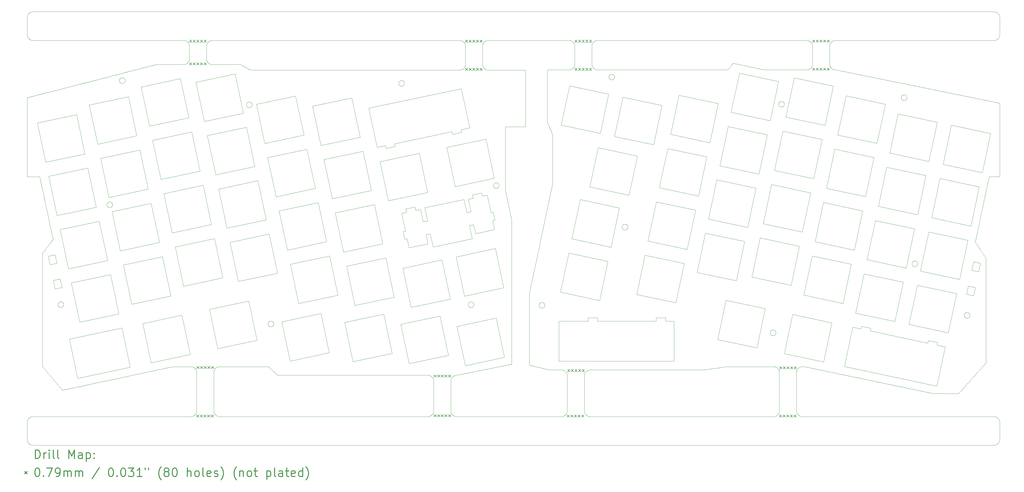
<source format=gbr>
%FSLAX45Y45*%
G04 Gerber Fmt 4.5, Leading zero omitted, Abs format (unit mm)*
G04 Created by KiCad (PCBNEW (5.1.5-0-10_14)) date 2020-05-13 21:40:11*
%MOMM*%
%LPD*%
G04 APERTURE LIST*
%TA.AperFunction,Profile*%
%ADD10C,0.050000*%
%TD*%
%ADD11C,0.200000*%
%ADD12C,0.300000*%
G04 APERTURE END LIST*
D10*
X29096352Y-9910287D02*
X29097328Y-9906132D01*
X29097328Y-9906132D02*
X29098526Y-9901869D01*
X29098526Y-9901869D02*
X29099766Y-9898070D01*
X29099766Y-9898070D02*
X29101147Y-9894349D01*
X29101147Y-9894349D02*
X29102695Y-9890638D01*
X29102695Y-9890638D02*
X29104331Y-9887118D01*
X29104331Y-9887118D02*
X29106038Y-9883784D01*
X29106038Y-9883784D02*
X29108134Y-9880069D01*
X29108134Y-9880069D02*
X29110231Y-9876687D01*
X29110231Y-9876687D02*
X29112256Y-9873684D01*
X29112256Y-9873684D02*
X29114704Y-9870343D01*
X29114704Y-9870343D02*
X29116979Y-9867479D01*
X29116979Y-9867479D02*
X29119527Y-9864511D01*
X29119527Y-9864511D02*
X29121987Y-9861853D01*
X29121987Y-9861853D02*
X29124551Y-9859278D01*
X29124551Y-9859278D02*
X29127176Y-9856825D01*
X29127176Y-9856825D02*
X29129897Y-9854459D01*
X29129897Y-9854459D02*
X29132714Y-9852182D01*
X29132714Y-9852182D02*
X29135579Y-9850031D01*
X29135579Y-9850031D02*
X29138658Y-9847890D01*
X29138658Y-9847890D02*
X29141941Y-9845787D01*
X29141941Y-9845787D02*
X29145141Y-9843904D01*
X29145141Y-9843904D02*
X29148610Y-9842038D01*
X29148610Y-9842038D02*
X29151981Y-9840386D01*
X29151981Y-9840386D02*
X29155693Y-9838744D01*
X29155693Y-9838744D02*
X29159349Y-9837298D01*
X29159349Y-9837298D02*
X29163066Y-9835994D01*
X29163066Y-9835994D02*
X29166894Y-9834821D01*
X29166894Y-9834821D02*
X29170867Y-9833777D01*
X29170867Y-9833777D02*
X29175042Y-9832868D01*
X29175042Y-9832868D02*
X29179702Y-9832071D01*
X29179702Y-9832071D02*
X29184263Y-9831511D01*
X29184263Y-9831511D02*
X29189023Y-9831154D01*
X29189023Y-9831154D02*
X29193980Y-9831026D01*
X29193980Y-9831026D02*
X29198974Y-9831147D01*
X29198974Y-9831147D02*
X29203682Y-9831492D01*
X29203682Y-9831492D02*
X29208252Y-9832042D01*
X29208252Y-9832042D02*
X29212676Y-9832778D01*
X29212676Y-9832778D02*
X29214970Y-9833240D01*
X26219040Y-2959323D02*
X26219116Y-2964888D01*
X26219116Y-2964888D02*
X26219312Y-2969857D01*
X26219312Y-2969857D02*
X26219617Y-2974636D01*
X26219617Y-2974636D02*
X26220032Y-2979383D01*
X26220032Y-2979383D02*
X26220557Y-2984098D01*
X26220557Y-2984098D02*
X26221169Y-2988624D01*
X26221169Y-2988624D02*
X26221854Y-2992963D01*
X26221854Y-2992963D02*
X26222624Y-2997233D01*
X26222624Y-2997233D02*
X26223475Y-3001432D01*
X26223475Y-3001432D02*
X26224459Y-3005788D01*
X26224459Y-3005788D02*
X26225527Y-3010069D01*
X26225527Y-3010069D02*
X26226602Y-3014017D01*
X26226602Y-3014017D02*
X26227868Y-3018300D01*
X26227868Y-3018300D02*
X26229093Y-3022142D01*
X26229093Y-3022142D02*
X26230368Y-3025878D01*
X26230368Y-3025878D02*
X26231727Y-3029616D01*
X26231727Y-3029616D02*
X26233314Y-3033708D01*
X26233314Y-3033708D02*
X26234809Y-3037336D01*
X26234809Y-3037336D02*
X26236418Y-3041032D01*
X26236418Y-3041032D02*
X26238002Y-3044482D01*
X26238002Y-3044482D02*
X26239886Y-3048373D01*
X26239886Y-3048373D02*
X26241639Y-3051813D01*
X26241639Y-3051813D02*
X26243421Y-3055149D01*
X26243421Y-3055149D02*
X26245244Y-3058414D01*
X26245244Y-3058414D02*
X26247088Y-3061576D01*
X26247088Y-3061576D02*
X26249107Y-3064893D01*
X26249107Y-3064893D02*
X26251228Y-3068230D01*
X26251228Y-3068230D02*
X26253224Y-3071242D01*
X26253224Y-3071242D02*
X26255316Y-3074277D01*
X26255316Y-3074277D02*
X26257417Y-3077211D01*
X26257417Y-3077211D02*
X26259615Y-3080164D01*
X26259615Y-3080164D02*
X26261982Y-3083223D01*
X26261982Y-3083223D02*
X26264358Y-3086176D01*
X26264358Y-3086176D02*
X26266668Y-3088940D01*
X26266668Y-3088940D02*
X26269199Y-3091859D01*
X26269199Y-3091859D02*
X26271837Y-3094782D01*
X26271837Y-3094782D02*
X26274297Y-3097409D01*
X26274297Y-3097409D02*
X26277121Y-3100312D01*
X26277121Y-3100312D02*
X26279760Y-3102921D01*
X26279760Y-3102921D02*
X26282365Y-3105405D01*
X26282365Y-3105405D02*
X26285042Y-3107868D01*
X26285042Y-3107868D02*
X26287819Y-3110330D01*
X26287819Y-3110330D02*
X26290586Y-3112694D01*
X26290586Y-3112694D02*
X26293453Y-3115056D01*
X26293453Y-3115056D02*
X26296306Y-3117318D01*
X26296306Y-3117318D02*
X26299231Y-3119552D01*
X26299231Y-3119552D02*
X26302136Y-3121689D01*
X26302136Y-3121689D02*
X26305082Y-3123774D01*
X26305082Y-3123774D02*
X26308128Y-3125850D01*
X26308128Y-3125850D02*
X26311405Y-3127991D01*
X26311405Y-3127991D02*
X26314854Y-3130149D01*
X26314854Y-3130149D02*
X26318090Y-3132086D01*
X26318090Y-3132086D02*
X26321430Y-3134000D01*
X26321430Y-3134000D02*
X26324811Y-3135852D01*
X26324811Y-3135852D02*
X26328163Y-3137605D01*
X26328163Y-3137605D02*
X26331621Y-3139330D01*
X26331621Y-3139330D02*
X26335219Y-3141037D01*
X26335219Y-3141037D02*
X26338717Y-3142613D01*
X26338717Y-3142613D02*
X26342496Y-3144226D01*
X26342496Y-3144226D02*
X26346280Y-3145749D01*
X26346280Y-3145749D02*
X26349993Y-3147157D01*
X26349993Y-3147157D02*
X26353778Y-3148506D01*
X26353778Y-3148506D02*
X26357706Y-3149815D01*
X26357706Y-3149815D02*
X26361671Y-3151045D01*
X26361671Y-3151045D02*
X26365819Y-3152236D01*
X26365819Y-3152236D02*
X26369854Y-3153301D01*
X26369854Y-3153301D02*
X26373997Y-3154301D01*
X26373997Y-3154301D02*
X26378287Y-3155238D01*
X26378287Y-3155238D02*
X26382534Y-3156069D01*
X26382534Y-3156069D02*
X26386929Y-3156829D01*
X26386929Y-3156829D02*
X26391279Y-3157481D01*
X26391279Y-3157481D02*
X26395815Y-3158058D01*
X26395815Y-3158058D02*
X26400857Y-3158576D01*
X26400857Y-3158576D02*
X26405617Y-3158947D01*
X26405617Y-3158947D02*
X26410407Y-3159207D01*
X26410407Y-3159207D02*
X26415308Y-3159356D01*
X26415308Y-3159356D02*
X26419023Y-3159390D01*
X-1081430Y-9671865D02*
X-1081430Y-9671865D01*
X-1019056Y-9965320D02*
X-1081430Y-9671865D01*
X-775758Y-9913589D02*
X-1019056Y-9965320D01*
X-838124Y-9620219D02*
X-775758Y-9913589D01*
X-1081430Y-9671865D02*
X-838124Y-9620219D01*
X-902030Y-10515907D02*
X-902030Y-10515907D01*
X-839656Y-10809362D02*
X-902030Y-10515907D01*
X-596350Y-10757715D02*
X-839656Y-10809362D01*
X-658724Y-10464261D02*
X-596350Y-10757715D01*
X-902030Y-10515907D02*
X-658724Y-10464261D01*
X-663228Y-11257841D02*
X-663228Y-11257841D01*
X-1458646Y-5013590D02*
X-1458646Y-5013590D01*
X-1167562Y-6382989D02*
X-1458646Y-5013590D01*
X201888Y-6091905D02*
X-1167562Y-6382989D01*
X-89196Y-4722506D02*
X201888Y-6091905D01*
X-1458646Y-5013590D02*
X-89196Y-4722506D01*
X-544627Y-11334888D02*
X-545605Y-11330714D01*
X-545605Y-11330714D02*
X-546760Y-11326585D01*
X-546760Y-11326585D02*
X-548033Y-11322672D01*
X-548033Y-11322672D02*
X-549412Y-11318953D01*
X-549412Y-11318953D02*
X-550896Y-11315385D01*
X-550896Y-11315385D02*
X-552525Y-11311863D01*
X-552525Y-11311863D02*
X-554263Y-11308459D01*
X-554263Y-11308459D02*
X-556083Y-11305207D01*
X-556083Y-11305207D02*
X-558016Y-11302037D01*
X-558016Y-11302037D02*
X-560016Y-11299016D01*
X-560016Y-11299016D02*
X-562140Y-11296048D01*
X-562140Y-11296048D02*
X-564378Y-11293154D01*
X-564378Y-11293154D02*
X-566689Y-11290379D01*
X-566689Y-11290379D02*
X-569108Y-11287680D01*
X-569108Y-11287680D02*
X-571831Y-11284863D01*
X-571831Y-11284863D02*
X-574437Y-11282363D01*
X-574437Y-11282363D02*
X-577085Y-11279998D01*
X-577085Y-11279998D02*
X-579900Y-11277659D01*
X-579900Y-11277659D02*
X-582752Y-11275460D01*
X-582752Y-11275460D02*
X-585710Y-11273343D01*
X-585710Y-11273343D02*
X-588806Y-11271295D01*
X-588806Y-11271295D02*
X-592137Y-11269267D01*
X-592137Y-11269267D02*
X-595379Y-11267457D01*
X-595379Y-11267457D02*
X-598755Y-11265735D01*
X-598755Y-11265735D02*
X-602714Y-11263913D01*
X-602714Y-11263913D02*
X-606332Y-11262426D01*
X-606332Y-11262426D02*
X-610047Y-11261066D01*
X-610047Y-11261066D02*
X-613892Y-11259831D01*
X-613892Y-11259831D02*
X-617812Y-11258744D01*
X-617812Y-11258744D02*
X-622118Y-11257746D01*
X-622118Y-11257746D02*
X-626612Y-11256916D01*
X-626612Y-11256916D02*
X-631310Y-11256274D01*
X-631310Y-11256274D02*
X-635904Y-11255865D01*
X-635904Y-11255865D02*
X-640849Y-11255664D01*
X-640849Y-11255664D02*
X-645832Y-11255710D01*
X-645832Y-11255710D02*
X-650846Y-11256009D01*
X-650846Y-11256009D02*
X-655409Y-11256502D01*
X-655409Y-11256502D02*
X-659829Y-11257181D01*
X-659829Y-11257181D02*
X-663228Y-11257841D01*
X-621648Y-11453506D02*
X-617496Y-11452529D01*
X-617496Y-11452529D02*
X-613482Y-11451406D01*
X-613482Y-11451406D02*
X-609476Y-11450102D01*
X-609476Y-11450102D02*
X-605757Y-11448722D01*
X-605757Y-11448722D02*
X-602012Y-11447158D01*
X-602012Y-11447158D02*
X-598494Y-11445521D01*
X-598494Y-11445521D02*
X-595094Y-11443776D01*
X-595094Y-11443776D02*
X-591845Y-11441948D01*
X-591845Y-11441948D02*
X-588744Y-11440050D01*
X-588744Y-11440050D02*
X-585537Y-11437916D01*
X-585537Y-11437916D02*
X-582576Y-11435780D01*
X-582576Y-11435780D02*
X-579733Y-11433568D01*
X-579733Y-11433568D02*
X-576921Y-11431211D01*
X-576921Y-11431211D02*
X-574230Y-11428783D01*
X-574230Y-11428783D02*
X-571633Y-11426264D01*
X-571633Y-11426264D02*
X-569133Y-11423657D01*
X-569133Y-11423657D02*
X-566754Y-11420993D01*
X-566754Y-11420993D02*
X-564463Y-11418235D01*
X-564463Y-11418235D02*
X-562283Y-11415413D01*
X-562283Y-11415413D02*
X-560067Y-11412317D01*
X-560067Y-11412317D02*
X-558061Y-11409283D01*
X-558061Y-11409283D02*
X-555957Y-11405822D01*
X-555957Y-11405822D02*
X-554064Y-11402410D01*
X-554064Y-11402410D02*
X-552368Y-11399061D01*
X-552368Y-11399061D02*
X-550752Y-11395545D01*
X-550752Y-11395545D02*
X-549183Y-11391737D01*
X-549183Y-11391737D02*
X-547842Y-11388076D01*
X-547842Y-11388076D02*
X-546611Y-11384250D01*
X-546611Y-11384250D02*
X-545504Y-11380258D01*
X-545504Y-11380258D02*
X-544542Y-11376120D01*
X-544542Y-11376120D02*
X-543730Y-11371781D01*
X-543730Y-11371781D02*
X-543106Y-11367354D01*
X-543106Y-11367354D02*
X-542664Y-11362652D01*
X-542664Y-11362652D02*
X-542446Y-11357869D01*
X-542446Y-11357869D02*
X-542468Y-11352737D01*
X-542468Y-11352737D02*
X-542733Y-11347887D01*
X-542733Y-11347887D02*
X-543200Y-11343329D01*
X-543200Y-11343329D02*
X-543854Y-11338915D01*
X-543854Y-11338915D02*
X-544627Y-11334888D01*
X-740249Y-11376459D02*
X-739275Y-11380607D01*
X-739275Y-11380607D02*
X-738161Y-11384598D01*
X-738161Y-11384598D02*
X-736842Y-11388657D01*
X-736842Y-11388657D02*
X-735478Y-11392336D01*
X-735478Y-11392336D02*
X-733979Y-11395937D01*
X-733979Y-11395937D02*
X-732350Y-11399455D01*
X-732350Y-11399455D02*
X-730612Y-11402856D01*
X-730612Y-11402856D02*
X-728811Y-11406074D01*
X-728811Y-11406074D02*
X-726879Y-11409243D01*
X-726879Y-11409243D02*
X-724848Y-11412310D01*
X-724848Y-11412310D02*
X-722553Y-11415505D01*
X-722553Y-11415505D02*
X-720224Y-11418494D01*
X-720224Y-11418494D02*
X-717889Y-11421273D01*
X-717889Y-11421273D02*
X-715459Y-11423959D01*
X-715459Y-11423959D02*
X-712977Y-11426512D01*
X-712977Y-11426512D02*
X-710328Y-11429048D01*
X-710328Y-11429048D02*
X-707634Y-11431447D01*
X-707634Y-11431447D02*
X-704857Y-11433746D01*
X-704857Y-11433746D02*
X-701882Y-11436031D01*
X-701882Y-11436031D02*
X-698949Y-11438119D01*
X-698949Y-11438119D02*
X-695816Y-11440181D01*
X-695816Y-11440181D02*
X-692479Y-11442201D01*
X-692479Y-11442201D02*
X-689065Y-11444090D01*
X-689065Y-11444090D02*
X-685714Y-11445782D01*
X-685714Y-11445782D02*
X-682161Y-11447410D01*
X-682161Y-11447410D02*
X-678543Y-11448899D01*
X-678543Y-11448899D02*
X-674864Y-11450249D01*
X-674864Y-11450249D02*
X-670983Y-11451499D01*
X-670983Y-11451499D02*
X-667045Y-11452592D01*
X-667045Y-11452592D02*
X-662757Y-11453588D01*
X-662757Y-11453588D02*
X-658414Y-11454396D01*
X-658414Y-11454396D02*
X-654022Y-11455012D01*
X-654022Y-11455012D02*
X-649393Y-11455446D01*
X-649393Y-11455446D02*
X-644491Y-11455669D01*
X-644491Y-11455669D02*
X-639512Y-11455648D01*
X-639512Y-11455648D02*
X-634658Y-11455387D01*
X-634658Y-11455387D02*
X-630096Y-11454924D01*
X-630096Y-11454924D02*
X-625678Y-11454275D01*
X-625678Y-11454275D02*
X-621648Y-11453506D01*
X-663228Y-11257841D02*
X-667534Y-11258858D01*
X-667534Y-11258858D02*
X-671678Y-11260026D01*
X-671678Y-11260026D02*
X-675474Y-11261268D01*
X-675474Y-11261268D02*
X-679155Y-11262636D01*
X-679155Y-11262636D02*
X-682721Y-11264122D01*
X-682721Y-11264122D02*
X-686190Y-11265727D01*
X-686190Y-11265727D02*
X-689509Y-11267419D01*
X-689509Y-11267419D02*
X-692897Y-11269312D01*
X-692897Y-11269312D02*
X-696067Y-11271246D01*
X-696067Y-11271246D02*
X-699103Y-11273257D01*
X-699103Y-11273257D02*
X-702147Y-11275439D01*
X-702147Y-11275439D02*
X-705053Y-11277691D01*
X-705053Y-11277691D02*
X-707811Y-11279994D01*
X-707811Y-11279994D02*
X-710466Y-11282376D01*
X-710466Y-11282376D02*
X-713029Y-11284847D01*
X-713029Y-11284847D02*
X-715640Y-11287555D01*
X-715640Y-11287555D02*
X-718047Y-11290242D01*
X-718047Y-11290242D02*
X-720447Y-11293128D01*
X-720447Y-11293128D02*
X-722670Y-11296009D01*
X-722670Y-11296009D02*
X-724977Y-11299246D01*
X-724977Y-11299246D02*
X-726975Y-11302285D01*
X-726975Y-11302285D02*
X-728918Y-11305491D01*
X-728918Y-11305491D02*
X-730741Y-11308769D01*
X-730741Y-11308769D02*
X-732490Y-11312215D01*
X-732490Y-11312215D02*
X-734122Y-11315765D01*
X-734122Y-11315765D02*
X-735834Y-11319941D01*
X-735834Y-11319941D02*
X-737179Y-11323661D01*
X-737179Y-11323661D02*
X-738399Y-11327512D01*
X-738399Y-11327512D02*
X-739483Y-11331492D01*
X-739483Y-11331492D02*
X-740426Y-11335637D01*
X-740426Y-11335637D02*
X-741221Y-11340002D01*
X-741221Y-11340002D02*
X-741835Y-11344531D01*
X-741835Y-11344531D02*
X-742242Y-11349126D01*
X-742242Y-11349126D02*
X-742443Y-11354226D01*
X-742443Y-11354226D02*
X-742386Y-11359212D01*
X-742386Y-11359212D02*
X-742090Y-11364071D01*
X-742090Y-11364071D02*
X-741594Y-11368636D01*
X-741594Y-11368636D02*
X-740911Y-11373058D01*
X-740911Y-11373058D02*
X-740249Y-11376459D01*
X-1062575Y-6876934D02*
X-1062575Y-6876934D01*
X-771491Y-8246333D02*
X-1062575Y-6876934D01*
X597958Y-7955249D02*
X-771491Y-8246333D01*
X306874Y-6585850D02*
X597958Y-7955249D01*
X-1062575Y-6876934D02*
X306874Y-6585850D01*
X-666504Y-8740278D02*
X-666504Y-8740278D01*
X-375420Y-10109761D02*
X-666504Y-8740278D01*
X994029Y-9818677D02*
X-375420Y-10109761D01*
X702945Y-8449194D02*
X994029Y-9818677D01*
X-666504Y-8740278D02*
X702945Y-8449194D01*
X1065996Y-7970065D02*
X1065996Y-7970065D01*
X-270434Y-10603622D02*
X-270434Y-10603622D01*
X20650Y-11973105D02*
X-270434Y-10603622D01*
X1390100Y-11682021D02*
X20650Y-11973105D01*
X1099016Y-10312538D02*
X1390100Y-11682021D01*
X-270434Y-10603622D02*
X1099016Y-10312538D01*
X966174Y-7870074D02*
X966300Y-7875145D01*
X966300Y-7875145D02*
X966647Y-7879874D01*
X966647Y-7879874D02*
X967183Y-7884344D01*
X967183Y-7884344D02*
X967892Y-7888636D01*
X967892Y-7888636D02*
X968764Y-7892789D01*
X968764Y-7892789D02*
X969794Y-7896838D01*
X969794Y-7896838D02*
X971011Y-7900893D01*
X971011Y-7900893D02*
X972334Y-7904713D01*
X972334Y-7904713D02*
X973775Y-7908389D01*
X973775Y-7908389D02*
X975347Y-7911976D01*
X975347Y-7911976D02*
X977019Y-7915420D01*
X977019Y-7915420D02*
X978799Y-7918756D01*
X978799Y-7918756D02*
X980857Y-7922273D01*
X980857Y-7922273D02*
X982885Y-7925445D01*
X982885Y-7925445D02*
X984939Y-7928413D01*
X984939Y-7928413D02*
X987188Y-7931420D01*
X987188Y-7931420D02*
X989449Y-7934223D01*
X989449Y-7934223D02*
X991808Y-7936941D01*
X991808Y-7936941D02*
X994470Y-7939788D01*
X994470Y-7939788D02*
X996995Y-7942296D01*
X996995Y-7942296D02*
X999663Y-7944763D01*
X999663Y-7944763D02*
X1002506Y-7947205D01*
X1002506Y-7947205D02*
X1005410Y-7949517D01*
X1005410Y-7949517D02*
X1008293Y-7951646D01*
X1008293Y-7951646D02*
X1011315Y-7953714D01*
X1011315Y-7953714D02*
X1014448Y-7955691D01*
X1014448Y-7955691D02*
X1017657Y-7957555D01*
X1017657Y-7957555D02*
X1021091Y-7959378D01*
X1021091Y-7959378D02*
X1024499Y-7961022D01*
X1024499Y-7961022D02*
X1028012Y-7962553D01*
X1028012Y-7962553D02*
X1031664Y-7963978D01*
X1031664Y-7963978D02*
X1035675Y-7965356D01*
X1035675Y-7965356D02*
X1039556Y-7966509D01*
X1039556Y-7966509D02*
X1043576Y-7967525D01*
X1043576Y-7967525D02*
X1047944Y-7968429D01*
X1047944Y-7968429D02*
X1052282Y-7969126D01*
X1052282Y-7969126D02*
X1056797Y-7969645D01*
X1056797Y-7969645D02*
X1061708Y-7969974D01*
X1061708Y-7969974D02*
X1065996Y-7970065D01*
X1065996Y-7770083D02*
X1060793Y-7770217D01*
X1060793Y-7770217D02*
X1055894Y-7770591D01*
X1055894Y-7770591D02*
X1051371Y-7771153D01*
X1051371Y-7771153D02*
X1046284Y-7772041D01*
X1046284Y-7772041D02*
X1042110Y-7772976D01*
X1042110Y-7772976D02*
X1038169Y-7774036D01*
X1038169Y-7774036D02*
X1034348Y-7775234D01*
X1034348Y-7775234D02*
X1030664Y-7776552D01*
X1030664Y-7776552D02*
X1026996Y-7778032D01*
X1026996Y-7778032D02*
X1023401Y-7779652D01*
X1023401Y-7779652D02*
X1020016Y-7781338D01*
X1020016Y-7781338D02*
X1016754Y-7783119D01*
X1016754Y-7783119D02*
X1013565Y-7785016D01*
X1013565Y-7785016D02*
X1010439Y-7787039D01*
X1010439Y-7787039D02*
X1007485Y-7789106D01*
X1007485Y-7789106D02*
X1004595Y-7791288D01*
X1004595Y-7791288D02*
X1001815Y-7793547D01*
X1001815Y-7793547D02*
X999119Y-7795902D01*
X999119Y-7795902D02*
X996509Y-7798351D01*
X996509Y-7798351D02*
X993949Y-7800931D01*
X993949Y-7800931D02*
X991508Y-7803575D01*
X991508Y-7803575D02*
X989161Y-7806305D01*
X989161Y-7806305D02*
X986901Y-7809134D01*
X986901Y-7809134D02*
X984764Y-7812015D01*
X984764Y-7812015D02*
X982719Y-7814990D01*
X982719Y-7814990D02*
X980700Y-7818169D01*
X980700Y-7818169D02*
X978855Y-7821329D01*
X978855Y-7821329D02*
X977088Y-7824629D01*
X977088Y-7824629D02*
X975363Y-7828173D01*
X975363Y-7828173D02*
X973775Y-7831793D01*
X973775Y-7831793D02*
X972327Y-7835486D01*
X972327Y-7835486D02*
X971035Y-7839212D01*
X971035Y-7839212D02*
X969836Y-7843189D01*
X969836Y-7843189D02*
X968799Y-7847234D01*
X968799Y-7847234D02*
X967921Y-7851380D01*
X967921Y-7851380D02*
X967206Y-7855666D01*
X967206Y-7855666D02*
X966655Y-7860208D01*
X966655Y-7860208D02*
X966300Y-7865010D01*
X966300Y-7865010D02*
X966174Y-7870074D01*
X1166173Y-7870074D02*
X1166053Y-7865130D01*
X1166053Y-7865130D02*
X1165711Y-7860405D01*
X1165711Y-7860405D02*
X1165168Y-7855861D01*
X1165168Y-7855861D02*
X1164425Y-7851380D01*
X1164425Y-7851380D02*
X1163551Y-7847253D01*
X1163551Y-7847253D02*
X1162530Y-7843264D01*
X1162530Y-7843264D02*
X1161368Y-7839395D01*
X1161368Y-7839395D02*
X1160069Y-7835630D01*
X1160069Y-7835630D02*
X1158640Y-7831969D01*
X1158640Y-7831969D02*
X1157041Y-7828311D01*
X1157041Y-7828311D02*
X1155388Y-7824899D01*
X1155388Y-7824899D02*
X1153527Y-7821412D01*
X1153527Y-7821412D02*
X1151653Y-7818202D01*
X1151653Y-7818202D02*
X1149695Y-7815115D01*
X1149695Y-7815115D02*
X1147628Y-7812107D01*
X1147628Y-7812107D02*
X1145410Y-7809119D01*
X1145410Y-7809119D02*
X1143061Y-7806190D01*
X1143061Y-7806190D02*
X1140405Y-7803128D01*
X1140405Y-7803128D02*
X1137982Y-7800539D01*
X1137982Y-7800539D02*
X1135279Y-7797856D01*
X1135279Y-7797856D02*
X1132407Y-7795214D01*
X1132407Y-7795214D02*
X1129694Y-7792898D01*
X1129694Y-7792898D02*
X1126883Y-7790667D01*
X1126883Y-7790667D02*
X1123930Y-7788492D01*
X1123930Y-7788492D02*
X1120944Y-7786455D01*
X1120944Y-7786455D02*
X1117526Y-7784309D01*
X1117526Y-7784309D02*
X1114332Y-7782472D01*
X1114332Y-7782472D02*
X1110998Y-7780716D01*
X1110998Y-7780716D02*
X1107435Y-7779012D01*
X1107435Y-7779012D02*
X1103796Y-7777446D01*
X1103796Y-7777446D02*
X1100120Y-7776034D01*
X1100120Y-7776034D02*
X1096304Y-7774740D01*
X1096304Y-7774740D02*
X1092438Y-7773603D01*
X1092438Y-7773603D02*
X1088376Y-7772587D01*
X1088376Y-7772587D02*
X1084117Y-7771714D01*
X1084117Y-7771714D02*
X1079734Y-7771015D01*
X1079734Y-7771015D02*
X1075212Y-7770500D01*
X1075212Y-7770500D02*
X1070430Y-7770179D01*
X1070430Y-7770179D02*
X1065996Y-7770083D01*
X1065996Y-7970065D02*
X1070911Y-7969947D01*
X1070911Y-7969947D02*
X1075647Y-7969608D01*
X1075647Y-7969608D02*
X1080125Y-7969080D01*
X1080125Y-7969080D02*
X1084578Y-7968351D01*
X1084578Y-7968351D02*
X1088869Y-7967451D01*
X1088869Y-7967451D02*
X1093015Y-7966391D01*
X1093015Y-7966391D02*
X1097036Y-7965179D01*
X1097036Y-7965179D02*
X1100804Y-7963873D01*
X1100804Y-7963873D02*
X1104502Y-7962422D01*
X1104502Y-7962422D02*
X1107988Y-7960895D01*
X1107988Y-7960895D02*
X1111404Y-7959241D01*
X1111404Y-7959241D02*
X1114746Y-7957463D01*
X1114746Y-7957463D02*
X1117978Y-7955584D01*
X1117978Y-7955584D02*
X1121447Y-7953382D01*
X1121447Y-7953382D02*
X1124543Y-7951241D01*
X1124543Y-7951241D02*
X1127463Y-7949058D01*
X1127463Y-7949058D02*
X1130358Y-7946725D01*
X1130358Y-7946725D02*
X1133079Y-7944363D01*
X1133079Y-7944363D02*
X1135685Y-7941932D01*
X1135685Y-7941932D02*
X1138359Y-7939249D01*
X1138359Y-7939249D02*
X1140806Y-7936606D01*
X1140806Y-7936606D02*
X1143253Y-7933762D01*
X1143253Y-7933762D02*
X1145502Y-7930944D01*
X1145502Y-7930944D02*
X1147672Y-7928016D01*
X1147672Y-7928016D02*
X1149757Y-7924975D01*
X1149757Y-7924975D02*
X1151712Y-7921886D01*
X1151712Y-7921886D02*
X1153684Y-7918492D01*
X1153684Y-7918492D02*
X1155439Y-7915184D01*
X1155439Y-7915184D02*
X1157105Y-7911735D01*
X1157105Y-7911735D02*
X1158626Y-7908249D01*
X1158626Y-7908249D02*
X1160069Y-7904551D01*
X1160069Y-7904551D02*
X1161368Y-7900784D01*
X1161368Y-7900784D02*
X1162525Y-7896931D01*
X1162525Y-7896931D02*
X1163556Y-7892902D01*
X1163556Y-7892902D02*
X1164454Y-7888636D01*
X1164454Y-7888636D02*
X1165163Y-7884344D01*
X1165163Y-7884344D02*
X1165711Y-7879755D01*
X1165711Y-7879755D02*
X1166053Y-7875025D01*
X1166053Y-7875025D02*
X1166173Y-7870074D01*
X1486010Y-3433541D02*
X1486010Y-3433541D01*
X-340216Y-12566026D02*
X-340216Y-12566026D01*
X-49132Y-13935509D02*
X-340216Y-12566026D01*
X1786170Y-13545365D02*
X-49132Y-13935509D01*
X1495086Y-12175967D02*
X1786170Y-13545365D01*
X-340216Y-12566026D02*
X1495086Y-12175967D01*
X1604611Y-3510587D02*
X1603637Y-3506433D01*
X1603637Y-3506433D02*
X1602523Y-3502436D01*
X1602523Y-3502436D02*
X1601256Y-3498521D01*
X1601256Y-3498521D02*
X1599897Y-3494834D01*
X1599897Y-3494834D02*
X1598404Y-3491227D01*
X1598404Y-3491227D02*
X1596780Y-3487702D01*
X1596780Y-3487702D02*
X1594983Y-3484176D01*
X1594983Y-3484176D02*
X1593154Y-3480906D01*
X1593154Y-3480906D02*
X1591221Y-3477737D01*
X1591221Y-3477737D02*
X1589221Y-3474715D01*
X1589221Y-3474715D02*
X1587097Y-3471748D01*
X1587097Y-3471748D02*
X1584859Y-3468853D01*
X1584859Y-3468853D02*
X1582449Y-3465964D01*
X1582449Y-3465964D02*
X1579821Y-3463049D01*
X1579821Y-3463049D02*
X1577326Y-3460483D01*
X1577326Y-3460483D02*
X1574690Y-3457960D01*
X1574690Y-3457960D02*
X1571996Y-3455562D01*
X1571996Y-3455562D02*
X1569014Y-3453101D01*
X1569014Y-3453101D02*
X1566002Y-3450802D01*
X1566002Y-3450802D02*
X1562815Y-3448556D01*
X1562815Y-3448556D02*
X1559766Y-3446574D01*
X1559766Y-3446574D02*
X1556581Y-3444666D01*
X1556581Y-3444666D02*
X1553344Y-3442884D01*
X1553344Y-3442884D02*
X1549974Y-3441189D01*
X1549974Y-3441189D02*
X1546523Y-3439612D01*
X1546523Y-3439612D02*
X1542887Y-3438118D01*
X1542887Y-3438118D02*
X1539226Y-3436778D01*
X1539226Y-3436778D02*
X1535345Y-3435530D01*
X1535345Y-3435530D02*
X1531407Y-3434439D01*
X1531407Y-3434439D02*
X1527268Y-3433476D01*
X1527268Y-3433476D02*
X1523058Y-3432686D01*
X1523058Y-3432686D02*
X1518536Y-3432043D01*
X1518536Y-3432043D02*
X1513948Y-3431606D01*
X1513948Y-3431606D02*
X1509163Y-3431379D01*
X1509163Y-3431379D02*
X1504030Y-3431390D01*
X1504030Y-3431390D02*
X1499177Y-3431645D01*
X1499177Y-3431645D02*
X1494616Y-3432101D01*
X1494616Y-3432101D02*
X1490198Y-3432745D01*
X1490198Y-3432745D02*
X1486010Y-3433541D01*
X1527590Y-3629205D02*
X1531741Y-3628228D01*
X1531741Y-3628228D02*
X1535888Y-3627065D01*
X1535888Y-3627065D02*
X1539687Y-3625828D01*
X1539687Y-3625828D02*
X1543371Y-3624465D01*
X1543371Y-3624465D02*
X1546940Y-3622983D01*
X1546940Y-3622983D02*
X1550377Y-3621398D01*
X1550377Y-3621398D02*
X1553735Y-3619693D01*
X1553735Y-3619693D02*
X1556994Y-3617880D01*
X1556994Y-3617880D02*
X1560138Y-3615974D01*
X1560138Y-3615974D02*
X1563199Y-3613961D01*
X1563199Y-3613961D02*
X1566173Y-3611843D01*
X1566173Y-3611843D02*
X1569179Y-3609529D01*
X1569179Y-3609529D02*
X1571945Y-3607232D01*
X1571945Y-3607232D02*
X1574593Y-3604868D01*
X1574593Y-3604868D02*
X1577178Y-3602390D01*
X1577178Y-3602390D02*
X1579900Y-3599577D01*
X1579900Y-3599577D02*
X1582286Y-3596920D01*
X1582286Y-3596920D02*
X1584716Y-3594007D01*
X1584716Y-3594007D02*
X1587010Y-3591037D01*
X1587010Y-3591037D02*
X1589106Y-3588109D01*
X1589106Y-3588109D02*
X1591347Y-3584713D01*
X1591347Y-3584713D02*
X1593280Y-3581521D01*
X1593280Y-3581521D02*
X1595243Y-3577977D01*
X1595243Y-3577977D02*
X1596934Y-3574625D01*
X1596934Y-3574625D02*
X1598560Y-3571072D01*
X1598560Y-3571072D02*
X1600047Y-3567454D01*
X1600047Y-3567454D02*
X1601444Y-3563632D01*
X1601444Y-3563632D02*
X1602675Y-3559786D01*
X1602675Y-3559786D02*
X1603799Y-3555700D01*
X1603799Y-3555700D02*
X1604757Y-3551522D01*
X1604757Y-3551522D02*
X1605537Y-3547292D01*
X1605537Y-3547292D02*
X1606164Y-3542767D01*
X1606164Y-3542767D02*
X1606594Y-3538044D01*
X1606594Y-3538044D02*
X1606800Y-3533103D01*
X1606800Y-3533103D02*
X1606759Y-3528125D01*
X1606759Y-3528125D02*
X1606478Y-3523272D01*
X1606478Y-3523272D02*
X1605997Y-3518713D01*
X1605997Y-3518713D02*
X1605329Y-3514298D01*
X1605329Y-3514298D02*
X1604611Y-3510587D01*
X1408989Y-3552159D02*
X1409962Y-3556312D01*
X1409962Y-3556312D02*
X1411076Y-3560309D01*
X1411076Y-3560309D02*
X1412343Y-3564224D01*
X1412343Y-3564224D02*
X1413745Y-3568020D01*
X1413745Y-3568020D02*
X1415242Y-3571625D01*
X1415242Y-3571625D02*
X1416836Y-3575078D01*
X1416836Y-3575078D02*
X1418570Y-3578484D01*
X1418570Y-3578484D02*
X1420368Y-3581706D01*
X1420368Y-3581706D02*
X1422276Y-3584847D01*
X1422276Y-3584847D02*
X1424292Y-3587904D01*
X1424292Y-3587904D02*
X1426389Y-3590845D01*
X1426389Y-3590845D02*
X1428728Y-3593877D01*
X1428728Y-3593877D02*
X1431125Y-3596753D01*
X1431125Y-3596753D02*
X1433508Y-3599407D01*
X1433508Y-3599407D02*
X1435980Y-3601969D01*
X1435980Y-3601969D02*
X1438688Y-3604580D01*
X1438688Y-3604580D02*
X1441376Y-3606986D01*
X1441376Y-3606986D02*
X1444585Y-3609644D01*
X1444585Y-3609644D02*
X1447476Y-3611854D01*
X1447476Y-3611854D02*
X1450443Y-3613957D01*
X1450443Y-3613957D02*
X1453548Y-3615992D01*
X1453548Y-3615992D02*
X1456758Y-3617929D01*
X1456758Y-3617929D02*
X1460139Y-3619800D01*
X1460139Y-3619800D02*
X1463523Y-3621507D01*
X1463523Y-3621507D02*
X1466973Y-3623087D01*
X1466973Y-3623087D02*
X1470554Y-3624565D01*
X1470554Y-3624565D02*
X1474373Y-3625967D01*
X1474373Y-3625967D02*
X1478254Y-3627215D01*
X1478254Y-3627215D02*
X1482192Y-3628306D01*
X1482192Y-3628306D02*
X1486331Y-3629269D01*
X1486331Y-3629269D02*
X1490672Y-3630081D01*
X1490672Y-3630081D02*
X1495101Y-3630706D01*
X1495101Y-3630706D02*
X1499805Y-3631149D01*
X1499805Y-3631149D02*
X1504591Y-3631370D01*
X1504591Y-3631370D02*
X1509725Y-3631350D01*
X1509725Y-3631350D02*
X1514579Y-3631087D01*
X1514579Y-3631087D02*
X1519141Y-3630624D01*
X1519141Y-3630624D02*
X1523559Y-3629974D01*
X1523559Y-3629974D02*
X1527590Y-3629205D01*
X1486010Y-3433541D02*
X1481955Y-3434492D01*
X1481955Y-3434492D02*
X1478016Y-3435588D01*
X1478016Y-3435588D02*
X1473987Y-3436890D01*
X1473987Y-3436890D02*
X1470265Y-3438264D01*
X1470265Y-3438264D02*
X1466659Y-3439759D01*
X1466659Y-3439759D02*
X1463187Y-3441359D01*
X1463187Y-3441359D02*
X1459864Y-3443045D01*
X1459864Y-3443045D02*
X1456605Y-3444857D01*
X1456605Y-3444857D02*
X1453364Y-3446822D01*
X1453364Y-3446822D02*
X1450149Y-3448945D01*
X1450149Y-3448945D02*
X1447182Y-3451070D01*
X1447182Y-3451070D02*
X1444287Y-3453307D01*
X1444287Y-3453307D02*
X1441511Y-3455619D01*
X1441511Y-3455619D02*
X1438813Y-3458037D01*
X1438813Y-3458037D02*
X1435995Y-3460760D01*
X1435995Y-3460760D02*
X1433494Y-3463365D01*
X1433494Y-3463365D02*
X1431129Y-3466013D01*
X1431129Y-3466013D02*
X1428813Y-3468798D01*
X1428813Y-3468798D02*
X1426589Y-3471679D01*
X1426589Y-3471679D02*
X1424472Y-3474636D01*
X1424472Y-3474636D02*
X1422423Y-3477731D01*
X1422423Y-3477731D02*
X1420319Y-3481191D01*
X1420319Y-3481191D02*
X1418496Y-3484468D01*
X1418496Y-3484468D02*
X1416779Y-3487847D01*
X1416779Y-3487847D02*
X1415159Y-3491361D01*
X1415159Y-3491361D02*
X1413682Y-3494921D01*
X1413682Y-3494921D02*
X1412253Y-3498790D01*
X1412253Y-3498790D02*
X1411011Y-3502632D01*
X1411011Y-3502632D02*
X1409880Y-3506695D01*
X1409880Y-3506695D02*
X1408927Y-3510778D01*
X1408927Y-3510778D02*
X1408117Y-3515080D01*
X1408117Y-3515080D02*
X1407491Y-3519469D01*
X1407491Y-3519469D02*
X1407048Y-3524056D01*
X1407048Y-3524056D02*
X1406815Y-3528840D01*
X1406815Y-3528840D02*
X1406821Y-3533974D01*
X1406821Y-3533974D02*
X1407071Y-3538827D01*
X1407071Y-3538827D02*
X1407523Y-3543390D01*
X1407523Y-3543390D02*
X1408162Y-3547809D01*
X1408162Y-3547809D02*
X1408972Y-3552079D01*
X1408972Y-3552079D02*
X1408989Y-3552159D01*
X355236Y-4384686D02*
X355236Y-4384686D01*
X646320Y-5754169D02*
X355236Y-4384686D01*
X2015769Y-5463085D02*
X646320Y-5754169D01*
X1724685Y-4093602D02*
X2015769Y-5463085D01*
X355236Y-4384686D02*
X1724685Y-4093602D01*
X751307Y-6248030D02*
X751307Y-6248030D01*
X1042391Y-7617513D02*
X751307Y-6248030D01*
X2411840Y-7326429D02*
X1042391Y-7617513D01*
X2120756Y-5956946D02*
X2411840Y-7326429D01*
X751307Y-6248030D02*
X2120756Y-5956946D01*
X1147377Y-8111459D02*
X1147377Y-8111459D01*
X1438461Y-9480857D02*
X1147377Y-8111459D01*
X2807911Y-9189773D02*
X1438461Y-9480857D01*
X2516827Y-7820290D02*
X2807911Y-9189773D01*
X1147377Y-8111459D02*
X2516827Y-7820290D01*
X1543448Y-9974803D02*
X1543448Y-9974803D01*
X1834532Y-11344201D02*
X1543448Y-9974803D01*
X3203981Y-11053117D02*
X1834532Y-11344201D01*
X2912897Y-9683719D02*
X3203981Y-11053117D01*
X1543448Y-9974803D02*
X2912897Y-9683719D01*
X2169067Y-3755528D02*
X2169067Y-3755528D01*
X2460151Y-5125011D02*
X2169067Y-3755528D01*
X3829600Y-4833927D02*
X2460151Y-5125011D01*
X3538516Y-3464444D02*
X3829600Y-4833927D01*
X2169067Y-3755528D02*
X3538516Y-3464444D01*
X2222043Y-12021450D02*
X2222043Y-12021450D01*
X2513135Y-13390849D02*
X2222043Y-12021450D01*
X3882585Y-13099765D02*
X2513135Y-13390849D01*
X11242946Y-3533617D02*
X11242946Y-3533617D01*
X10513458Y-6362753D02*
X10513458Y-6362753D01*
X10804542Y-7732237D02*
X10513458Y-6362753D01*
X12174025Y-7441153D02*
X10804542Y-7732237D01*
X11882941Y-6071669D02*
X12174025Y-7441153D01*
X10513458Y-6362753D02*
X11882941Y-6071669D01*
X11361564Y-3610579D02*
X11360593Y-3606430D01*
X11360593Y-3606430D02*
X11359482Y-3602439D01*
X11359482Y-3602439D02*
X11358217Y-3598529D01*
X11358217Y-3598529D02*
X11356804Y-3594701D01*
X11356804Y-3594701D02*
X11355307Y-3591101D01*
X11355307Y-3591101D02*
X11353671Y-3587565D01*
X11353671Y-3587565D02*
X11351852Y-3584011D01*
X11351852Y-3584011D02*
X11350047Y-3580798D01*
X11350047Y-3580798D02*
X11348131Y-3577666D01*
X11348131Y-3577666D02*
X11346129Y-3574649D01*
X11346129Y-3574649D02*
X11343889Y-3571534D01*
X11343889Y-3571534D02*
X11341655Y-3568662D01*
X11341655Y-3568662D02*
X11339324Y-3565881D01*
X11339324Y-3565881D02*
X11336796Y-3563081D01*
X11336796Y-3563081D02*
X11334301Y-3560516D01*
X11334301Y-3560516D02*
X11331665Y-3557994D01*
X11331665Y-3557994D02*
X11328970Y-3555596D01*
X11328970Y-3555596D02*
X11326194Y-3553299D01*
X11326194Y-3553299D02*
X11323218Y-3551014D01*
X11323218Y-3551014D02*
X11320191Y-3548864D01*
X11320191Y-3548864D02*
X11316802Y-3546648D01*
X11316802Y-3546648D02*
X11313553Y-3544699D01*
X11313553Y-3544699D02*
X11310315Y-3542918D01*
X11310315Y-3542918D02*
X11306910Y-3541206D01*
X11306910Y-3541206D02*
X11303353Y-3539587D01*
X11303353Y-3539587D02*
X11299766Y-3538119D01*
X11299766Y-3538119D02*
X11296084Y-3536776D01*
X11296084Y-3536776D02*
X11292163Y-3535523D01*
X11292163Y-3535523D02*
X11288221Y-3534438D01*
X11288221Y-3534438D02*
X11284116Y-3533491D01*
X11284116Y-3533491D02*
X11279469Y-3532637D01*
X11279469Y-3532637D02*
X11274996Y-3532029D01*
X11274996Y-3532029D02*
X11270400Y-3531618D01*
X11270400Y-3531618D02*
X11265337Y-3531413D01*
X11265337Y-3531413D02*
X11260352Y-3531464D01*
X11260352Y-3531464D02*
X11255492Y-3531755D01*
X11255492Y-3531755D02*
X11250926Y-3532245D01*
X11250926Y-3532245D02*
X11246505Y-3532924D01*
X11246505Y-3532924D02*
X11242946Y-3533617D01*
X11284602Y-3729197D02*
X11288711Y-3728236D01*
X11288711Y-3728236D02*
X11292626Y-3727149D01*
X11292626Y-3727149D02*
X11296651Y-3725850D01*
X11296651Y-3725850D02*
X11300333Y-3724493D01*
X11300333Y-3724493D02*
X11303901Y-3723018D01*
X11303901Y-3723018D02*
X11307459Y-3721380D01*
X11307459Y-3721380D02*
X11310897Y-3719630D01*
X11310897Y-3719630D02*
X11314150Y-3717815D01*
X11314150Y-3717815D02*
X11317384Y-3715846D01*
X11317384Y-3715846D02*
X11320452Y-3713816D01*
X11320452Y-3713816D02*
X11323402Y-3711703D01*
X11323402Y-3711703D02*
X11326281Y-3709478D01*
X11326281Y-3709478D02*
X11329070Y-3707155D01*
X11329070Y-3707155D02*
X11331768Y-3704737D01*
X11331768Y-3704737D02*
X11334331Y-3702267D01*
X11334331Y-3702267D02*
X11336879Y-3699629D01*
X11336879Y-3699629D02*
X11339265Y-3696973D01*
X11339265Y-3696973D02*
X11341693Y-3694061D01*
X11341693Y-3694061D02*
X11343987Y-3691092D01*
X11343987Y-3691092D02*
X11346082Y-3688164D01*
X11346082Y-3688164D02*
X11348323Y-3684768D01*
X11348323Y-3684768D02*
X11350255Y-3681576D01*
X11350255Y-3681576D02*
X11352077Y-3678296D01*
X11352077Y-3678296D02*
X11353794Y-3674915D01*
X11353794Y-3674915D02*
X11355473Y-3671262D01*
X11355473Y-3671262D02*
X11356966Y-3667645D01*
X11356966Y-3667645D02*
X11358318Y-3663966D01*
X11358318Y-3663966D02*
X11359614Y-3659941D01*
X11359614Y-3659941D02*
X11360704Y-3656001D01*
X11360704Y-3656001D02*
X11361665Y-3651860D01*
X11361665Y-3651860D02*
X11362475Y-3647517D01*
X11362475Y-3647517D02*
X11363094Y-3643124D01*
X11363094Y-3643124D02*
X11363528Y-3638533D01*
X11363528Y-3638533D02*
X11363752Y-3633746D01*
X11363752Y-3633746D02*
X11363736Y-3628609D01*
X11363736Y-3628609D02*
X11363464Y-3623596D01*
X11363464Y-3623596D02*
X11362995Y-3619032D01*
X11362995Y-3619032D02*
X11362339Y-3614611D01*
X11362339Y-3614611D02*
X11361564Y-3610579D01*
X11165984Y-3652150D02*
X11166954Y-3656304D01*
X11166954Y-3656304D02*
X11168111Y-3660453D01*
X11168111Y-3660453D02*
X11169343Y-3664254D01*
X11169343Y-3664254D02*
X11170729Y-3668014D01*
X11170729Y-3668014D02*
X11172225Y-3671620D01*
X11172225Y-3671620D02*
X11173867Y-3675179D01*
X11173867Y-3675179D02*
X11175622Y-3678618D01*
X11175622Y-3678618D02*
X11177423Y-3681838D01*
X11177423Y-3681838D02*
X11179355Y-3685009D01*
X11179355Y-3685009D02*
X11181418Y-3688127D01*
X11181418Y-3688127D02*
X11183545Y-3691093D01*
X11183545Y-3691093D02*
X11185737Y-3693928D01*
X11185737Y-3693928D02*
X11188099Y-3696762D01*
X11188099Y-3696762D02*
X11190520Y-3699459D01*
X11190520Y-3699459D02*
X11193059Y-3702089D01*
X11193059Y-3702089D02*
X11195993Y-3704901D01*
X11195993Y-3704901D02*
X11198691Y-3707297D01*
X11198691Y-3707297D02*
X11201471Y-3709592D01*
X11201471Y-3709592D02*
X11204359Y-3711807D01*
X11204359Y-3711807D02*
X11207356Y-3713937D01*
X11207356Y-3713937D02*
X11210523Y-3716015D01*
X11210523Y-3716015D02*
X11213734Y-3717954D01*
X11213734Y-3717954D02*
X11217116Y-3719826D01*
X11217116Y-3719826D02*
X11220451Y-3721510D01*
X11220451Y-3721510D02*
X11223884Y-3723085D01*
X11223884Y-3723085D02*
X11227535Y-3724594D01*
X11227535Y-3724594D02*
X11231249Y-3725959D01*
X11231249Y-3725959D02*
X11235094Y-3727200D01*
X11235094Y-3727200D02*
X11239032Y-3728297D01*
X11239032Y-3728297D02*
X11243171Y-3729265D01*
X11243171Y-3729265D02*
X11247776Y-3730125D01*
X11247776Y-3730125D02*
X11252170Y-3730739D01*
X11252170Y-3730739D02*
X11256762Y-3731168D01*
X11256762Y-3731168D02*
X11261589Y-3731388D01*
X11261589Y-3731388D02*
X11266570Y-3731368D01*
X11266570Y-3731368D02*
X11271583Y-3731096D01*
X11271583Y-3731096D02*
X11276148Y-3730628D01*
X11276148Y-3730628D02*
X11280568Y-3729971D01*
X11280568Y-3729971D02*
X11284602Y-3729197D01*
X11242946Y-3533617D02*
X11238798Y-3534587D01*
X11238798Y-3534587D02*
X11234655Y-3535744D01*
X11234655Y-3535744D02*
X11230747Y-3537014D01*
X11230747Y-3537014D02*
X11226922Y-3538433D01*
X11226922Y-3538433D02*
X11223361Y-3539920D01*
X11223361Y-3539920D02*
X11219915Y-3541516D01*
X11219915Y-3541516D02*
X11216514Y-3543254D01*
X11216514Y-3543254D02*
X11213298Y-3545054D01*
X11213298Y-3545054D02*
X11210130Y-3546986D01*
X11210130Y-3546986D02*
X11207111Y-3548985D01*
X11207111Y-3548985D02*
X11204023Y-3551198D01*
X11204023Y-3551198D02*
X11201148Y-3553427D01*
X11201148Y-3553427D02*
X11198362Y-3555754D01*
X11198362Y-3555754D02*
X11195669Y-3558175D01*
X11195669Y-3558175D02*
X11193069Y-3560688D01*
X11193069Y-3560688D02*
X11190565Y-3563289D01*
X11190565Y-3563289D02*
X11188147Y-3565990D01*
X11188147Y-3565990D02*
X11185853Y-3568744D01*
X11185853Y-3568744D02*
X11183560Y-3571712D01*
X11183560Y-3571712D02*
X11181443Y-3574670D01*
X11181443Y-3574670D02*
X11179395Y-3577764D01*
X11179395Y-3577764D02*
X11177367Y-3581095D01*
X11177367Y-3581095D02*
X11175558Y-3584336D01*
X11175558Y-3584336D02*
X11173835Y-3587712D01*
X11173835Y-3587712D02*
X11172134Y-3591394D01*
X11172134Y-3591394D02*
X11170657Y-3594954D01*
X11170657Y-3594954D02*
X11169279Y-3598680D01*
X11169279Y-3598680D02*
X11167987Y-3602663D01*
X11167987Y-3602663D02*
X11166881Y-3606634D01*
X11166881Y-3606634D02*
X11165914Y-3610769D01*
X11165914Y-3610769D02*
X11165097Y-3615107D01*
X11165097Y-3615107D02*
X11164471Y-3619494D01*
X11164471Y-3619494D02*
X11164028Y-3624117D01*
X11164028Y-3624117D02*
X11163798Y-3628897D01*
X11163798Y-3628897D02*
X11163811Y-3634144D01*
X11163811Y-3634144D02*
X11164071Y-3638993D01*
X11164071Y-3638993D02*
X11164533Y-3643551D01*
X11164533Y-3643551D02*
X11165182Y-3647965D01*
X11165182Y-3647965D02*
X11165984Y-3652150D01*
X4905214Y-13527839D02*
X4905214Y-13527839D01*
X4705215Y-13727907D02*
X4705215Y-15069958D01*
X6602959Y-13527839D02*
X4905214Y-13527839D01*
X6613711Y-13532073D02*
X6610803Y-13529924D01*
X6610803Y-13529924D02*
X6607239Y-13528432D01*
X6607239Y-13528432D02*
X6602959Y-13527839D01*
X6934344Y-13824173D02*
X6931431Y-13821515D01*
X6931431Y-13821515D02*
X6928478Y-13818823D01*
X6928478Y-13818823D02*
X6924367Y-13815074D01*
X6924367Y-13815074D02*
X6920488Y-13811538D01*
X6920488Y-13811538D02*
X6917090Y-13808441D01*
X6917090Y-13808441D02*
X6913447Y-13805120D01*
X6913447Y-13805120D02*
X6909568Y-13801585D01*
X6909568Y-13801585D02*
X6905463Y-13797843D01*
X6905463Y-13797843D02*
X6902235Y-13794901D01*
X6902235Y-13794901D02*
X6896612Y-13789778D01*
X6896612Y-13789778D02*
X6891886Y-13785471D01*
X6891886Y-13785471D02*
X6886972Y-13780993D01*
X6886972Y-13780993D02*
X6879290Y-13773993D01*
X6879290Y-13773993D02*
X6868451Y-13764117D01*
X6868451Y-13764117D02*
X6859922Y-13756346D01*
X6859922Y-13756346D02*
X6854084Y-13751027D01*
X6854084Y-13751027D02*
X6845117Y-13742857D01*
X6845117Y-13742857D02*
X6832775Y-13731613D01*
X6832775Y-13731613D02*
X6823278Y-13722961D01*
X6823278Y-13722961D02*
X6816862Y-13717115D01*
X6816862Y-13717115D02*
X6810383Y-13711213D01*
X6810383Y-13711213D02*
X6803851Y-13705262D01*
X6803851Y-13705262D02*
X6793978Y-13696268D01*
X6793978Y-13696268D02*
X6784033Y-13687208D01*
X6784033Y-13687208D02*
X6779879Y-13683424D01*
X6779879Y-13683424D02*
X6775722Y-13679638D01*
X6775722Y-13679638D02*
X6767407Y-13672062D01*
X6767407Y-13672062D02*
X6754139Y-13659977D01*
X6754139Y-13659977D02*
X6744266Y-13650983D01*
X6744266Y-13650983D02*
X6737733Y-13645032D01*
X6737733Y-13645032D02*
X6728028Y-13636191D01*
X6728028Y-13636191D02*
X6709070Y-13618922D01*
X6709070Y-13618922D02*
X6691073Y-13602530D01*
X6691073Y-13602530D02*
X6682474Y-13594697D01*
X6682474Y-13594697D02*
X6676904Y-13589624D01*
X6676904Y-13589624D02*
X6668810Y-13582251D01*
X6668810Y-13582251D02*
X6658621Y-13572971D01*
X6658621Y-13572971D02*
X6651480Y-13566467D01*
X6651480Y-13566467D02*
X6646948Y-13562340D01*
X6646948Y-13562340D02*
X6640514Y-13556480D01*
X6640514Y-13556480D02*
X6634634Y-13551124D01*
X6634634Y-13551124D02*
X6630987Y-13547804D01*
X6630987Y-13547804D02*
X6627586Y-13544707D01*
X6627586Y-13544707D02*
X6624441Y-13541842D01*
X6624441Y-13541842D02*
X6621559Y-13539218D01*
X6621559Y-13539218D02*
X6616630Y-13534729D01*
X6616630Y-13534729D02*
X6613711Y-13532073D01*
X6945097Y-13828321D02*
X6940661Y-13827681D01*
X6940661Y-13827681D02*
X6937129Y-13826174D01*
X6937129Y-13826174D02*
X6934344Y-13824173D01*
X12185625Y-13828321D02*
X6945097Y-13828321D01*
X12385607Y-14028304D02*
X12385544Y-14023224D01*
X12385544Y-14023224D02*
X12385365Y-14018376D01*
X12385365Y-14018376D02*
X12385065Y-14013478D01*
X12385065Y-14013478D02*
X12384653Y-14008652D01*
X12384653Y-14008652D02*
X12384151Y-14004054D01*
X12384151Y-14004054D02*
X12383557Y-13999566D01*
X12383557Y-13999566D02*
X12382845Y-13994995D01*
X12382845Y-13994995D02*
X12382074Y-13990688D01*
X12382074Y-13990688D02*
X12381212Y-13986413D01*
X12381212Y-13986413D02*
X12380160Y-13981757D01*
X12380160Y-13981757D02*
X12379139Y-13977665D01*
X12379139Y-13977665D02*
X12378045Y-13973645D01*
X12378045Y-13973645D02*
X12376869Y-13969658D01*
X12376869Y-13969658D02*
X12375577Y-13965597D01*
X12375577Y-13965597D02*
X12374279Y-13961791D01*
X12374279Y-13961791D02*
X12372812Y-13957769D01*
X12372812Y-13957769D02*
X12371332Y-13953965D01*
X12371332Y-13953965D02*
X12369853Y-13950374D01*
X12369853Y-13950374D02*
X12368290Y-13946783D01*
X12368290Y-13946783D02*
X12366692Y-13943299D01*
X12366692Y-13943299D02*
X12365013Y-13939816D01*
X12365013Y-13939816D02*
X12363286Y-13936405D01*
X12363286Y-13936405D02*
X12361533Y-13933098D01*
X12361533Y-13933098D02*
X12359626Y-13929664D01*
X12359626Y-13929664D02*
X12357790Y-13926499D01*
X12357790Y-13926499D02*
X12355857Y-13923307D01*
X12355857Y-13923307D02*
X12353868Y-13920153D01*
X12353868Y-13920153D02*
X12351842Y-13917072D01*
X12351842Y-13917072D02*
X12349719Y-13913968D01*
X12349719Y-13913968D02*
X12347605Y-13910998D01*
X12347605Y-13910998D02*
X12345394Y-13908008D01*
X12345394Y-13908008D02*
X12343059Y-13904973D01*
X12343059Y-13904973D02*
X12340668Y-13901984D01*
X12340668Y-13901984D02*
X12338367Y-13899214D01*
X12338367Y-13899214D02*
X12336017Y-13896486D01*
X12336017Y-13896486D02*
X12333544Y-13893718D01*
X12333544Y-13893718D02*
X12331071Y-13891051D01*
X12331071Y-13891051D02*
X12328394Y-13888269D01*
X12328394Y-13888269D02*
X12325718Y-13885591D01*
X12325718Y-13885591D02*
X12323128Y-13883093D01*
X12323128Y-13883093D02*
X12320299Y-13880464D01*
X12320299Y-13880464D02*
X12317363Y-13877840D01*
X12317363Y-13877840D02*
X12314634Y-13875492D01*
X12314634Y-13875492D02*
X12311659Y-13873026D01*
X12311659Y-13873026D02*
X12308488Y-13870501D01*
X12308488Y-13870501D02*
X12305596Y-13868288D01*
X12305596Y-13868288D02*
X12302601Y-13866082D01*
X12302601Y-13866082D02*
X12299380Y-13863803D01*
X12299380Y-13863803D02*
X12296393Y-13861773D01*
X12296393Y-13861773D02*
X12293368Y-13859796D01*
X12293368Y-13859796D02*
X12290274Y-13857853D01*
X12290274Y-13857853D02*
X12287077Y-13855927D01*
X12287077Y-13855927D02*
X12283841Y-13854059D01*
X12283841Y-13854059D02*
X12280501Y-13852214D01*
X12280501Y-13852214D02*
X12277156Y-13850449D01*
X12277156Y-13850449D02*
X12273571Y-13848645D01*
X12273571Y-13848645D02*
X12270082Y-13846976D01*
X12270082Y-13846976D02*
X12266625Y-13845403D01*
X12266625Y-13845403D02*
X12263029Y-13843850D01*
X12263029Y-13843850D02*
X12259396Y-13842366D01*
X12259396Y-13842366D02*
X12255764Y-13840965D01*
X12255764Y-13840965D02*
X12251881Y-13839556D01*
X12251881Y-13839556D02*
X12247998Y-13838238D01*
X12247998Y-13838238D02*
X12244154Y-13837021D01*
X12244154Y-13837021D02*
X12240164Y-13835847D01*
X12240164Y-13835847D02*
X12236029Y-13834726D01*
X12236029Y-13834726D02*
X12231670Y-13833646D01*
X12231670Y-13833646D02*
X12227388Y-13832687D01*
X12227388Y-13832687D02*
X12223110Y-13831827D01*
X12223110Y-13831827D02*
X12218645Y-13831034D01*
X12218645Y-13831034D02*
X12214302Y-13830361D01*
X12214302Y-13830361D02*
X12209341Y-13829712D01*
X12209341Y-13829712D02*
X12204737Y-13829222D01*
X12204737Y-13829222D02*
X12199984Y-13828828D01*
X12199984Y-13828828D02*
X12195199Y-13828546D01*
X12195199Y-13828546D02*
X12190305Y-13828375D01*
X12190305Y-13828375D02*
X12185625Y-13828321D01*
X12385607Y-15069958D02*
X12385607Y-14028304D01*
X12185625Y-15270025D02*
X12191592Y-15269938D01*
X12191592Y-15269938D02*
X12196398Y-15269740D01*
X12196398Y-15269740D02*
X12201096Y-15269435D01*
X12201096Y-15269435D02*
X12205842Y-15269016D01*
X12205842Y-15269016D02*
X12210399Y-15268506D01*
X12210399Y-15268506D02*
X12214924Y-15267894D01*
X12214924Y-15267894D02*
X12219340Y-15267195D01*
X12219340Y-15267195D02*
X12223723Y-15266401D01*
X12223723Y-15266401D02*
X12228148Y-15265495D01*
X12228148Y-15265495D02*
X12232386Y-15264529D01*
X12232386Y-15264529D02*
X12236440Y-15263512D01*
X12236440Y-15263512D02*
X12240758Y-15262329D01*
X12240758Y-15262329D02*
X12244631Y-15261178D01*
X12244631Y-15261178D02*
X12248545Y-15259926D01*
X12248545Y-15259926D02*
X12252423Y-15258597D01*
X12252423Y-15258597D02*
X12256336Y-15257165D01*
X12256336Y-15257165D02*
X12260281Y-15255625D01*
X12260281Y-15255625D02*
X12263835Y-15254154D01*
X12263835Y-15254154D02*
X12267527Y-15252538D01*
X12267527Y-15252538D02*
X12271043Y-15250916D01*
X12271043Y-15250916D02*
X12274556Y-15249212D01*
X12274556Y-15249212D02*
X12277963Y-15247476D01*
X12277963Y-15247476D02*
X12281299Y-15245696D01*
X12281299Y-15245696D02*
X12284596Y-15243855D01*
X12284596Y-15243855D02*
X12287855Y-15241954D01*
X12287855Y-15241954D02*
X12291267Y-15239874D01*
X12291267Y-15239874D02*
X12294381Y-15237892D01*
X12294381Y-15237892D02*
X12297518Y-15235813D01*
X12297518Y-15235813D02*
X12300489Y-15233763D01*
X12300489Y-15233763D02*
X12303665Y-15231484D01*
X12303665Y-15231484D02*
X12306614Y-15229282D01*
X12306614Y-15229282D02*
X12309433Y-15227096D01*
X12309433Y-15227096D02*
X12312328Y-15224767D01*
X12312328Y-15224767D02*
X12315064Y-15222482D01*
X12315064Y-15222482D02*
X12318151Y-15219803D01*
X12318151Y-15219803D02*
X12320825Y-15217392D01*
X12320825Y-15217392D02*
X12323535Y-15214856D01*
X12323535Y-15214856D02*
X12326332Y-15212139D01*
X12326332Y-15212139D02*
X12329075Y-15209368D01*
X12329075Y-15209368D02*
X12331585Y-15206737D01*
X12331585Y-15206737D02*
X12334524Y-15203530D01*
X12334524Y-15203530D02*
X12336904Y-15200828D01*
X12336904Y-15200828D02*
X12339236Y-15198084D01*
X12339236Y-15198084D02*
X12341518Y-15195297D01*
X12341518Y-15195297D02*
X12343935Y-15192231D01*
X12343935Y-15192231D02*
X12346114Y-15189358D01*
X12346114Y-15189358D02*
X12348264Y-15186415D01*
X12348264Y-15186415D02*
X12350404Y-15183369D01*
X12350404Y-15183369D02*
X12352427Y-15180376D01*
X12352427Y-15180376D02*
X12354477Y-15177219D01*
X12354477Y-15177219D02*
X12356410Y-15174116D01*
X12356410Y-15174116D02*
X12358326Y-15170912D01*
X12358326Y-15170912D02*
X12360201Y-15167636D01*
X12360201Y-15167636D02*
X12362017Y-15164321D01*
X12362017Y-15164321D02*
X12363771Y-15160969D01*
X12363771Y-15160969D02*
X12365530Y-15157444D01*
X12365530Y-15157444D02*
X12367349Y-15153604D01*
X12367349Y-15153604D02*
X12368997Y-15149929D01*
X12368997Y-15149929D02*
X12370688Y-15145933D01*
X12370688Y-15145933D02*
X12372157Y-15142249D01*
X12372157Y-15142249D02*
X12373556Y-15138530D01*
X12373556Y-15138530D02*
X12374931Y-15134631D01*
X12374931Y-15134631D02*
X12376181Y-15130842D01*
X12376181Y-15130842D02*
X12377467Y-15126651D01*
X12377467Y-15126651D02*
X12378582Y-15122720D01*
X12378582Y-15122720D02*
X12379656Y-15118606D01*
X12379656Y-15118606D02*
X12380661Y-15114382D01*
X12380661Y-15114382D02*
X12381554Y-15110239D01*
X12381554Y-15110239D02*
X12382388Y-15105910D01*
X12382388Y-15105910D02*
X12383122Y-15101588D01*
X12383122Y-15101588D02*
X12383770Y-15097196D01*
X12383770Y-15097196D02*
X12384326Y-15092734D01*
X12384326Y-15092734D02*
X12384801Y-15088044D01*
X12384801Y-15088044D02*
X12385176Y-15083204D01*
X12385176Y-15083204D02*
X12385445Y-15078092D01*
X12385445Y-15078092D02*
X12385585Y-15072947D01*
X12385585Y-15072947D02*
X12385607Y-15069958D01*
X4905214Y-15270025D02*
X12185625Y-15270025D01*
X4705215Y-15069958D02*
X4705290Y-15075523D01*
X4705290Y-15075523D02*
X4705483Y-15080413D01*
X4705483Y-15080413D02*
X4705792Y-15085271D01*
X4705792Y-15085271D02*
X4706207Y-15090018D01*
X4706207Y-15090018D02*
X4706733Y-15094734D01*
X4706733Y-15094734D02*
X4707344Y-15099260D01*
X4707344Y-15099260D02*
X4708043Y-15103676D01*
X4708043Y-15103676D02*
X4708815Y-15107945D01*
X4708815Y-15107945D02*
X4709710Y-15112333D01*
X4709710Y-15112333D02*
X4710636Y-15116423D01*
X4710636Y-15116423D02*
X4711705Y-15120705D01*
X4711705Y-15120705D02*
X4712780Y-15124653D01*
X4712780Y-15124653D02*
X4714001Y-15128789D01*
X4714001Y-15128789D02*
X4715248Y-15132705D01*
X4715248Y-15132705D02*
X4716548Y-15136513D01*
X4716548Y-15136513D02*
X4717935Y-15140323D01*
X4717935Y-15140323D02*
X4719495Y-15144343D01*
X4719495Y-15144343D02*
X4720991Y-15147971D01*
X4720991Y-15147971D02*
X4722601Y-15151667D01*
X4722601Y-15151667D02*
X4724218Y-15155186D01*
X4724218Y-15155186D02*
X4726070Y-15159008D01*
X4726070Y-15159008D02*
X4727824Y-15162449D01*
X4727824Y-15162449D02*
X4729606Y-15165784D01*
X4729606Y-15165784D02*
X4731430Y-15169049D01*
X4731430Y-15169049D02*
X4733275Y-15172211D01*
X4733275Y-15172211D02*
X4735235Y-15175432D01*
X4735235Y-15175432D02*
X4737396Y-15178834D01*
X4737396Y-15178834D02*
X4739413Y-15181878D01*
X4739413Y-15181878D02*
X4741506Y-15184913D01*
X4741506Y-15184913D02*
X4743607Y-15187846D01*
X4743607Y-15187846D02*
X4745806Y-15190799D01*
X4745806Y-15190799D02*
X4748173Y-15193858D01*
X4748173Y-15193858D02*
X4750527Y-15196783D01*
X4750527Y-15196783D02*
X4752861Y-15199576D01*
X4752861Y-15199576D02*
X4755393Y-15202494D01*
X4755393Y-15202494D02*
X4758006Y-15205390D01*
X4758006Y-15205390D02*
X4760492Y-15208045D01*
X4760492Y-15208045D02*
X4763106Y-15210734D01*
X4763106Y-15210734D02*
X4765768Y-15213374D01*
X4765768Y-15213374D02*
X4768370Y-15215861D01*
X4768370Y-15215861D02*
X4770989Y-15218276D01*
X4770989Y-15218276D02*
X4774018Y-15220966D01*
X4774018Y-15220966D02*
X4776784Y-15223330D01*
X4776784Y-15223330D02*
X4779653Y-15225691D01*
X4779653Y-15225691D02*
X4782506Y-15227953D01*
X4782506Y-15227953D02*
X4785371Y-15230142D01*
X4785371Y-15230142D02*
X4788276Y-15232280D01*
X4788276Y-15232280D02*
X4791561Y-15234602D01*
X4791561Y-15234602D02*
X4794580Y-15236652D01*
X4794580Y-15236652D02*
X4797607Y-15238627D01*
X4797607Y-15238627D02*
X4801056Y-15240785D01*
X4801056Y-15240785D02*
X4804292Y-15242721D01*
X4804292Y-15242721D02*
X4807567Y-15244599D01*
X4807567Y-15244599D02*
X4811014Y-15246487D01*
X4811014Y-15246487D02*
X4814366Y-15248240D01*
X4814366Y-15248240D02*
X4817824Y-15249965D01*
X4817824Y-15249965D02*
X4821422Y-15251672D01*
X4821422Y-15251672D02*
X4824990Y-15253279D01*
X4824990Y-15253279D02*
X4828700Y-15254861D01*
X4828700Y-15254861D02*
X4832483Y-15256384D01*
X4832483Y-15256384D02*
X4836196Y-15257792D01*
X4836196Y-15257792D02*
X4839981Y-15259141D01*
X4839981Y-15259141D02*
X4843909Y-15260450D01*
X4843909Y-15260450D02*
X4847874Y-15261680D01*
X4847874Y-15261680D02*
X4852021Y-15262871D01*
X4852021Y-15262871D02*
X4856055Y-15263936D01*
X4856055Y-15263936D02*
X4860198Y-15264937D01*
X4860198Y-15264937D02*
X4864488Y-15265874D01*
X4864488Y-15265874D02*
X4868811Y-15266719D01*
X4868811Y-15266719D02*
X4873129Y-15267464D01*
X4873129Y-15267464D02*
X4877477Y-15268116D01*
X4877477Y-15268116D02*
X4882013Y-15268693D01*
X4882013Y-15268693D02*
X4886738Y-15269182D01*
X4886738Y-15269182D02*
X4891494Y-15269561D01*
X4891494Y-15269561D02*
X4896561Y-15269841D01*
X4896561Y-15269841D02*
X4901460Y-15269990D01*
X4901460Y-15269990D02*
X4905214Y-15270025D01*
X11236596Y-12050999D02*
X11236596Y-12050999D01*
X11527680Y-13420482D02*
X11236596Y-12050999D01*
X11597869Y-11457993D02*
X11306700Y-10088510D01*
X12967267Y-11166909D02*
X11597869Y-11457993D01*
X12676183Y-9797426D02*
X12967267Y-11166909D01*
X11306700Y-10088510D02*
X12676183Y-9797426D01*
X4451257Y-2773903D02*
X4451257Y-2773903D01*
X13346997Y-5246423D02*
X13346997Y-5246423D01*
X13642315Y-5183685D02*
X13346997Y-5246423D01*
X13351231Y-3814202D02*
X13642315Y-5183685D01*
X10117472Y-4499325D02*
X13351231Y-3814202D01*
X10408556Y-5868808D02*
X10117472Y-4499325D01*
X10697185Y-5809626D02*
X10408556Y-5868808D01*
X10717251Y-5903860D02*
X10697185Y-5809626D01*
X11040000Y-5835195D02*
X10717251Y-5903860D01*
X11020019Y-5741046D02*
X11040000Y-5835195D01*
X13024248Y-5315003D02*
X11020019Y-5741046D01*
X13044229Y-5409237D02*
X13024248Y-5315003D01*
X13367063Y-5340573D02*
X13044229Y-5409237D01*
X13346997Y-5246423D02*
X13367063Y-5340573D01*
X4451257Y-2329657D02*
X4451257Y-2773903D01*
X4651257Y-2129674D02*
X4645692Y-2129750D01*
X4645692Y-2129750D02*
X4640565Y-2129954D01*
X4640565Y-2129954D02*
X4635789Y-2130263D01*
X4635789Y-2130263D02*
X4631044Y-2130682D01*
X4631044Y-2130682D02*
X4626488Y-2131191D01*
X4626488Y-2131191D02*
X4621808Y-2131825D01*
X4621808Y-2131825D02*
X4617471Y-2132514D01*
X4617471Y-2132514D02*
X4613204Y-2133287D01*
X4613204Y-2133287D02*
X4609045Y-2134134D01*
X4609045Y-2134134D02*
X4604654Y-2135129D01*
X4604654Y-2135129D02*
X4600487Y-2136171D01*
X4600487Y-2136171D02*
X4596430Y-2137278D01*
X4596430Y-2137278D02*
X4592517Y-2138434D01*
X4592517Y-2138434D02*
X4588711Y-2139643D01*
X4588711Y-2139643D02*
X4584866Y-2140951D01*
X4584866Y-2140951D02*
X4581128Y-2142308D01*
X4581128Y-2142308D02*
X4577283Y-2143792D01*
X4577283Y-2143792D02*
X4573618Y-2145295D01*
X4573618Y-2145295D02*
X4569989Y-2146866D01*
X4569989Y-2146866D02*
X4566535Y-2148443D01*
X4566535Y-2148443D02*
X4562981Y-2150150D01*
X4562981Y-2150150D02*
X4559600Y-2151855D01*
X4559600Y-2151855D02*
X4556024Y-2153748D01*
X4556024Y-2153748D02*
X4552426Y-2155747D01*
X4552426Y-2155747D02*
X4549262Y-2157587D01*
X4549262Y-2157587D02*
X4545943Y-2159602D01*
X4545943Y-2159602D02*
X4542257Y-2161945D01*
X4542257Y-2161945D02*
X4539248Y-2163943D01*
X4539248Y-2163943D02*
X4536277Y-2165993D01*
X4536277Y-2165993D02*
X4533224Y-2168184D01*
X4533224Y-2168184D02*
X4530334Y-2170340D01*
X4530334Y-2170340D02*
X4527396Y-2172616D01*
X4527396Y-2172616D02*
X4523749Y-2175565D01*
X4523749Y-2175565D02*
X4520996Y-2177887D01*
X4520996Y-2177887D02*
X4516948Y-2181459D01*
X4516948Y-2181459D02*
X4514303Y-2183900D01*
X4514303Y-2183900D02*
X4511622Y-2186467D01*
X4511622Y-2186467D02*
X4509042Y-2189029D01*
X4509042Y-2189029D02*
X4506535Y-2191610D01*
X4506535Y-2191610D02*
X4504073Y-2194235D01*
X4504073Y-2194235D02*
X4501659Y-2196905D01*
X4501659Y-2196905D02*
X4499195Y-2199732D01*
X4499195Y-2199732D02*
X4496023Y-2203534D01*
X4496023Y-2203534D02*
X4493775Y-2206349D01*
X4493775Y-2206349D02*
X4491576Y-2209205D01*
X4491576Y-2209205D02*
X4489340Y-2212223D01*
X4489340Y-2212223D02*
X4486859Y-2215716D01*
X4486859Y-2215716D02*
X4484784Y-2218762D01*
X4484784Y-2218762D02*
X4482806Y-2221785D01*
X4482806Y-2221785D02*
X4480821Y-2224942D01*
X4480821Y-2224942D02*
X4478932Y-2228074D01*
X4478932Y-2228074D02*
X4476821Y-2231735D01*
X4476821Y-2231735D02*
X4475000Y-2235045D01*
X4475000Y-2235045D02*
X4473240Y-2238393D01*
X4473240Y-2238393D02*
X4471475Y-2241914D01*
X4471475Y-2241914D02*
X4469778Y-2245474D01*
X4469778Y-2245474D02*
X4468211Y-2248934D01*
X4468211Y-2248934D02*
X4466473Y-2252990D01*
X4466473Y-2252990D02*
X4464990Y-2256665D01*
X4464990Y-2256665D02*
X4463577Y-2260376D01*
X4463577Y-2260376D02*
X4462237Y-2264122D01*
X4462237Y-2264122D02*
X4460969Y-2267902D01*
X4460969Y-2267902D02*
X4459775Y-2271716D01*
X4459775Y-2271716D02*
X4458634Y-2275636D01*
X4458634Y-2275636D02*
X4457572Y-2279588D01*
X4457572Y-2279588D02*
X4456572Y-2283648D01*
X4456572Y-2283648D02*
X4455606Y-2287969D01*
X4455606Y-2287969D02*
X4454733Y-2292324D01*
X4454733Y-2292324D02*
X4453968Y-2296635D01*
X4453968Y-2296635D02*
X4453274Y-2301134D01*
X4453274Y-2301134D02*
X4452689Y-2305587D01*
X4452689Y-2305587D02*
X4452188Y-2310228D01*
X4452188Y-2310228D02*
X4451758Y-2315376D01*
X4451758Y-2315376D02*
X4451460Y-2320561D01*
X4451460Y-2320561D02*
X4451292Y-2325861D01*
X4451292Y-2325861D02*
X4451257Y-2329657D01*
X13292049Y-2129674D02*
X4651257Y-2129674D01*
X13492116Y-2329657D02*
X13492022Y-2323488D01*
X13492022Y-2323488D02*
X13491820Y-2318682D01*
X13491820Y-2318682D02*
X13491502Y-2313867D01*
X13491502Y-2313867D02*
X13491042Y-2308808D01*
X13491042Y-2308808D02*
X13490518Y-2304256D01*
X13490518Y-2304256D02*
X13489852Y-2299463D01*
X13489852Y-2299463D02*
X13489086Y-2294784D01*
X13489086Y-2294784D02*
X13488282Y-2290486D01*
X13488282Y-2290486D02*
X13487386Y-2286221D01*
X13487386Y-2286221D02*
X13486437Y-2282141D01*
X13486437Y-2282141D02*
X13485406Y-2278093D01*
X13485406Y-2278093D02*
X13484303Y-2274115D01*
X13484303Y-2274115D02*
X13483144Y-2270245D01*
X13483144Y-2270245D02*
X13481920Y-2266444D01*
X13481920Y-2266444D02*
X13480573Y-2262533D01*
X13480573Y-2262533D02*
X13479201Y-2258802D01*
X13479201Y-2258802D02*
X13477616Y-2254752D01*
X13477616Y-2254752D02*
X13476095Y-2251096D01*
X13476095Y-2251096D02*
X13474551Y-2247580D01*
X13474551Y-2247580D02*
X13472942Y-2244100D01*
X13472942Y-2244100D02*
X13471303Y-2240725D01*
X13471303Y-2240725D02*
X13469602Y-2237385D01*
X13469602Y-2237385D02*
X13467859Y-2234115D01*
X13467859Y-2234115D02*
X13465796Y-2230422D01*
X13465796Y-2230422D02*
X13463909Y-2227198D01*
X13463909Y-2227198D02*
X13462004Y-2224077D01*
X13462004Y-2224077D02*
X13459983Y-2220900D01*
X13459983Y-2220900D02*
X13457904Y-2217763D01*
X13457904Y-2217763D02*
X13455854Y-2214791D01*
X13455854Y-2214791D02*
X13453686Y-2211767D01*
X13453686Y-2211767D02*
X13451509Y-2208845D01*
X13451509Y-2208845D02*
X13449210Y-2205877D01*
X13449210Y-2205877D02*
X13446858Y-2202952D01*
X13446858Y-2202952D02*
X13444549Y-2200188D01*
X13444549Y-2200188D02*
X13442192Y-2197466D01*
X13442192Y-2197466D02*
X13439609Y-2194594D01*
X13439609Y-2194594D02*
X13437128Y-2191935D01*
X13437128Y-2191935D02*
X13434625Y-2189349D01*
X13434625Y-2189349D02*
X13432076Y-2186807D01*
X13432076Y-2186807D02*
X13429483Y-2184312D01*
X13429483Y-2184312D02*
X13426734Y-2181762D01*
X13426734Y-2181762D02*
X13423824Y-2179164D01*
X13423824Y-2179164D02*
X13421037Y-2176768D01*
X13421037Y-2176768D02*
X13418205Y-2174423D01*
X13418205Y-2174423D02*
X13414974Y-2171851D01*
X13414974Y-2171851D02*
X13411840Y-2169458D01*
X13411840Y-2169458D02*
X13408902Y-2167301D01*
X13408902Y-2167301D02*
X13405831Y-2165133D01*
X13405831Y-2165133D02*
X13402843Y-2163104D01*
X13402843Y-2163104D02*
X13399817Y-2161128D01*
X13399817Y-2161128D02*
X13396721Y-2159186D01*
X13396721Y-2159186D02*
X13393588Y-2157299D01*
X13393588Y-2157299D02*
X13390385Y-2155449D01*
X13390385Y-2155449D02*
X13386845Y-2153496D01*
X13386845Y-2153496D02*
X13383329Y-2151647D01*
X13383329Y-2151647D02*
X13379943Y-2149950D01*
X13379943Y-2149950D02*
X13376452Y-2148283D01*
X13376452Y-2148283D02*
X13372855Y-2146651D01*
X13372855Y-2146651D02*
X13369290Y-2145118D01*
X13369290Y-2145118D02*
X13365477Y-2143568D01*
X13365477Y-2143568D02*
X13361518Y-2142054D01*
X13361518Y-2142054D02*
X13357809Y-2140724D01*
X13357809Y-2140724D02*
X13353957Y-2139429D01*
X13353957Y-2139429D02*
X13350143Y-2138232D01*
X13350143Y-2138232D02*
X13346150Y-2137068D01*
X13346150Y-2137068D02*
X13341972Y-2135948D01*
X13341972Y-2135948D02*
X13337910Y-2134951D01*
X13337910Y-2134951D02*
X13333397Y-2133948D01*
X13333397Y-2133948D02*
X13328923Y-2133062D01*
X13328923Y-2133062D02*
X13324607Y-2132308D01*
X13324607Y-2132308D02*
X13320261Y-2131646D01*
X13320261Y-2131646D02*
X13315766Y-2131064D01*
X13315766Y-2131064D02*
X13311044Y-2130563D01*
X13311044Y-2130563D02*
X13306408Y-2130181D01*
X13306408Y-2130181D02*
X13301624Y-2129899D01*
X13301624Y-2129899D02*
X13296729Y-2129727D01*
X13296729Y-2129727D02*
X13292049Y-2129674D01*
X13492116Y-2967705D02*
X13492116Y-2329657D01*
X13292049Y-3167687D02*
X13297694Y-3167609D01*
X13297694Y-3167609D02*
X13302583Y-3167415D01*
X13302583Y-3167415D02*
X13307362Y-3167110D01*
X13307362Y-3167110D02*
X13312267Y-3166679D01*
X13312267Y-3166679D02*
X13316824Y-3166169D01*
X13316824Y-3166169D02*
X13321350Y-3165558D01*
X13321350Y-3165558D02*
X13325766Y-3164860D01*
X13325766Y-3164860D02*
X13330035Y-3164088D01*
X13330035Y-3164088D02*
X13334272Y-3163226D01*
X13334272Y-3163226D02*
X13338514Y-3162267D01*
X13338514Y-3162267D02*
X13342571Y-3161258D01*
X13342571Y-3161258D02*
X13346595Y-3160167D01*
X13346595Y-3160167D02*
X13350732Y-3158949D01*
X13350732Y-3158949D02*
X13354613Y-3157717D01*
X13354613Y-3157717D02*
X13358459Y-3156409D01*
X13358459Y-3156409D02*
X13362198Y-3155053D01*
X13362198Y-3155053D02*
X13365903Y-3153624D01*
X13365903Y-3153624D02*
X13369571Y-3152125D01*
X13369571Y-3152125D02*
X13373133Y-3150587D01*
X13373133Y-3150587D02*
X13376659Y-3148982D01*
X13376659Y-3148982D02*
X13380079Y-3147344D01*
X13380079Y-3147344D02*
X13383464Y-3145644D01*
X13383464Y-3145644D02*
X13386778Y-3143900D01*
X13386778Y-3143900D02*
X13390648Y-3141762D01*
X13390648Y-3141762D02*
X13393815Y-3139927D01*
X13393815Y-3139927D02*
X13397010Y-3137997D01*
X13397010Y-3137997D02*
X13400577Y-3135744D01*
X13400577Y-3135744D02*
X13403719Y-3133671D01*
X13403719Y-3133671D02*
X13406819Y-3131540D01*
X13406819Y-3131540D02*
X13409937Y-3129309D01*
X13409937Y-3129309D02*
X13412890Y-3127111D01*
X13412890Y-3127111D02*
X13415713Y-3124930D01*
X13415713Y-3124930D02*
X13418554Y-3122653D01*
X13418554Y-3122653D02*
X13421523Y-3120180D01*
X13421523Y-3120180D02*
X13424275Y-3117800D01*
X13424275Y-3117800D02*
X13426956Y-3115396D01*
X13426956Y-3115396D02*
X13429592Y-3112945D01*
X13429592Y-3112945D02*
X13432184Y-3110448D01*
X13432184Y-3110448D02*
X13434914Y-3107718D01*
X13434914Y-3107718D02*
X13437540Y-3104990D01*
X13437540Y-3104990D02*
X13440392Y-3101907D01*
X13440392Y-3101907D02*
X13442785Y-3099217D01*
X13442785Y-3099217D02*
X13445179Y-3096428D01*
X13445179Y-3096428D02*
X13447522Y-3093594D01*
X13447522Y-3093594D02*
X13449767Y-3090775D01*
X13449767Y-3090775D02*
X13451962Y-3087916D01*
X13451962Y-3087916D02*
X13454106Y-3085016D01*
X13454106Y-3085016D02*
X13456629Y-3081460D01*
X13456629Y-3081460D02*
X13458659Y-3078473D01*
X13458659Y-3078473D02*
X13460636Y-3075448D01*
X13460636Y-3075448D02*
X13462639Y-3072258D01*
X13462639Y-3072258D02*
X13464583Y-3069027D01*
X13464583Y-3069027D02*
X13466467Y-3065757D01*
X13466467Y-3065757D02*
X13468292Y-3062448D01*
X13468292Y-3062448D02*
X13470124Y-3058967D01*
X13470124Y-3058967D02*
X13472022Y-3055174D01*
X13472022Y-3055174D02*
X13473747Y-3051542D01*
X13473747Y-3051542D02*
X13475369Y-3047940D01*
X13475369Y-3047940D02*
X13476952Y-3044230D01*
X13476952Y-3044230D02*
X13478405Y-3040624D01*
X13478405Y-3040624D02*
X13479790Y-3036984D01*
X13479790Y-3036984D02*
X13481131Y-3033238D01*
X13481131Y-3033238D02*
X13482411Y-3029422D01*
X13482411Y-3029422D02*
X13483616Y-3025571D01*
X13483616Y-3025571D02*
X13484756Y-3021650D01*
X13484756Y-3021650D02*
X13485875Y-3017472D01*
X13485875Y-3017472D02*
X13486869Y-3013410D01*
X13486869Y-3013410D02*
X13487813Y-3009163D01*
X13487813Y-3009163D02*
X13488695Y-3004729D01*
X13488695Y-3004729D02*
X13489530Y-2999952D01*
X13489530Y-2999952D02*
X13490207Y-2995447D01*
X13490207Y-2995447D02*
X13490784Y-2990911D01*
X13490784Y-2990911D02*
X13491302Y-2985869D01*
X13491302Y-2985869D02*
X13491684Y-2980950D01*
X13491684Y-2980950D02*
X13491953Y-2975838D01*
X13491953Y-2975838D02*
X13492094Y-2970693D01*
X13492094Y-2970693D02*
X13492116Y-2967705D01*
X5992512Y-3167687D02*
X13292049Y-3167687D01*
X5984638Y-3165655D02*
X5988192Y-3167120D01*
X5988192Y-3167120D02*
X5992512Y-3167687D01*
X5649697Y-2976002D02*
X5654745Y-2978861D01*
X5654745Y-2978861D02*
X5661727Y-2982815D01*
X5661727Y-2982815D02*
X5668642Y-2986730D01*
X5668642Y-2986730D02*
X5676617Y-2991245D01*
X5676617Y-2991245D02*
X5685568Y-2996313D01*
X5685568Y-2996313D02*
X5695410Y-3001885D01*
X5695410Y-3001885D02*
X5706058Y-3007914D01*
X5706058Y-3007914D02*
X5735332Y-3024486D01*
X5735332Y-3024486D02*
X5775215Y-3047064D01*
X5775215Y-3047064D02*
X5803048Y-3062822D01*
X5803048Y-3062822D02*
X5831222Y-3078772D01*
X5831222Y-3078772D02*
X5848673Y-3088651D01*
X5848673Y-3088651D02*
X5855584Y-3092564D01*
X5855584Y-3092564D02*
X5865848Y-3098375D01*
X5865848Y-3098375D02*
X5879257Y-3105967D01*
X5879257Y-3105967D02*
X5892285Y-3113344D01*
X5892285Y-3113344D02*
X5901737Y-3118696D01*
X5901737Y-3118696D02*
X5907885Y-3122177D01*
X5907885Y-3122177D02*
X5912399Y-3124733D01*
X5912399Y-3124733D02*
X5915730Y-3126619D01*
X5915730Y-3126619D02*
X5919742Y-3128891D01*
X5919742Y-3128891D02*
X5925429Y-3132111D01*
X5925429Y-3132111D02*
X5930941Y-3135233D01*
X5930941Y-3135233D02*
X5936267Y-3138249D01*
X5936267Y-3138249D02*
X5941398Y-3141155D01*
X5941398Y-3141155D02*
X5946321Y-3143943D01*
X5946321Y-3143943D02*
X5950153Y-3146113D01*
X5950153Y-3146113D02*
X5955506Y-3149145D01*
X5955506Y-3149145D02*
X5959746Y-3151547D01*
X5959746Y-3151547D02*
X5963736Y-3153808D01*
X5963736Y-3153808D02*
X5967467Y-3155921D01*
X5967467Y-3155921D02*
X5971740Y-3158342D01*
X5971740Y-3158342D02*
X5976291Y-3160922D01*
X5976291Y-3160922D02*
X5980168Y-3163120D01*
X5980168Y-3163120D02*
X5983563Y-3165045D01*
X5983563Y-3165045D02*
X5984638Y-3165655D01*
X5641738Y-2973970D02*
X5646163Y-2974562D01*
X5646163Y-2974562D02*
X5649697Y-2976002D01*
X4651257Y-2973970D02*
X5641738Y-2973970D01*
X4509829Y-2915381D02*
X4512404Y-2917910D01*
X4512404Y-2917910D02*
X4515020Y-2920388D01*
X4515020Y-2920388D02*
X4517676Y-2922815D01*
X4517676Y-2922815D02*
X4520429Y-2925240D01*
X4520429Y-2925240D02*
X4523133Y-2927537D01*
X4523133Y-2927537D02*
X4526084Y-2929952D01*
X4526084Y-2929952D02*
X4529137Y-2932353D01*
X4529137Y-2932353D02*
X4532140Y-2934624D01*
X4532140Y-2934624D02*
X4535118Y-2936790D01*
X4535118Y-2936790D02*
X4538134Y-2938899D01*
X4538134Y-2938899D02*
X4541248Y-2940993D01*
X4541248Y-2940993D02*
X4544334Y-2942985D01*
X4544334Y-2942985D02*
X4547846Y-2945156D01*
X4547846Y-2945156D02*
X4551003Y-2947023D01*
X4551003Y-2947023D02*
X4554325Y-2948906D01*
X4554325Y-2948906D02*
X4557579Y-2950670D01*
X4557579Y-2950670D02*
X4561069Y-2952476D01*
X4561069Y-2952476D02*
X4564488Y-2954163D01*
X4564488Y-2954163D02*
X4567956Y-2955792D01*
X4567956Y-2955792D02*
X4571454Y-2957354D01*
X4571454Y-2957354D02*
X4575069Y-2958886D01*
X4575069Y-2958886D02*
X4578748Y-2960360D01*
X4578748Y-2960360D02*
X4582528Y-2961787D01*
X4582528Y-2961787D02*
X4586482Y-2963187D01*
X4586482Y-2963187D02*
X4590392Y-2964481D01*
X4590392Y-2964481D02*
X4594293Y-2965684D01*
X4594293Y-2965684D02*
X4598514Y-2966888D01*
X4598514Y-2966888D02*
X4602653Y-2967973D01*
X4602653Y-2967973D02*
X4607115Y-2969037D01*
X4607115Y-2969037D02*
X4611379Y-2969953D01*
X4611379Y-2969953D02*
X4615592Y-2970764D01*
X4615592Y-2970764D02*
X4619977Y-2971508D01*
X4619977Y-2971508D02*
X4624535Y-2972176D01*
X4624535Y-2972176D02*
X4629076Y-2972736D01*
X4629076Y-2972736D02*
X4633867Y-2973212D01*
X4633867Y-2973212D02*
X4638638Y-2973571D01*
X4638638Y-2973571D02*
X4643426Y-2973816D01*
X4643426Y-2973816D02*
X4648383Y-2973949D01*
X4648383Y-2973949D02*
X4651257Y-2973970D01*
X4451257Y-2773903D02*
X4451320Y-2778950D01*
X4451320Y-2778950D02*
X4451510Y-2783982D01*
X4451510Y-2783982D02*
X4451820Y-2788920D01*
X4451820Y-2788920D02*
X4452250Y-2793838D01*
X4452250Y-2793838D02*
X4452753Y-2798353D01*
X4452753Y-2798353D02*
X4453369Y-2802925D01*
X4453369Y-2802925D02*
X4454057Y-2807286D01*
X4454057Y-2807286D02*
X4454869Y-2811776D01*
X4454869Y-2811776D02*
X4455725Y-2815979D01*
X4455725Y-2815979D02*
X4456652Y-2820084D01*
X4456652Y-2820084D02*
X4457713Y-2824350D01*
X4457713Y-2824350D02*
X4458825Y-2828442D01*
X4458825Y-2828442D02*
X4459966Y-2832325D01*
X4459966Y-2832325D02*
X4461257Y-2836399D01*
X4461257Y-2836399D02*
X4462608Y-2840371D01*
X4462608Y-2840371D02*
X4463995Y-2844188D01*
X4463995Y-2844188D02*
X4465389Y-2847798D01*
X4465389Y-2847798D02*
X4466918Y-2851539D01*
X4466918Y-2851539D02*
X4468430Y-2855038D01*
X4468430Y-2855038D02*
X4470072Y-2858647D01*
X4470072Y-2858647D02*
X4471854Y-2862360D01*
X4471854Y-2862360D02*
X4473572Y-2865765D01*
X4473572Y-2865765D02*
X4475355Y-2869139D01*
X4475355Y-2869139D02*
X4477354Y-2872745D01*
X4477354Y-2872745D02*
X4479194Y-2875916D01*
X4479194Y-2875916D02*
X4481083Y-2879040D01*
X4481083Y-2879040D02*
X4483112Y-2882259D01*
X4483112Y-2882259D02*
X4485216Y-2885457D01*
X4485216Y-2885457D02*
X4487250Y-2888429D01*
X4487250Y-2888429D02*
X4489373Y-2891413D01*
X4489373Y-2891413D02*
X4491530Y-2894330D01*
X4491530Y-2894330D02*
X4493801Y-2897286D01*
X4493801Y-2897286D02*
X4496032Y-2900083D01*
X4496032Y-2900083D02*
X4498341Y-2902873D01*
X4498341Y-2902873D02*
X4500959Y-2905915D01*
X4500959Y-2905915D02*
X4503354Y-2908594D01*
X4503354Y-2908594D02*
X4505801Y-2911234D01*
X4505801Y-2911234D02*
X4508354Y-2913890D01*
X4508354Y-2913890D02*
X4509829Y-2915381D01*
X13671271Y-11263429D02*
X13671271Y-11263429D01*
X12843061Y-5867961D02*
X12843061Y-5867961D01*
X13134145Y-7237445D02*
X12843061Y-5867961D01*
X14503544Y-6946361D02*
X13134145Y-7237445D01*
X14212460Y-5576877D02*
X14503544Y-6946361D01*
X12843061Y-5867961D02*
X14212460Y-5576877D01*
X13789889Y-11340476D02*
X13788871Y-11336166D01*
X13788871Y-11336166D02*
X13787749Y-11332172D01*
X13787749Y-11332172D02*
X13786474Y-11328259D01*
X13786474Y-11328259D02*
X13785093Y-11324538D01*
X13785093Y-11324538D02*
X13783623Y-11321006D01*
X13783623Y-11321006D02*
X13782027Y-11317551D01*
X13782027Y-11317551D02*
X13780292Y-11314143D01*
X13780292Y-11314143D02*
X13778494Y-11310919D01*
X13778494Y-11310919D02*
X13776585Y-11307777D01*
X13776585Y-11307777D02*
X13774569Y-11304718D01*
X13774569Y-11304718D02*
X13772449Y-11301745D01*
X13772449Y-11301745D02*
X13770251Y-11298889D01*
X13770251Y-11298889D02*
X13767908Y-11296064D01*
X13767908Y-11296064D02*
X13765494Y-11293359D01*
X13765494Y-11293359D02*
X13762988Y-11290749D01*
X13762988Y-11290749D02*
X13760311Y-11288158D01*
X13760311Y-11288158D02*
X13757487Y-11285622D01*
X13757487Y-11285622D02*
X13754747Y-11283338D01*
X13754747Y-11283338D02*
X13751870Y-11281108D01*
X13751870Y-11281108D02*
X13748916Y-11278985D01*
X13748916Y-11278985D02*
X13745698Y-11276850D01*
X13745698Y-11276850D02*
X13742578Y-11274944D01*
X13742578Y-11274944D02*
X13739357Y-11273134D01*
X13739357Y-11273134D02*
X13735868Y-11271344D01*
X13735868Y-11271344D02*
X13732446Y-11269751D01*
X13732446Y-11269751D02*
X13728910Y-11268265D01*
X13728910Y-11268265D02*
X13725208Y-11266877D01*
X13725208Y-11266877D02*
X13721194Y-11265556D01*
X13721194Y-11265556D02*
X13717265Y-11264442D01*
X13717265Y-11264442D02*
X13713022Y-11263431D01*
X13713022Y-11263431D02*
X13708499Y-11262568D01*
X13708499Y-11262568D02*
X13704111Y-11261936D01*
X13704111Y-11261936D02*
X13699506Y-11261486D01*
X13699506Y-11261486D02*
X13694704Y-11261247D01*
X13694704Y-11261247D02*
X13689611Y-11261248D01*
X13689611Y-11261248D02*
X13684758Y-11261492D01*
X13684758Y-11261492D02*
X13679881Y-11261978D01*
X13679881Y-11261978D02*
X13675461Y-11262627D01*
X13675461Y-11262627D02*
X13671271Y-11263429D01*
X13712842Y-11459094D02*
X13716996Y-11458117D01*
X13716996Y-11458117D02*
X13720992Y-11457000D01*
X13720992Y-11457000D02*
X13724796Y-11455768D01*
X13724796Y-11455768D02*
X13728558Y-11454382D01*
X13728558Y-11454382D02*
X13732201Y-11452872D01*
X13732201Y-11452872D02*
X13735639Y-11451287D01*
X13735639Y-11451287D02*
X13738997Y-11449582D01*
X13738997Y-11449582D02*
X13742257Y-11447769D01*
X13742257Y-11447769D02*
X13745401Y-11445863D01*
X13745401Y-11445863D02*
X13748462Y-11443849D01*
X13748462Y-11443849D02*
X13751437Y-11441731D01*
X13751437Y-11441731D02*
X13754442Y-11439418D01*
X13754442Y-11439418D02*
X13757207Y-11437121D01*
X13757207Y-11437121D02*
X13759855Y-11434757D01*
X13759855Y-11434757D02*
X13762506Y-11432212D01*
X13762506Y-11432212D02*
X13765161Y-11429466D01*
X13765161Y-11429466D02*
X13767547Y-11426809D01*
X13767547Y-11426809D02*
X13769976Y-11423896D01*
X13769976Y-11423896D02*
X13772269Y-11420926D01*
X13772269Y-11420926D02*
X13774365Y-11417998D01*
X13774365Y-11417998D02*
X13776605Y-11414601D01*
X13776605Y-11414601D02*
X13778537Y-11411410D01*
X13778537Y-11411410D02*
X13780360Y-11408131D01*
X13780360Y-11408131D02*
X13782060Y-11404784D01*
X13782060Y-11404784D02*
X13783861Y-11400857D01*
X13783861Y-11400857D02*
X13785358Y-11397202D01*
X13785358Y-11397202D02*
X13786700Y-11393521D01*
X13786700Y-11393521D02*
X13787931Y-11389675D01*
X13787931Y-11389675D02*
X13789055Y-11385589D01*
X13789055Y-11385589D02*
X13790006Y-11381448D01*
X13790006Y-11381448D02*
X13790789Y-11377218D01*
X13790789Y-11377218D02*
X13791423Y-11372656D01*
X13791423Y-11372656D02*
X13791860Y-11367836D01*
X13791860Y-11367836D02*
X13792062Y-11362992D01*
X13792062Y-11362992D02*
X13792024Y-11358013D01*
X13792024Y-11358013D02*
X13791746Y-11353161D01*
X13791746Y-11353161D02*
X13791268Y-11348602D01*
X13791268Y-11348602D02*
X13790603Y-11344187D01*
X13790603Y-11344187D02*
X13789889Y-11340476D01*
X13594224Y-11382047D02*
X13595200Y-11386195D01*
X13595200Y-11386195D02*
X13596323Y-11390205D01*
X13596323Y-11390205D02*
X13597586Y-11394097D01*
X13597586Y-11394097D02*
X13598947Y-11397779D01*
X13598947Y-11397779D02*
X13600427Y-11401347D01*
X13600427Y-11401347D02*
X13602050Y-11404869D01*
X13602050Y-11404869D02*
X13603801Y-11408309D01*
X13603801Y-11408309D02*
X13605676Y-11411662D01*
X13605676Y-11411662D02*
X13607608Y-11414831D01*
X13607608Y-11414831D02*
X13609639Y-11417898D01*
X13609639Y-11417898D02*
X13611844Y-11420971D01*
X13611844Y-11420971D02*
X13614074Y-11423847D01*
X13614074Y-11423847D02*
X13616376Y-11426604D01*
X13616376Y-11426604D02*
X13618759Y-11429258D01*
X13618759Y-11429258D02*
X13621230Y-11431821D01*
X13621230Y-11431821D02*
X13623938Y-11434432D01*
X13623938Y-11434432D02*
X13626625Y-11436839D01*
X13626625Y-11436839D02*
X13629511Y-11439240D01*
X13629511Y-11439240D02*
X13632392Y-11441463D01*
X13632392Y-11441463D02*
X13635412Y-11443622D01*
X13635412Y-11443622D02*
X13638556Y-11445699D01*
X13638556Y-11445699D02*
X13641841Y-11447694D01*
X13641841Y-11447694D02*
X13645151Y-11449537D01*
X13645151Y-11449537D02*
X13648497Y-11451239D01*
X13648497Y-11451239D02*
X13651941Y-11452832D01*
X13651941Y-11452832D02*
X13655797Y-11454432D01*
X13655797Y-11454432D02*
X13659473Y-11455787D01*
X13659473Y-11455787D02*
X13663315Y-11457032D01*
X13663315Y-11457032D02*
X13667287Y-11458142D01*
X13667287Y-11458142D02*
X13671424Y-11459113D01*
X13671424Y-11459113D02*
X13675706Y-11459925D01*
X13675706Y-11459925D02*
X13680152Y-11460564D01*
X13680152Y-11460564D02*
X13684740Y-11461009D01*
X13684740Y-11461009D02*
X13689523Y-11461247D01*
X13689523Y-11461247D02*
X13694813Y-11461240D01*
X13694813Y-11461240D02*
X13699668Y-11460987D01*
X13699668Y-11460987D02*
X13704231Y-11460532D01*
X13704231Y-11460532D02*
X13708650Y-11459889D01*
X13708650Y-11459889D02*
X13712842Y-11459094D01*
X13671271Y-11263429D02*
X13667116Y-11264406D01*
X13667116Y-11264406D02*
X13662853Y-11265603D01*
X13662853Y-11265603D02*
X13659055Y-11266843D01*
X13659055Y-11266843D02*
X13655335Y-11268224D01*
X13655335Y-11268224D02*
X13651768Y-11269710D01*
X13651768Y-11269710D02*
X13648246Y-11271340D01*
X13648246Y-11271340D02*
X13644842Y-11273079D01*
X13644842Y-11273079D02*
X13641589Y-11274900D01*
X13641589Y-11274900D02*
X13638420Y-11276834D01*
X13638420Y-11276834D02*
X13635399Y-11278834D01*
X13635399Y-11278834D02*
X13632431Y-11280959D01*
X13632431Y-11280959D02*
X13629536Y-11283196D01*
X13629536Y-11283196D02*
X13626761Y-11285508D01*
X13626761Y-11285508D02*
X13624063Y-11287926D01*
X13624063Y-11287926D02*
X13621246Y-11290649D01*
X13621246Y-11290649D02*
X13618746Y-11293254D01*
X13618746Y-11293254D02*
X13616380Y-11295901D01*
X13616380Y-11295901D02*
X13614065Y-11298687D01*
X13614065Y-11298687D02*
X13611842Y-11301567D01*
X13611842Y-11301567D02*
X13609726Y-11304525D01*
X13609726Y-11304525D02*
X13607677Y-11307620D01*
X13607677Y-11307620D02*
X13605650Y-11310950D01*
X13605650Y-11310950D02*
X13603840Y-11314191D01*
X13603840Y-11314191D02*
X13602117Y-11317567D01*
X13602117Y-11317567D02*
X13600416Y-11321249D01*
X13600416Y-11321249D02*
X13598938Y-11324809D01*
X13598938Y-11324809D02*
X13597510Y-11328678D01*
X13597510Y-11328678D02*
X13596267Y-11332520D01*
X13596267Y-11332520D02*
X13595136Y-11336584D01*
X13595136Y-11336584D02*
X13594183Y-11340666D01*
X13594183Y-11340666D02*
X13593379Y-11344931D01*
X13593379Y-11344931D02*
X13592727Y-11349510D01*
X13592727Y-11349510D02*
X13592287Y-11354137D01*
X13592287Y-11354137D02*
X13592061Y-11358922D01*
X13592061Y-11358922D02*
X13592074Y-11364018D01*
X13592074Y-11364018D02*
X13592341Y-11369030D01*
X13592341Y-11369030D02*
X13592804Y-11373594D01*
X13592804Y-11373594D02*
X13593455Y-11378014D01*
X13593455Y-11378014D02*
X13594224Y-11382047D01*
X12073865Y-7977347D02*
X12073865Y-7977347D01*
X12171570Y-8437087D02*
X12073865Y-7977347D01*
X12022895Y-8468667D02*
X12171570Y-8437087D01*
X11929931Y-8031449D02*
X12022895Y-8468667D01*
X11761191Y-8067263D02*
X11929931Y-8031449D01*
X11736299Y-7949915D02*
X11761191Y-8067263D01*
X11413465Y-8018495D02*
X11736299Y-7949915D01*
X11438441Y-8135927D02*
X11413465Y-8018495D01*
X11269701Y-8171741D02*
X11438441Y-8135927D01*
X11400341Y-8786506D02*
X11269701Y-8171741D01*
X11319146Y-8803778D02*
X11400341Y-8786506D01*
X11377058Y-9076235D02*
X11319146Y-8803778D01*
X11458253Y-9058963D02*
X11377058Y-9076235D01*
X11525394Y-9374855D02*
X11458253Y-9058963D01*
X12185625Y-9234562D02*
X11525394Y-9374855D01*
X12118484Y-8918586D02*
X12185625Y-9234562D01*
X12267159Y-8887005D02*
X12118484Y-8918586D01*
X12364949Y-9346745D02*
X12267159Y-8887005D01*
X13734347Y-9055661D02*
X12364949Y-9346745D01*
X13636642Y-8595921D02*
X13734347Y-9055661D01*
X13785232Y-8564341D02*
X13636642Y-8595921D01*
X13852457Y-8880232D02*
X13785232Y-8564341D01*
X14512688Y-8739939D02*
X13852457Y-8880232D01*
X14445547Y-8423963D02*
X14512688Y-8739939D01*
X14526743Y-8406691D02*
X14445547Y-8423963D01*
X14468831Y-8134319D02*
X14526743Y-8406691D01*
X14387635Y-8151591D02*
X14468831Y-8134319D01*
X14256910Y-7536826D02*
X14387635Y-8151591D01*
X14088254Y-7572640D02*
X14256910Y-7536826D01*
X14063277Y-7455292D02*
X14088254Y-7572640D01*
X13740443Y-7523872D02*
X14063277Y-7455292D01*
X13765420Y-7641305D02*
X13740443Y-7523872D01*
X13596679Y-7677119D02*
X13765420Y-7641305D01*
X13689643Y-8114337D02*
X13596679Y-7677119D01*
X13540969Y-8146003D02*
X13689643Y-8114337D01*
X13443263Y-7686263D02*
X13540969Y-8146003D01*
X12073865Y-7977347D02*
X13443263Y-7686263D01*
X14571701Y-7299590D02*
X14571701Y-7299590D01*
X13170721Y-9692355D02*
X13170721Y-9692355D01*
X13461805Y-11061753D02*
X13170721Y-9692355D01*
X14831289Y-10770669D02*
X13461805Y-11061753D01*
X14540205Y-9401271D02*
X14831289Y-10770669D01*
X13170721Y-9692355D02*
X14540205Y-9401271D01*
X14471879Y-7199599D02*
X14472005Y-7204669D01*
X14472005Y-7204669D02*
X14472352Y-7209398D01*
X14472352Y-7209398D02*
X14472889Y-7213868D01*
X14472889Y-7213868D02*
X14473598Y-7218161D01*
X14473598Y-7218161D02*
X14474470Y-7222313D01*
X14474470Y-7222313D02*
X14475501Y-7226363D01*
X14475501Y-7226363D02*
X14476719Y-7230418D01*
X14476719Y-7230418D02*
X14478041Y-7234237D01*
X14478041Y-7234237D02*
X14479483Y-7237914D01*
X14479483Y-7237914D02*
X14481056Y-7241501D01*
X14481056Y-7241501D02*
X14482729Y-7244945D01*
X14482729Y-7244945D02*
X14484583Y-7248413D01*
X14484583Y-7248413D02*
X14486568Y-7251797D01*
X14486568Y-7251797D02*
X14488597Y-7254970D01*
X14488597Y-7254970D02*
X14490651Y-7257937D01*
X14490651Y-7257937D02*
X14492901Y-7260944D01*
X14492901Y-7260944D02*
X14495163Y-7263748D01*
X14495163Y-7263748D02*
X14497522Y-7266466D01*
X14497522Y-7266466D02*
X14500184Y-7269313D01*
X14500184Y-7269313D02*
X14502710Y-7271821D01*
X14502710Y-7271821D02*
X14505378Y-7274288D01*
X14505378Y-7274288D02*
X14508222Y-7276729D01*
X14508222Y-7276729D02*
X14511126Y-7279041D01*
X14511126Y-7279041D02*
X14514009Y-7281170D01*
X14514009Y-7281170D02*
X14517032Y-7283238D01*
X14517032Y-7283238D02*
X14520164Y-7285216D01*
X14520164Y-7285216D02*
X14523373Y-7287079D01*
X14523373Y-7287079D02*
X14526807Y-7288902D01*
X14526807Y-7288902D02*
X14530215Y-7290546D01*
X14530215Y-7290546D02*
X14533833Y-7292121D01*
X14533833Y-7292121D02*
X14537522Y-7293556D01*
X14537522Y-7293556D02*
X14541390Y-7294881D01*
X14541390Y-7294881D02*
X14545270Y-7296034D01*
X14545270Y-7296034D02*
X14549289Y-7297050D01*
X14549289Y-7297050D02*
X14553656Y-7297954D01*
X14553656Y-7297954D02*
X14557992Y-7298650D01*
X14557992Y-7298650D02*
X14562506Y-7299169D01*
X14562506Y-7299169D02*
X14567415Y-7299499D01*
X14567415Y-7299499D02*
X14571701Y-7299590D01*
X14571701Y-7099607D02*
X14566500Y-7099741D01*
X14566500Y-7099741D02*
X14561759Y-7100100D01*
X14561759Y-7100100D02*
X14557236Y-7100655D01*
X14557236Y-7100655D02*
X14552930Y-7101382D01*
X14552930Y-7101382D02*
X14548686Y-7102292D01*
X14548686Y-7102292D02*
X14544659Y-7103339D01*
X14544659Y-7103339D02*
X14540698Y-7104548D01*
X14540698Y-7104548D02*
X14536807Y-7105915D01*
X14536807Y-7105915D02*
X14533166Y-7107364D01*
X14533166Y-7107364D02*
X14529665Y-7108918D01*
X14529665Y-7108918D02*
X14526269Y-7110584D01*
X14526269Y-7110584D02*
X14522814Y-7112448D01*
X14522814Y-7112448D02*
X14519570Y-7114363D01*
X14519570Y-7114363D02*
X14516499Y-7116333D01*
X14516499Y-7116333D02*
X14513322Y-7118543D01*
X14513322Y-7118543D02*
X14510325Y-7120801D01*
X14510325Y-7120801D02*
X14507531Y-7123071D01*
X14507531Y-7123071D02*
X14504835Y-7125426D01*
X14504835Y-7125426D02*
X14502224Y-7127875D01*
X14502224Y-7127875D02*
X14499663Y-7130456D01*
X14499663Y-7130456D02*
X14497122Y-7133211D01*
X14497122Y-7133211D02*
X14494779Y-7135945D01*
X14494779Y-7135945D02*
X14492545Y-7138748D01*
X14492545Y-7138748D02*
X14490411Y-7141632D01*
X14490411Y-7141632D02*
X14488347Y-7144640D01*
X14488347Y-7144640D02*
X14486352Y-7147791D01*
X14486352Y-7147791D02*
X14484510Y-7150953D01*
X14484510Y-7150953D02*
X14482729Y-7154288D01*
X14482729Y-7154288D02*
X14481072Y-7157697D01*
X14481072Y-7157697D02*
X14479483Y-7161318D01*
X14479483Y-7161318D02*
X14478035Y-7165011D01*
X14478035Y-7165011D02*
X14476742Y-7168737D01*
X14476742Y-7168737D02*
X14475542Y-7172714D01*
X14475542Y-7172714D02*
X14474505Y-7176759D01*
X14474505Y-7176759D02*
X14473627Y-7180905D01*
X14473627Y-7180905D02*
X14472911Y-7185191D01*
X14472911Y-7185191D02*
X14472360Y-7189733D01*
X14472360Y-7189733D02*
X14472005Y-7194535D01*
X14472005Y-7194535D02*
X14471879Y-7199599D01*
X14671861Y-7199599D02*
X14671741Y-7194654D01*
X14671741Y-7194654D02*
X14671399Y-7189930D01*
X14671399Y-7189930D02*
X14670857Y-7185385D01*
X14670857Y-7185385D02*
X14670114Y-7180905D01*
X14670114Y-7180905D02*
X14669242Y-7176777D01*
X14669242Y-7176777D02*
X14668222Y-7172788D01*
X14668222Y-7172788D02*
X14667025Y-7168810D01*
X14667025Y-7168810D02*
X14665710Y-7165011D01*
X14665710Y-7165011D02*
X14664284Y-7161370D01*
X14664284Y-7161370D02*
X14662738Y-7157835D01*
X14662738Y-7157835D02*
X14661086Y-7154423D01*
X14661086Y-7154423D02*
X14659227Y-7150936D01*
X14659227Y-7150936D02*
X14657334Y-7147694D01*
X14657334Y-7147694D02*
X14655314Y-7144514D01*
X14655314Y-7144514D02*
X14653266Y-7141540D01*
X14653266Y-7141540D02*
X14651115Y-7138644D01*
X14651115Y-7138644D02*
X14648863Y-7135830D01*
X14648863Y-7135830D02*
X14646413Y-7132987D01*
X14646413Y-7132987D02*
X14643964Y-7130347D01*
X14643964Y-7130347D02*
X14641422Y-7127797D01*
X14641422Y-7127797D02*
X14638789Y-7125338D01*
X14638789Y-7125338D02*
X14636070Y-7122975D01*
X14636070Y-7122975D02*
X14633265Y-7120709D01*
X14633265Y-7120709D02*
X14630257Y-7118454D01*
X14630257Y-7118454D02*
X14627256Y-7116375D01*
X14627256Y-7116375D02*
X14624112Y-7114363D01*
X14624112Y-7114363D02*
X14620577Y-7112291D01*
X14620577Y-7112291D02*
X14617120Y-7110446D01*
X14617120Y-7110446D02*
X14613566Y-7108727D01*
X14613566Y-7108727D02*
X14610077Y-7107203D01*
X14610077Y-7107203D02*
X14606376Y-7105756D01*
X14606376Y-7105756D02*
X14602606Y-7104453D01*
X14602606Y-7104453D02*
X14598619Y-7103256D01*
X14598619Y-7103256D02*
X14594602Y-7102230D01*
X14594602Y-7102230D02*
X14590445Y-7101353D01*
X14590445Y-7101353D02*
X14586149Y-7100638D01*
X14586149Y-7100638D02*
X14581397Y-7100069D01*
X14581397Y-7100069D02*
X14576619Y-7099725D01*
X14576619Y-7099725D02*
X14571701Y-7099607D01*
X14571701Y-7299590D02*
X14576619Y-7299472D01*
X14576619Y-7299472D02*
X14581397Y-7299129D01*
X14581397Y-7299129D02*
X14585973Y-7298585D01*
X14585973Y-7298585D02*
X14590292Y-7297875D01*
X14590292Y-7297875D02*
X14594583Y-7296975D01*
X14594583Y-7296975D02*
X14598731Y-7295916D01*
X14598731Y-7295916D02*
X14602606Y-7294751D01*
X14602606Y-7294751D02*
X14606520Y-7293397D01*
X14606520Y-7293397D02*
X14610218Y-7291947D01*
X14610218Y-7291947D02*
X14613705Y-7290420D01*
X14613705Y-7290420D02*
X14617120Y-7288765D01*
X14617120Y-7288765D02*
X14620461Y-7286988D01*
X14620461Y-7286988D02*
X14623694Y-7285109D01*
X14623694Y-7285109D02*
X14626785Y-7283156D01*
X14626785Y-7283156D02*
X14629767Y-7281116D01*
X14629767Y-7281116D02*
X14632760Y-7278904D01*
X14632760Y-7278904D02*
X14635608Y-7276634D01*
X14635608Y-7276634D02*
X14638342Y-7274288D01*
X14638342Y-7274288D02*
X14640962Y-7271872D01*
X14640962Y-7271872D02*
X14643546Y-7269313D01*
X14643546Y-7269313D02*
X14645974Y-7266730D01*
X14645974Y-7266730D02*
X14648309Y-7264063D01*
X14648309Y-7264063D02*
X14650654Y-7261181D01*
X14650654Y-7261181D02*
X14652826Y-7258303D01*
X14652826Y-7258303D02*
X14654980Y-7255220D01*
X14654980Y-7255220D02*
X14657018Y-7252054D01*
X14657018Y-7252054D02*
X14658884Y-7248906D01*
X14658884Y-7248906D02*
X14660671Y-7245618D01*
X14660671Y-7245618D02*
X14662353Y-7242223D01*
X14662353Y-7242223D02*
X14663953Y-7238651D01*
X14663953Y-7238651D02*
X14665402Y-7235042D01*
X14665402Y-7235042D02*
X14666726Y-7231329D01*
X14666726Y-7231329D02*
X14667916Y-7227513D01*
X14667916Y-7227513D02*
X14668994Y-7223482D01*
X14668994Y-7223482D02*
X14669929Y-7219272D01*
X14669929Y-7219272D02*
X14670681Y-7215015D01*
X14670681Y-7215015D02*
X14671270Y-7210541D01*
X14671270Y-7210541D02*
X14671682Y-7205628D01*
X14671682Y-7205628D02*
X14671857Y-7200488D01*
X14671857Y-7200488D02*
X14671861Y-7199599D01*
X13199085Y-12122288D02*
X13199085Y-12122288D01*
X13490169Y-13491687D02*
X13199085Y-12122288D01*
X14859567Y-13200603D02*
X13490169Y-13491687D01*
X14568568Y-11831204D02*
X14859567Y-13200603D01*
X13199085Y-12122288D02*
X14568568Y-11831204D01*
X16165974Y-11481954D02*
X16165974Y-11481954D01*
X14092064Y-2967705D02*
X14092064Y-2967705D01*
X16265796Y-11381963D02*
X16265675Y-11386913D01*
X16265675Y-11386913D02*
X16265333Y-11391644D01*
X16265333Y-11391644D02*
X16264796Y-11396155D01*
X16264796Y-11396155D02*
X16264076Y-11400525D01*
X16264076Y-11400525D02*
X16263204Y-11404677D01*
X16263204Y-11404677D02*
X16262183Y-11408690D01*
X16262183Y-11408690D02*
X16260990Y-11412672D01*
X16260990Y-11412672D02*
X16259692Y-11416440D01*
X16259692Y-11416440D02*
X16258073Y-11420559D01*
X16258073Y-11420559D02*
X16256538Y-11424037D01*
X16256538Y-11424037D02*
X16254876Y-11427444D01*
X16254876Y-11427444D02*
X16253090Y-11430777D01*
X16253090Y-11430777D02*
X16251026Y-11434290D01*
X16251026Y-11434290D02*
X16248910Y-11437584D01*
X16248910Y-11437584D02*
X16246846Y-11440545D01*
X16246846Y-11440545D02*
X16244680Y-11443427D01*
X16244680Y-11443427D02*
X16242414Y-11446226D01*
X16242414Y-11446226D02*
X16240064Y-11448927D01*
X16240064Y-11448927D02*
X16237594Y-11451569D01*
X16237594Y-11451569D02*
X16235045Y-11454107D01*
X16235045Y-11454107D02*
X16232407Y-11456552D01*
X16232407Y-11456552D02*
X16229683Y-11458902D01*
X16229683Y-11458902D02*
X16226875Y-11461154D01*
X16226875Y-11461154D02*
X16223986Y-11463305D01*
X16223986Y-11463305D02*
X16221018Y-11465354D01*
X16221018Y-11465354D02*
X16217959Y-11467306D01*
X16217959Y-11467306D02*
X16214761Y-11469186D01*
X16214761Y-11469186D02*
X16211388Y-11471000D01*
X16211388Y-11471000D02*
X16207734Y-11472784D01*
X16207734Y-11472784D02*
X16204122Y-11474369D01*
X16204122Y-11474369D02*
X16200295Y-11475867D01*
X16200295Y-11475867D02*
X16196539Y-11477163D01*
X16196539Y-11477163D02*
X16192608Y-11478342D01*
X16192608Y-11478342D02*
X16188536Y-11479379D01*
X16188536Y-11479379D02*
X16184323Y-11480261D01*
X16184323Y-11480261D02*
X16179991Y-11480971D01*
X16179991Y-11480971D02*
X16175502Y-11481502D01*
X16175502Y-11481502D02*
X16170697Y-11481843D01*
X16170697Y-11481843D02*
X16165974Y-11481954D01*
X16165974Y-11281971D02*
X16170856Y-11282089D01*
X16170856Y-11282089D02*
X16175561Y-11282429D01*
X16175561Y-11282429D02*
X16180301Y-11282999D01*
X16180301Y-11282999D02*
X16184591Y-11283717D01*
X16184591Y-11283717D02*
X16188931Y-11284642D01*
X16188931Y-11284642D02*
X16193015Y-11285703D01*
X16193015Y-11285703D02*
X16196976Y-11286912D01*
X16196976Y-11286912D02*
X16200724Y-11288226D01*
X16200724Y-11288226D02*
X16204367Y-11289669D01*
X16204367Y-11289669D02*
X16208009Y-11291282D01*
X16208009Y-11291282D02*
X16211405Y-11292948D01*
X16211405Y-11292948D02*
X16214728Y-11294738D01*
X16214728Y-11294738D02*
X16217943Y-11296628D01*
X16217943Y-11296628D02*
X16221018Y-11298593D01*
X16221018Y-11298593D02*
X16224016Y-11300665D01*
X16224016Y-11300665D02*
X16226994Y-11302888D01*
X16226994Y-11302888D02*
X16229798Y-11305146D01*
X16229798Y-11305146D02*
X16232519Y-11307502D01*
X16232519Y-11307502D02*
X16235477Y-11310265D01*
X16235477Y-11310265D02*
X16238010Y-11312820D01*
X16238010Y-11312820D02*
X16240452Y-11315463D01*
X16240452Y-11315463D02*
X16242799Y-11318194D01*
X16242799Y-11318194D02*
X16245025Y-11320978D01*
X16245025Y-11320978D02*
X16247197Y-11323904D01*
X16247197Y-11323904D02*
X16249243Y-11326878D01*
X16249243Y-11326878D02*
X16251263Y-11330058D01*
X16251263Y-11330058D02*
X16253109Y-11333218D01*
X16253109Y-11333218D02*
X16254876Y-11336518D01*
X16254876Y-11336518D02*
X16256538Y-11339924D01*
X16256538Y-11339924D02*
X16258117Y-11343506D01*
X16258117Y-11343506D02*
X16259586Y-11347232D01*
X16259586Y-11347232D02*
X16260896Y-11350992D01*
X16260896Y-11350992D02*
X16262069Y-11354855D01*
X16262069Y-11354855D02*
X16263106Y-11358858D01*
X16263106Y-11358858D02*
X16264010Y-11363078D01*
X16264010Y-11363078D02*
X16264746Y-11367438D01*
X16264746Y-11367438D02*
X16265298Y-11371939D01*
X16265298Y-11371939D02*
X16265669Y-11376899D01*
X16265669Y-11376899D02*
X16265796Y-11381922D01*
X16265796Y-11381922D02*
X16265796Y-11381963D01*
X16065729Y-11381963D02*
X16065846Y-11377078D01*
X16065846Y-11377078D02*
X16066191Y-11372294D01*
X16066191Y-11372294D02*
X16066734Y-11367749D01*
X16066734Y-11367749D02*
X16067478Y-11363269D01*
X16067478Y-11363269D02*
X16068356Y-11359123D01*
X16068356Y-11359123D02*
X16069394Y-11355078D01*
X16069394Y-11355078D02*
X16070572Y-11351174D01*
X16070572Y-11351174D02*
X16071889Y-11347375D01*
X16071889Y-11347375D02*
X16073457Y-11343401D01*
X16073457Y-11343401D02*
X16074994Y-11339924D01*
X16074994Y-11339924D02*
X16076659Y-11336518D01*
X16076659Y-11336518D02*
X16078456Y-11333169D01*
X16078456Y-11333169D02*
X16080357Y-11329929D01*
X16080357Y-11329929D02*
X16082468Y-11326628D01*
X16082468Y-11326628D02*
X16084704Y-11323416D01*
X16084704Y-11323416D02*
X16086875Y-11320533D01*
X16086875Y-11320533D02*
X16089146Y-11317733D01*
X16089146Y-11317733D02*
X16091717Y-11314794D01*
X16091717Y-11314794D02*
X16094189Y-11312173D01*
X16094189Y-11312173D02*
X16096862Y-11309538D01*
X16096862Y-11309538D02*
X16099519Y-11307103D01*
X16099519Y-11307103D02*
X16102234Y-11304787D01*
X16102234Y-11304787D02*
X16105091Y-11302522D01*
X16105091Y-11302522D02*
X16108001Y-11300381D01*
X16108001Y-11300381D02*
X16111242Y-11298179D01*
X16111242Y-11298179D02*
X16114345Y-11296237D01*
X16114345Y-11296237D02*
X16117606Y-11294361D01*
X16117606Y-11294361D02*
X16120908Y-11292622D01*
X16120908Y-11292622D02*
X16124507Y-11290901D01*
X16124507Y-11290901D02*
X16128149Y-11289335D01*
X16128149Y-11289335D02*
X16131881Y-11287903D01*
X16131881Y-11287903D02*
X16135793Y-11286583D01*
X16135793Y-11286583D02*
X16139794Y-11285416D01*
X16139794Y-11285416D02*
X16144319Y-11284310D01*
X16144319Y-11284310D02*
X16148496Y-11283486D01*
X16148496Y-11283486D02*
X16152989Y-11282802D01*
X16152989Y-11282802D02*
X16157584Y-11282316D01*
X16157584Y-11282316D02*
X16162500Y-11282030D01*
X16162500Y-11282030D02*
X16165974Y-11281971D01*
X16165974Y-11481954D02*
X16161055Y-11481836D01*
X16161055Y-11481836D02*
X16156375Y-11481502D01*
X16156375Y-11481502D02*
X16151874Y-11480974D01*
X16151874Y-11480974D02*
X16147514Y-11480264D01*
X16147514Y-11480264D02*
X16143256Y-11479379D01*
X16143256Y-11479379D02*
X16139197Y-11478352D01*
X16139197Y-11478352D02*
X16135206Y-11477163D01*
X16135206Y-11477163D02*
X16131287Y-11475814D01*
X16131287Y-11475814D02*
X16127443Y-11474311D01*
X16127443Y-11474311D02*
X16123954Y-11472784D01*
X16123954Y-11472784D02*
X16120131Y-11470923D01*
X16120131Y-11470923D02*
X16116664Y-11469056D01*
X16116664Y-11469056D02*
X16113280Y-11467059D01*
X16113280Y-11467059D02*
X16110235Y-11465103D01*
X16110235Y-11465103D02*
X16107266Y-11463042D01*
X16107266Y-11463042D02*
X16104183Y-11460727D01*
X16104183Y-11460727D02*
X16101339Y-11458420D01*
X16101339Y-11458420D02*
X16098651Y-11456075D01*
X16098651Y-11456075D02*
X16096036Y-11453625D01*
X16096036Y-11453625D02*
X16093458Y-11451029D01*
X16093458Y-11451029D02*
X16091013Y-11448383D01*
X16091013Y-11448383D02*
X16088593Y-11445564D01*
X16088593Y-11445564D02*
X16086322Y-11442714D01*
X16086322Y-11442714D02*
X16084177Y-11439812D01*
X16084177Y-11439812D02*
X16082115Y-11436800D01*
X16082115Y-11436800D02*
X16080122Y-11433646D01*
X16080122Y-11433646D02*
X16078171Y-11430282D01*
X16078171Y-11430282D02*
X16076384Y-11426904D01*
X16076384Y-11426904D02*
X16074740Y-11423485D01*
X16074740Y-11423485D02*
X16073223Y-11419996D01*
X16073223Y-11419996D02*
X16071731Y-11416152D01*
X16071731Y-11416152D02*
X16070407Y-11412270D01*
X16070407Y-11412270D02*
X16069261Y-11408392D01*
X16069261Y-11408392D02*
X16068251Y-11404375D01*
X16068251Y-11404375D02*
X16067392Y-11400217D01*
X16067392Y-11400217D02*
X16066690Y-11395882D01*
X16066690Y-11395882D02*
X16066161Y-11391328D01*
X16066161Y-11391328D02*
X16065831Y-11386533D01*
X16065831Y-11386533D02*
X16065729Y-11381963D01*
X17312276Y-2959323D02*
X17312276Y-2329657D01*
X14092064Y-2329657D02*
X14092064Y-2967705D01*
X14292047Y-2129674D02*
X14286967Y-2129737D01*
X14286967Y-2129737D02*
X14282038Y-2129920D01*
X14282038Y-2129920D02*
X14277062Y-2130227D01*
X14277062Y-2130227D02*
X14272158Y-2130651D01*
X14272158Y-2130651D02*
X14267601Y-2131153D01*
X14267601Y-2131153D02*
X14262610Y-2131825D01*
X14262610Y-2131825D02*
X14258274Y-2132514D01*
X14258274Y-2132514D02*
X14254009Y-2133287D01*
X14254009Y-2133287D02*
X14249851Y-2134134D01*
X14249851Y-2134134D02*
X14245462Y-2135129D01*
X14245462Y-2135129D02*
X14241333Y-2136161D01*
X14241333Y-2136161D02*
X14237387Y-2137236D01*
X14237387Y-2137236D02*
X14233107Y-2138502D01*
X14233107Y-2138502D02*
X14228867Y-2139860D01*
X14228867Y-2139860D02*
X14225101Y-2141155D01*
X14225101Y-2141155D02*
X14221226Y-2142577D01*
X14221226Y-2142577D02*
X14217460Y-2144047D01*
X14217460Y-2144047D02*
X14213731Y-2145591D01*
X14213731Y-2145591D02*
X14209972Y-2147239D01*
X14209972Y-2147239D02*
X14206527Y-2148831D01*
X14206527Y-2148831D02*
X14203152Y-2150469D01*
X14203152Y-2150469D02*
X14199812Y-2152169D01*
X14199812Y-2152169D02*
X14196542Y-2153910D01*
X14196542Y-2153910D02*
X14193243Y-2155747D01*
X14193243Y-2155747D02*
X14190079Y-2157587D01*
X14190079Y-2157587D02*
X14186761Y-2159602D01*
X14186761Y-2159602D02*
X14183074Y-2161945D01*
X14183074Y-2161945D02*
X14180065Y-2163943D01*
X14180065Y-2163943D02*
X14177095Y-2165993D01*
X14177095Y-2165993D02*
X14174042Y-2168184D01*
X14174042Y-2168184D02*
X14171152Y-2170340D01*
X14171152Y-2170340D02*
X14168214Y-2172616D01*
X14168214Y-2172616D02*
X14164567Y-2175565D01*
X14164567Y-2175565D02*
X14161814Y-2177887D01*
X14161814Y-2177887D02*
X14157766Y-2181459D01*
X14157766Y-2181459D02*
X14155121Y-2183900D01*
X14155121Y-2183900D02*
X14152440Y-2186467D01*
X14152440Y-2186467D02*
X14149860Y-2189029D01*
X14149860Y-2189029D02*
X14147352Y-2191610D01*
X14147352Y-2191610D02*
X14144891Y-2194235D01*
X14144891Y-2194235D02*
X14142476Y-2196905D01*
X14142476Y-2196905D02*
X14139963Y-2199789D01*
X14139963Y-2199789D02*
X14136698Y-2203708D01*
X14136698Y-2203708D02*
X14134406Y-2206585D01*
X14134406Y-2206585D02*
X14132053Y-2209655D01*
X14132053Y-2209655D02*
X14129891Y-2212588D01*
X14129891Y-2212588D02*
X14127674Y-2215716D01*
X14127674Y-2215716D02*
X14125516Y-2218887D01*
X14125516Y-2218887D02*
X14123457Y-2222039D01*
X14123457Y-2222039D02*
X14121457Y-2225231D01*
X14121457Y-2225231D02*
X14119516Y-2228464D01*
X14119516Y-2228464D02*
X14117635Y-2231735D01*
X14117635Y-2231735D02*
X14115813Y-2235045D01*
X14115813Y-2235045D02*
X14114053Y-2238393D01*
X14114053Y-2238393D02*
X14112221Y-2242050D01*
X14112221Y-2242050D02*
X14110590Y-2245474D01*
X14110590Y-2245474D02*
X14109023Y-2248934D01*
X14109023Y-2248934D02*
X14107285Y-2252990D01*
X14107285Y-2252990D02*
X14105801Y-2256665D01*
X14105801Y-2256665D02*
X14104388Y-2260376D01*
X14104388Y-2260376D02*
X14103047Y-2264122D01*
X14103047Y-2264122D02*
X14101767Y-2267939D01*
X14101767Y-2267939D02*
X14100540Y-2271863D01*
X14100540Y-2271863D02*
X14099361Y-2275933D01*
X14099361Y-2275933D02*
X14098304Y-2279888D01*
X14098304Y-2279888D02*
X14097204Y-2284404D01*
X14097204Y-2284404D02*
X14096238Y-2288807D01*
X14096238Y-2288807D02*
X14095285Y-2293706D01*
X14095285Y-2293706D02*
X14094550Y-2298028D01*
X14094550Y-2298028D02*
X14093897Y-2302459D01*
X14093897Y-2302459D02*
X14093337Y-2306960D01*
X14093337Y-2306960D02*
X14092797Y-2312401D01*
X14092797Y-2312401D02*
X14092445Y-2317207D01*
X14092445Y-2317207D02*
X14092204Y-2322083D01*
X14092204Y-2322083D02*
X14092081Y-2326990D01*
X14092081Y-2326990D02*
X14092064Y-2329657D01*
X17112293Y-2129674D02*
X14292047Y-2129674D01*
X17312276Y-2329657D02*
X17312198Y-2324010D01*
X17312198Y-2324010D02*
X17312003Y-2319122D01*
X17312003Y-2319122D02*
X17311699Y-2314344D01*
X17311699Y-2314344D02*
X17311283Y-2309596D01*
X17311283Y-2309596D02*
X17310767Y-2304960D01*
X17310767Y-2304960D02*
X17310135Y-2300278D01*
X17310135Y-2300278D02*
X17309435Y-2295863D01*
X17309435Y-2295863D02*
X17308625Y-2291404D01*
X17308625Y-2291404D02*
X17307758Y-2287170D01*
X17307758Y-2287170D02*
X17306829Y-2283082D01*
X17306829Y-2283082D02*
X17305808Y-2278990D01*
X17305808Y-2278990D02*
X17304713Y-2274968D01*
X17304713Y-2274968D02*
X17303515Y-2270906D01*
X17303515Y-2270906D02*
X17302306Y-2267100D01*
X17302306Y-2267100D02*
X17300998Y-2263255D01*
X17300998Y-2263255D02*
X17299642Y-2259517D01*
X17299642Y-2259517D02*
X17298213Y-2255814D01*
X17298213Y-2255814D02*
X17296729Y-2252182D01*
X17296729Y-2252182D02*
X17295175Y-2248586D01*
X17295175Y-2248586D02*
X17293570Y-2245061D01*
X17293570Y-2245061D02*
X17291949Y-2241676D01*
X17291949Y-2241676D02*
X17290163Y-2238124D01*
X17290163Y-2238124D02*
X17288327Y-2234646D01*
X17288327Y-2234646D02*
X17286295Y-2230979D01*
X17286295Y-2230979D02*
X17284458Y-2227814D01*
X17284458Y-2227814D02*
X17282526Y-2224622D01*
X17282526Y-2224622D02*
X17280414Y-2221279D01*
X17280414Y-2221279D02*
X17278427Y-2218262D01*
X17278427Y-2218262D02*
X17276388Y-2215284D01*
X17276388Y-2215284D02*
X17274274Y-2212314D01*
X17274274Y-2212314D02*
X17272062Y-2209325D01*
X17272062Y-2209325D02*
X17269774Y-2206349D01*
X17269774Y-2206349D02*
X17267337Y-2203301D01*
X17267337Y-2203301D02*
X17265036Y-2200531D01*
X17265036Y-2200531D02*
X17262686Y-2197804D01*
X17262686Y-2197804D02*
X17260213Y-2195037D01*
X17260213Y-2195037D02*
X17257740Y-2192371D01*
X17257740Y-2192371D02*
X17255247Y-2189777D01*
X17255247Y-2189777D02*
X17252708Y-2187228D01*
X17252708Y-2187228D02*
X17250123Y-2184725D01*
X17250123Y-2184725D02*
X17247383Y-2182166D01*
X17247383Y-2182166D02*
X17244483Y-2179560D01*
X17244483Y-2179560D02*
X17241761Y-2177205D01*
X17241761Y-2177205D02*
X17238793Y-2174731D01*
X17238793Y-2174731D02*
X17235896Y-2172407D01*
X17235896Y-2172407D02*
X17232984Y-2170158D01*
X17232984Y-2170158D02*
X17229848Y-2167830D01*
X17229848Y-2167830D02*
X17226542Y-2165476D01*
X17226542Y-2165476D02*
X17223562Y-2163438D01*
X17223562Y-2163438D02*
X17220544Y-2161454D01*
X17220544Y-2161454D02*
X17217231Y-2159364D01*
X17217231Y-2159364D02*
X17214005Y-2157414D01*
X17214005Y-2157414D02*
X17210609Y-2155449D01*
X17210609Y-2155449D02*
X17207303Y-2153622D01*
X17207303Y-2153622D02*
X17203825Y-2151786D01*
X17203825Y-2151786D02*
X17200443Y-2150083D01*
X17200443Y-2150083D02*
X17197025Y-2148443D01*
X17197025Y-2148443D02*
X17193537Y-2146851D01*
X17193537Y-2146851D02*
X17189943Y-2145295D01*
X17189943Y-2145295D02*
X17185710Y-2143568D01*
X17185710Y-2143568D02*
X17181752Y-2142054D01*
X17181752Y-2142054D02*
X17177972Y-2140698D01*
X17177972Y-2140698D02*
X17174193Y-2139429D01*
X17174193Y-2139429D02*
X17170234Y-2138188D01*
X17170234Y-2138188D02*
X17166091Y-2136986D01*
X17166091Y-2136986D02*
X17162061Y-2135909D01*
X17162061Y-2135909D02*
X17157848Y-2134880D01*
X17157848Y-2134880D02*
X17153638Y-2133948D01*
X17153638Y-2133948D02*
X17149165Y-2133062D01*
X17149165Y-2133062D02*
X17144850Y-2132308D01*
X17144850Y-2132308D02*
X17140426Y-2131635D01*
X17140426Y-2131635D02*
X17135931Y-2131054D01*
X17135931Y-2131054D02*
X17131288Y-2130563D01*
X17131288Y-2130563D02*
X17126652Y-2130181D01*
X17126652Y-2130181D02*
X17121868Y-2129899D01*
X17121868Y-2129899D02*
X17116974Y-2129727D01*
X17116974Y-2129727D02*
X17112293Y-2129674D01*
X12985640Y-14028304D02*
X12985640Y-15069958D01*
X17253687Y-3100801D02*
X17256216Y-3098225D01*
X17256216Y-3098225D02*
X17258694Y-3095609D01*
X17258694Y-3095609D02*
X17261198Y-3092867D01*
X17261198Y-3092867D02*
X17263647Y-3090083D01*
X17263647Y-3090083D02*
X17265942Y-3087377D01*
X17265942Y-3087377D02*
X17268282Y-3084515D01*
X17268282Y-3084515D02*
X17270542Y-3081643D01*
X17270542Y-3081643D02*
X17272701Y-3078797D01*
X17272701Y-3078797D02*
X17274873Y-3075821D01*
X17274873Y-3075821D02*
X17276988Y-3072809D01*
X17276988Y-3072809D02*
X17279046Y-3069762D01*
X17279046Y-3069762D02*
X17281045Y-3066680D01*
X17281045Y-3066680D02*
X17282986Y-3063564D01*
X17282986Y-3063564D02*
X17284945Y-3060283D01*
X17284945Y-3060283D02*
X17286840Y-3056967D01*
X17286840Y-3056967D02*
X17288635Y-3053685D01*
X17288635Y-3053685D02*
X17290367Y-3050371D01*
X17290367Y-3050371D02*
X17292104Y-3046889D01*
X17292104Y-3046889D02*
X17293771Y-3043375D01*
X17293771Y-3043375D02*
X17295523Y-3039481D01*
X17295523Y-3039481D02*
X17297017Y-3035974D01*
X17297017Y-3035974D02*
X17298499Y-3032296D01*
X17298499Y-3032296D02*
X17299882Y-3028661D01*
X17299882Y-3028661D02*
X17301219Y-3024927D01*
X17301219Y-3024927D02*
X17302494Y-3021130D01*
X17302494Y-3021130D02*
X17303694Y-3017307D01*
X17303694Y-3017307D02*
X17304868Y-3013274D01*
X17304868Y-3013274D02*
X17305959Y-3009216D01*
X17305959Y-3009216D02*
X17307008Y-3004946D01*
X17307008Y-3004946D02*
X17307940Y-3000762D01*
X17307940Y-3000762D02*
X17308791Y-2996518D01*
X17308791Y-2996518D02*
X17309549Y-2992252D01*
X17309549Y-2992252D02*
X17310309Y-2987318D01*
X17310309Y-2987318D02*
X17310906Y-2982704D01*
X17310906Y-2982704D02*
X17311422Y-2977800D01*
X17311422Y-2977800D02*
X17311804Y-2973068D01*
X17311804Y-2973068D02*
X17312094Y-2967855D01*
X17312094Y-2967855D02*
X17312248Y-2962663D01*
X17312248Y-2962663D02*
X17312276Y-2959323D01*
X17112293Y-3159390D02*
X17117340Y-3159326D01*
X17117340Y-3159326D02*
X17122372Y-3159136D01*
X17122372Y-3159136D02*
X17127308Y-3158826D01*
X17127308Y-3158826D02*
X17131918Y-3158426D01*
X17131918Y-3158426D02*
X17136739Y-3157891D01*
X17136739Y-3157891D02*
X17141156Y-3157298D01*
X17141156Y-3157298D02*
X17145629Y-3156594D01*
X17145629Y-3156594D02*
X17150079Y-3155790D01*
X17150079Y-3155790D02*
X17154298Y-3154930D01*
X17154298Y-3154930D02*
X17158532Y-3153973D01*
X17158532Y-3153973D02*
X17162683Y-3152939D01*
X17162683Y-3152939D02*
X17166883Y-3151796D01*
X17166883Y-3151796D02*
X17170981Y-3150585D01*
X17170981Y-3150585D02*
X17174977Y-3149312D01*
X17174977Y-3149312D02*
X17178800Y-3148006D01*
X17178800Y-3148006D02*
X17182667Y-3146597D01*
X17182667Y-3146597D02*
X17186432Y-3145137D01*
X17186432Y-3145137D02*
X17190027Y-3143660D01*
X17190027Y-3143660D02*
X17193522Y-3142145D01*
X17193522Y-3142145D02*
X17196988Y-3140564D01*
X17196988Y-3140564D02*
X17200561Y-3138849D01*
X17200561Y-3138849D02*
X17204066Y-3137080D01*
X17204066Y-3137080D02*
X17207404Y-3135315D01*
X17207404Y-3135315D02*
X17210675Y-3133505D01*
X17210675Y-3133505D02*
X17213980Y-3131595D01*
X17213980Y-3131595D02*
X17217120Y-3129700D01*
X17217120Y-3129700D02*
X17220226Y-3127747D01*
X17220226Y-3127747D02*
X17223363Y-3125693D01*
X17223363Y-3125693D02*
X17226431Y-3123601D01*
X17226431Y-3123601D02*
X17229479Y-3121438D01*
X17229479Y-3121438D02*
X17232397Y-3119285D01*
X17232397Y-3119285D02*
X17235234Y-3117114D01*
X17235234Y-3117114D02*
X17238139Y-3114804D01*
X17238139Y-3114804D02*
X17241329Y-3112164D01*
X17241329Y-3112164D02*
X17244019Y-3109849D01*
X17244019Y-3109849D02*
X17246672Y-3107483D01*
X17246672Y-3107483D02*
X17249273Y-3105080D01*
X17249273Y-3105080D02*
X17251863Y-3102601D01*
X17251863Y-3102601D02*
X17253687Y-3100801D01*
X16370867Y-3159390D02*
X17112293Y-3159390D01*
X16359607Y-3164047D02*
X16362409Y-3161818D01*
X16362409Y-3161818D02*
X16365808Y-3160215D01*
X16365808Y-3160215D02*
X16370100Y-3159408D01*
X16370100Y-3159408D02*
X16370867Y-3159390D01*
X16354865Y-3175392D02*
X16355512Y-3170888D01*
X16355512Y-3170888D02*
X16357043Y-3167329D01*
X16357043Y-3167329D02*
X16359238Y-3164417D01*
X16359238Y-3164417D02*
X16359607Y-3164047D01*
X16354865Y-4979469D02*
X16354865Y-3175392D01*
X16356135Y-4985650D02*
X16355025Y-4981719D01*
X16355025Y-4981719D02*
X16354865Y-4979469D01*
X16544434Y-5430150D02*
X16541350Y-5422870D01*
X16541350Y-5422870D02*
X16538324Y-5415726D01*
X16538324Y-5415726D02*
X16534600Y-5406935D01*
X16534600Y-5406935D02*
X16527892Y-5391097D01*
X16527892Y-5391097D02*
X16516881Y-5365100D01*
X16516881Y-5365100D02*
X16497161Y-5318543D01*
X16497161Y-5318543D02*
X16474343Y-5264668D01*
X16474343Y-5264668D02*
X16462391Y-5236451D01*
X16462391Y-5236451D02*
X16454329Y-5217416D01*
X16454329Y-5217416D02*
X16446240Y-5198320D01*
X16446240Y-5198320D02*
X16438178Y-5179286D01*
X16438178Y-5179286D02*
X16430193Y-5160435D01*
X16430193Y-5160435D02*
X16422337Y-5141889D01*
X16422337Y-5141889D02*
X16414662Y-5123770D01*
X16414662Y-5123770D02*
X16407219Y-5106201D01*
X16407219Y-5106201D02*
X16401831Y-5093481D01*
X16401831Y-5093481D02*
X16398332Y-5085223D01*
X16398332Y-5085223D02*
X16394921Y-5077170D01*
X16394921Y-5077170D02*
X16391603Y-5069339D01*
X16391603Y-5069339D02*
X16388386Y-5061744D01*
X16388386Y-5061744D02*
X16385274Y-5054401D01*
X16385274Y-5054401D02*
X16382276Y-5047324D01*
X16382276Y-5047324D02*
X16379398Y-5040530D01*
X16379398Y-5040530D02*
X16376645Y-5034033D01*
X16376645Y-5034033D02*
X16374024Y-5027849D01*
X16374024Y-5027849D02*
X16371543Y-5021993D01*
X16371543Y-5021993D02*
X16369207Y-5016480D01*
X16369207Y-5016480D02*
X16367022Y-5011325D01*
X16367022Y-5011325D02*
X16364996Y-5006544D01*
X16364996Y-5006544D02*
X16363134Y-5002152D01*
X16363134Y-5002152D02*
X16361443Y-4998165D01*
X16361443Y-4998165D02*
X16359930Y-4994596D01*
X16359930Y-4994596D02*
X16358305Y-4990763D01*
X16358305Y-4990763D02*
X16356744Y-4987085D01*
X16356744Y-4987085D02*
X16356135Y-4985650D01*
X16545704Y-5436415D02*
X16545026Y-5431810D01*
X16545026Y-5431810D02*
X16544434Y-5430150D01*
X16542995Y-7126362D02*
X16543004Y-7119954D01*
X16543004Y-7119954D02*
X16543015Y-7113000D01*
X16543015Y-7113000D02*
X16543029Y-7104027D01*
X16543029Y-7104027D02*
X16543055Y-7087164D01*
X16543055Y-7087164D02*
X16543101Y-7057926D01*
X16543101Y-7057926D02*
X16543157Y-7021836D01*
X16543157Y-7021836D02*
X16543224Y-6979438D01*
X16543224Y-6979438D02*
X16543340Y-6905819D01*
X16543340Y-6905819D02*
X16543524Y-6789687D01*
X16543524Y-6789687D02*
X16543679Y-6691820D01*
X16543679Y-6691820D02*
X16543788Y-6622970D01*
X16543788Y-6622970D02*
X16543901Y-6551611D01*
X16543901Y-6551611D02*
X16544018Y-6478286D01*
X16544018Y-6478286D02*
X16544136Y-6403537D01*
X16544136Y-6403537D02*
X16544257Y-6327908D01*
X16544257Y-6327908D02*
X16544378Y-6251940D01*
X16544378Y-6251940D02*
X16544499Y-6176176D01*
X16544499Y-6176176D02*
X16544619Y-6101161D01*
X16544619Y-6101161D02*
X16544737Y-6027435D01*
X16544737Y-6027435D02*
X16544852Y-5955542D01*
X16544852Y-5955542D02*
X16544963Y-5886025D01*
X16544963Y-5886025D02*
X16545044Y-5835877D01*
X16545044Y-5835877D02*
X16545096Y-5803408D01*
X16545096Y-5803408D02*
X16545147Y-5771840D01*
X16545147Y-5771840D02*
X16545197Y-5741238D01*
X16545197Y-5741238D02*
X16545268Y-5697155D01*
X16545268Y-5697155D02*
X16545335Y-5655913D01*
X16545335Y-5655913D02*
X16545378Y-5629858D01*
X16545378Y-5629858D02*
X16545438Y-5593069D01*
X16545438Y-5593069D02*
X16545492Y-5559801D01*
X16545492Y-5559801D02*
X16545526Y-5539378D01*
X16545526Y-5539378D02*
X16545550Y-5525143D01*
X16545550Y-5525143D02*
X16545565Y-5516127D01*
X16545565Y-5516127D02*
X16545586Y-5503332D01*
X16545586Y-5503332D02*
X16545606Y-5491608D01*
X16545606Y-5491608D02*
X16545619Y-5484306D01*
X16545619Y-5484306D02*
X16545630Y-5477453D01*
X16545630Y-5477453D02*
X16545641Y-5471058D01*
X16545641Y-5471058D02*
X16545651Y-5465130D01*
X16545651Y-5465130D02*
X16545661Y-5459676D01*
X16545661Y-5459676D02*
X16545678Y-5450228D01*
X16545678Y-5450228D02*
X16545691Y-5442782D01*
X16545691Y-5442782D02*
X16545703Y-5436899D01*
X16545703Y-5436899D02*
X16545704Y-5436415D01*
X16542571Y-7129664D02*
X16542995Y-7126362D01*
X15728078Y-10969213D02*
X15729267Y-10963597D01*
X15729267Y-10963597D02*
X15730321Y-10958624D01*
X15730321Y-10958624D02*
X15731278Y-10954109D01*
X15731278Y-10954109D02*
X15732399Y-10948821D01*
X15732399Y-10948821D02*
X15734569Y-10938587D01*
X15734569Y-10938587D02*
X15736598Y-10929022D01*
X15736598Y-10929022D02*
X15738876Y-10918281D01*
X15738876Y-10918281D02*
X15741399Y-10906385D01*
X15741399Y-10906385D02*
X15744162Y-10893353D01*
X15744162Y-10893353D02*
X15747162Y-10879208D01*
X15747162Y-10879208D02*
X15749572Y-10867846D01*
X15749572Y-10867846D02*
X15751246Y-10859957D01*
X15751246Y-10859957D02*
X15755641Y-10839233D01*
X15755641Y-10839233D02*
X15761441Y-10811891D01*
X15761441Y-10811891D02*
X15765558Y-10792480D01*
X15765558Y-10792480D02*
X15772102Y-10761631D01*
X15772102Y-10761631D02*
X15781573Y-10716983D01*
X15781573Y-10716983D02*
X15791825Y-10668653D01*
X15791825Y-10668653D02*
X15802823Y-10616807D01*
X15802823Y-10616807D02*
X15814532Y-10561608D01*
X15814532Y-10561608D02*
X15826919Y-10503219D01*
X15826919Y-10503219D02*
X15839947Y-10441804D01*
X15839947Y-10441804D02*
X15853583Y-10377526D01*
X15853583Y-10377526D02*
X15875034Y-10276407D01*
X15875034Y-10276407D02*
X15905533Y-10132639D01*
X15905533Y-10132639D02*
X15937837Y-9980366D01*
X15937837Y-9980366D02*
X15971667Y-9820897D01*
X15971667Y-9820897D02*
X16024565Y-9571551D01*
X16024565Y-9571551D02*
X16098056Y-9225135D01*
X16098056Y-9225135D02*
X16154006Y-8961399D01*
X16154006Y-8961399D02*
X16181895Y-8829941D01*
X16181895Y-8829941D02*
X16200388Y-8742766D01*
X16200388Y-8742766D02*
X16227912Y-8613027D01*
X16227912Y-8613027D02*
X16263962Y-8443096D01*
X16263962Y-8443096D02*
X16299040Y-8277745D01*
X16299040Y-8277745D02*
X16324498Y-8157741D01*
X16324498Y-8157741D02*
X16341047Y-8079729D01*
X16341047Y-8079729D02*
X16357198Y-8003599D01*
X16357198Y-8003599D02*
X16369013Y-7947902D01*
X16369013Y-7947902D02*
X16376756Y-7911401D01*
X16376756Y-7911401D02*
X16395664Y-7822271D01*
X16395664Y-7822271D02*
X16417113Y-7721163D01*
X16417113Y-7721163D02*
X16430746Y-7656894D01*
X16430746Y-7656894D02*
X16443772Y-7595488D01*
X16443772Y-7595488D02*
X16456156Y-7537108D01*
X16456156Y-7537108D02*
X16467863Y-7481919D01*
X16467863Y-7481919D02*
X16476156Y-7442827D01*
X16476156Y-7442827D02*
X16481469Y-7417779D01*
X16481469Y-7417779D02*
X16486594Y-7393619D01*
X16486594Y-7393619D02*
X16491525Y-7370370D01*
X16491525Y-7370370D02*
X16498576Y-7337128D01*
X16498576Y-7337128D02*
X16505118Y-7306288D01*
X16505118Y-7306288D02*
X16507707Y-7294081D01*
X16507707Y-7294081D02*
X16508722Y-7289293D01*
X16508722Y-7289293D02*
X16510222Y-7282221D01*
X16510222Y-7282221D02*
X16513134Y-7268491D01*
X16513134Y-7268491D02*
X16516816Y-7251131D01*
X16516816Y-7251131D02*
X16519424Y-7238835D01*
X16519424Y-7238835D02*
X16521097Y-7230948D01*
X16521097Y-7230948D02*
X16523505Y-7219592D01*
X16523505Y-7219592D02*
X16527945Y-7198659D01*
X16527945Y-7198659D02*
X16531172Y-7183440D01*
X16531172Y-7183440D02*
X16532372Y-7177783D01*
X16532372Y-7177783D02*
X16534063Y-7169805D01*
X16534063Y-7169805D02*
X16536090Y-7160247D01*
X16536090Y-7160247D02*
X16537863Y-7151885D01*
X16537863Y-7151885D02*
X16539377Y-7144740D01*
X16539377Y-7144740D02*
X16540333Y-7140231D01*
X16540333Y-7140231D02*
X16541615Y-7134182D01*
X16541615Y-7134182D02*
X16542515Y-7129930D01*
X16542515Y-7129930D02*
X16542571Y-7129664D01*
X15727655Y-10972515D02*
X15728078Y-10969213D01*
X15727655Y-13461376D02*
X15727655Y-10972515D01*
X15739931Y-13476955D02*
X15736227Y-13475573D01*
X15736227Y-13475573D02*
X15733250Y-13473548D01*
X15733250Y-13473548D02*
X15730831Y-13470949D01*
X15730831Y-13470949D02*
X15728944Y-13467665D01*
X15728944Y-13467665D02*
X15727826Y-13463715D01*
X15727826Y-13463715D02*
X15727655Y-13461376D01*
X16425985Y-13641293D02*
X16421873Y-13640303D01*
X16421873Y-13640303D02*
X16416565Y-13639028D01*
X16416565Y-13639028D02*
X16412156Y-13637970D01*
X16412156Y-13637970D02*
X16407076Y-13636751D01*
X16407076Y-13636751D02*
X16399839Y-13635015D01*
X16399839Y-13635015D02*
X16393334Y-13633456D01*
X16393334Y-13633456D02*
X16388044Y-13632188D01*
X16388044Y-13632188D02*
X16378557Y-13629914D01*
X16378557Y-13629914D02*
X16370331Y-13627943D01*
X16370331Y-13627943D02*
X16361577Y-13625845D01*
X16361577Y-13625845D02*
X16354664Y-13624188D01*
X16354664Y-13624188D02*
X16349912Y-13623050D01*
X16349912Y-13623050D02*
X16342576Y-13621292D01*
X16342576Y-13621292D02*
X16332374Y-13618848D01*
X16332374Y-13618848D02*
X16321735Y-13616299D01*
X16321735Y-13616299D02*
X16310681Y-13613652D01*
X16310681Y-13613652D02*
X16299235Y-13610910D01*
X16299235Y-13610910D02*
X16281423Y-13606644D01*
X16281423Y-13606644D02*
X16256453Y-13600663D01*
X16256453Y-13600663D02*
X16240206Y-13596772D01*
X16240206Y-13596772D02*
X16233609Y-13595192D01*
X16233609Y-13595192D02*
X16223604Y-13592796D01*
X16223604Y-13592796D02*
X16210051Y-13589550D01*
X16210051Y-13589550D02*
X16196288Y-13586254D01*
X16196288Y-13586254D02*
X16175319Y-13581233D01*
X16175319Y-13581233D02*
X16146806Y-13574405D01*
X16146806Y-13574405D02*
X16117862Y-13567474D01*
X16117862Y-13567474D02*
X16074031Y-13556978D01*
X16074031Y-13556978D02*
X16041172Y-13549109D01*
X16041172Y-13549109D02*
X16033899Y-13547367D01*
X16033899Y-13547367D02*
X16023020Y-13544762D01*
X16023020Y-13544762D02*
X16001405Y-13539586D01*
X16001405Y-13539586D02*
X15973030Y-13532791D01*
X15973030Y-13532791D02*
X15945314Y-13526154D01*
X15945314Y-13526154D02*
X15925100Y-13521313D01*
X15925100Y-13521313D02*
X15915189Y-13518940D01*
X15915189Y-13518940D02*
X15908657Y-13517376D01*
X15908657Y-13517376D02*
X15892587Y-13513527D01*
X15892587Y-13513527D02*
X15867939Y-13507624D01*
X15867939Y-13507624D02*
X15844677Y-13502053D01*
X15844677Y-13502053D02*
X15828303Y-13498131D01*
X15828303Y-13498131D02*
X15817882Y-13495635D01*
X15817882Y-13495635D02*
X15807910Y-13493246D01*
X15807910Y-13493246D02*
X15798410Y-13490970D01*
X15798410Y-13490970D02*
X15789403Y-13488812D01*
X15789403Y-13488812D02*
X15783003Y-13487279D01*
X15783003Y-13487279D02*
X15778892Y-13486294D01*
X15778892Y-13486294D02*
X15772964Y-13484873D01*
X15772964Y-13484873D02*
X15765577Y-13483103D01*
X15765577Y-13483103D02*
X15758775Y-13481473D01*
X15758775Y-13481473D02*
X15754090Y-13480350D01*
X15754090Y-13480350D02*
X15748367Y-13478978D01*
X15748367Y-13478978D02*
X15743292Y-13477761D01*
X15743292Y-13477761D02*
X15739931Y-13476955D01*
X16429711Y-13641716D02*
X16425985Y-13641293D01*
X16850758Y-13641716D02*
X16429711Y-13641716D01*
X16992151Y-13700305D02*
X16989576Y-13697776D01*
X16989576Y-13697776D02*
X16986960Y-13695297D01*
X16986960Y-13695297D02*
X16983987Y-13692587D01*
X16983987Y-13692587D02*
X16981317Y-13690243D01*
X16981317Y-13690243D02*
X16978550Y-13687901D01*
X16978550Y-13687901D02*
X16975535Y-13685445D01*
X16975535Y-13685445D02*
X16972690Y-13683215D01*
X16972690Y-13683215D02*
X16969840Y-13681062D01*
X16969840Y-13681062D02*
X16966923Y-13678939D01*
X16966923Y-13678939D02*
X16963909Y-13676829D01*
X16963909Y-13676829D02*
X16960795Y-13674735D01*
X16960795Y-13674735D02*
X16957645Y-13672700D01*
X16957645Y-13672700D02*
X16954329Y-13670648D01*
X16954329Y-13670648D02*
X16951141Y-13668757D01*
X16951141Y-13668757D02*
X16947888Y-13666909D01*
X16947888Y-13666909D02*
X16944569Y-13665105D01*
X16944569Y-13665105D02*
X16940911Y-13663209D01*
X16940911Y-13663209D02*
X16937491Y-13661522D01*
X16937491Y-13661522D02*
X16934024Y-13659893D01*
X16934024Y-13659893D02*
X16930562Y-13658346D01*
X16930562Y-13658346D02*
X16926772Y-13656741D01*
X16926772Y-13656741D02*
X16923073Y-13655263D01*
X16923073Y-13655263D02*
X16919239Y-13653820D01*
X16919239Y-13653820D02*
X16915212Y-13652400D01*
X16915212Y-13652400D02*
X16911301Y-13651112D01*
X16911301Y-13651112D02*
X16907106Y-13649828D01*
X16907106Y-13649828D02*
X16902956Y-13648656D01*
X16902956Y-13648656D02*
X16898964Y-13647620D01*
X16898964Y-13647620D02*
X16894874Y-13646649D01*
X16894874Y-13646649D02*
X16890592Y-13645728D01*
X16890592Y-13645728D02*
X16885835Y-13644820D01*
X16885835Y-13644820D02*
X16881032Y-13644023D01*
X16881032Y-13644023D02*
X16876547Y-13643387D01*
X16876547Y-13643387D02*
X16871967Y-13642845D01*
X16871967Y-13642845D02*
X16867367Y-13642407D01*
X16867367Y-13642407D02*
X16862596Y-13642067D01*
X16862596Y-13642067D02*
X16857809Y-13641840D01*
X16857809Y-13641840D02*
X16852853Y-13641727D01*
X16852853Y-13641727D02*
X16850758Y-13641716D01*
X17050741Y-13841699D02*
X17050678Y-13836697D01*
X17050678Y-13836697D02*
X17050491Y-13831711D01*
X17050491Y-13831711D02*
X17050194Y-13826934D01*
X17050194Y-13826934D02*
X17049795Y-13822289D01*
X17049795Y-13822289D02*
X17049298Y-13817738D01*
X17049298Y-13817738D02*
X17048692Y-13813169D01*
X17048692Y-13813169D02*
X17047995Y-13808698D01*
X17047995Y-13808698D02*
X17047140Y-13803947D01*
X17047140Y-13803947D02*
X17046269Y-13799673D01*
X17046269Y-13799673D02*
X17045323Y-13795497D01*
X17045323Y-13795497D02*
X17044308Y-13791419D01*
X17044308Y-13791419D02*
X17043229Y-13787440D01*
X17043229Y-13787440D02*
X17042042Y-13783394D01*
X17042042Y-13783394D02*
X17040829Y-13779558D01*
X17040829Y-13779558D02*
X17039559Y-13775802D01*
X17039559Y-13775802D02*
X17038214Y-13772072D01*
X17038214Y-13772072D02*
X17036797Y-13768371D01*
X17036797Y-13768371D02*
X17035306Y-13764699D01*
X17035306Y-13764699D02*
X17033650Y-13760847D01*
X17033650Y-13760847D02*
X17032003Y-13757221D01*
X17032003Y-13757221D02*
X17030334Y-13753729D01*
X17030334Y-13753729D02*
X17028553Y-13750186D01*
X17028553Y-13750186D02*
X17026775Y-13746811D01*
X17026775Y-13746811D02*
X17024997Y-13743585D01*
X17024997Y-13743585D02*
X17023101Y-13740292D01*
X17023101Y-13740292D02*
X17021131Y-13737017D01*
X17021131Y-13737017D02*
X17019057Y-13733714D01*
X17019057Y-13733714D02*
X17017023Y-13730609D01*
X17017023Y-13730609D02*
X17014864Y-13727444D01*
X17014864Y-13727444D02*
X17012778Y-13724505D01*
X17012778Y-13724505D02*
X17010602Y-13721554D01*
X17010602Y-13721554D02*
X17008370Y-13718641D01*
X17008370Y-13718641D02*
X17006118Y-13715811D01*
X17006118Y-13715811D02*
X17003763Y-13712959D01*
X17003763Y-13712959D02*
X17001327Y-13710119D01*
X17001327Y-13710119D02*
X16998938Y-13707434D01*
X16998938Y-13707434D02*
X16996458Y-13704747D01*
X16996458Y-13704747D02*
X16993951Y-13702129D01*
X16993951Y-13702129D02*
X16992151Y-13700305D01*
X17050741Y-15069958D02*
X17050741Y-13841699D01*
X16850758Y-15270025D02*
X16856725Y-15269938D01*
X16856725Y-15269938D02*
X16861532Y-15269740D01*
X16861532Y-15269740D02*
X16866229Y-15269435D01*
X16866229Y-15269435D02*
X16870975Y-15269016D01*
X16870975Y-15269016D02*
X16875532Y-15268506D01*
X16875532Y-15268506D02*
X16880058Y-15267894D01*
X16880058Y-15267894D02*
X16884473Y-15267195D01*
X16884473Y-15267195D02*
X16888856Y-15266401D01*
X16888856Y-15266401D02*
X16893281Y-15265495D01*
X16893281Y-15265495D02*
X16897520Y-15264529D01*
X16897520Y-15264529D02*
X16901574Y-15263512D01*
X16901574Y-15263512D02*
X16905891Y-15262329D01*
X16905891Y-15262329D02*
X16909765Y-15261178D01*
X16909765Y-15261178D02*
X16913678Y-15259926D01*
X16913678Y-15259926D02*
X16917556Y-15258597D01*
X16917556Y-15258597D02*
X16921469Y-15257165D01*
X16921469Y-15257165D02*
X16925414Y-15255625D01*
X16925414Y-15255625D02*
X16928968Y-15254154D01*
X16928968Y-15254154D02*
X16932661Y-15252538D01*
X16932661Y-15252538D02*
X16936176Y-15250916D01*
X16936176Y-15250916D02*
X16939689Y-15249212D01*
X16939689Y-15249212D02*
X16943096Y-15247476D01*
X16943096Y-15247476D02*
X16946432Y-15245696D01*
X16946432Y-15245696D02*
X16949730Y-15243855D01*
X16949730Y-15243855D02*
X16952989Y-15241954D01*
X16952989Y-15241954D02*
X16956400Y-15239874D01*
X16956400Y-15239874D02*
X16959514Y-15237892D01*
X16959514Y-15237892D02*
X16962651Y-15235813D01*
X16962651Y-15235813D02*
X16965623Y-15233763D01*
X16965623Y-15233763D02*
X16968798Y-15231484D01*
X16968798Y-15231484D02*
X16971748Y-15229282D01*
X16971748Y-15229282D02*
X16974567Y-15227096D01*
X16974567Y-15227096D02*
X16977461Y-15224767D01*
X16977461Y-15224767D02*
X16980197Y-15222482D01*
X16980197Y-15222482D02*
X16983285Y-15219803D01*
X16983285Y-15219803D02*
X16985958Y-15217392D01*
X16985958Y-15217392D02*
X16988669Y-15214856D01*
X16988669Y-15214856D02*
X16991465Y-15212139D01*
X16991465Y-15212139D02*
X16994209Y-15209368D01*
X16994209Y-15209368D02*
X16996719Y-15206737D01*
X16996719Y-15206737D02*
X16999658Y-15203530D01*
X16999658Y-15203530D02*
X17002037Y-15200828D01*
X17002037Y-15200828D02*
X17004369Y-15198084D01*
X17004369Y-15198084D02*
X17006652Y-15195297D01*
X17006652Y-15195297D02*
X17009069Y-15192231D01*
X17009069Y-15192231D02*
X17011248Y-15189358D01*
X17011248Y-15189358D02*
X17013398Y-15186415D01*
X17013398Y-15186415D02*
X17015538Y-15183369D01*
X17015538Y-15183369D02*
X17017560Y-15180376D01*
X17017560Y-15180376D02*
X17019610Y-15177219D01*
X17019610Y-15177219D02*
X17021543Y-15174116D01*
X17021543Y-15174116D02*
X17023459Y-15170912D01*
X17023459Y-15170912D02*
X17025335Y-15167636D01*
X17025335Y-15167636D02*
X17027150Y-15164321D01*
X17027150Y-15164321D02*
X17028905Y-15160969D01*
X17028905Y-15160969D02*
X17030664Y-15157444D01*
X17030664Y-15157444D02*
X17032482Y-15153604D01*
X17032482Y-15153604D02*
X17034130Y-15149929D01*
X17034130Y-15149929D02*
X17035821Y-15145933D01*
X17035821Y-15145933D02*
X17037291Y-15142249D01*
X17037291Y-15142249D02*
X17038689Y-15138530D01*
X17038689Y-15138530D02*
X17040064Y-15134631D01*
X17040064Y-15134631D02*
X17041315Y-15130842D01*
X17041315Y-15130842D02*
X17042600Y-15126651D01*
X17042600Y-15126651D02*
X17043715Y-15122720D01*
X17043715Y-15122720D02*
X17044789Y-15118606D01*
X17044789Y-15118606D02*
X17045795Y-15114382D01*
X17045795Y-15114382D02*
X17046687Y-15110239D01*
X17046687Y-15110239D02*
X17047521Y-15105910D01*
X17047521Y-15105910D02*
X17048256Y-15101588D01*
X17048256Y-15101588D02*
X17048903Y-15097196D01*
X17048903Y-15097196D02*
X17049459Y-15092734D01*
X17049459Y-15092734D02*
X17049935Y-15088044D01*
X17049935Y-15088044D02*
X17050309Y-15083204D01*
X17050309Y-15083204D02*
X17050578Y-15078092D01*
X17050578Y-15078092D02*
X17050718Y-15072947D01*
X17050718Y-15072947D02*
X17050741Y-15069958D01*
X13185623Y-15270025D02*
X16850758Y-15270025D01*
X12985640Y-15069958D02*
X12985715Y-15075523D01*
X12985715Y-15075523D02*
X12985912Y-15080492D01*
X12985912Y-15080492D02*
X12986217Y-15085271D01*
X12986217Y-15085271D02*
X12986632Y-15090018D01*
X12986632Y-15090018D02*
X12987157Y-15094734D01*
X12987157Y-15094734D02*
X12987768Y-15099260D01*
X12987768Y-15099260D02*
X12988453Y-15103599D01*
X12988453Y-15103599D02*
X12989224Y-15107868D01*
X12989224Y-15107868D02*
X12990075Y-15112067D01*
X12990075Y-15112067D02*
X12991059Y-15116423D01*
X12991059Y-15116423D02*
X12992127Y-15120705D01*
X12992127Y-15120705D02*
X12993202Y-15124653D01*
X12993202Y-15124653D02*
X12994468Y-15128936D01*
X12994468Y-15128936D02*
X12995693Y-15132777D01*
X12995693Y-15132777D02*
X12996968Y-15136513D01*
X12996968Y-15136513D02*
X12998327Y-15140251D01*
X12998327Y-15140251D02*
X12999914Y-15144343D01*
X12999914Y-15144343D02*
X13001409Y-15147971D01*
X13001409Y-15147971D02*
X13003018Y-15151667D01*
X13003018Y-15151667D02*
X13004797Y-15155529D01*
X13004797Y-15155529D02*
X13006486Y-15159008D01*
X13006486Y-15159008D02*
X13008239Y-15162449D01*
X13008239Y-15162449D02*
X13010021Y-15165784D01*
X13010021Y-15165784D02*
X13011844Y-15169049D01*
X13011844Y-15169049D02*
X13013688Y-15172211D01*
X13013688Y-15172211D02*
X13015707Y-15175528D01*
X13015707Y-15175528D02*
X13017828Y-15178866D01*
X13017828Y-15178866D02*
X13019824Y-15181878D01*
X13019824Y-15181878D02*
X13021916Y-15184913D01*
X13021916Y-15184913D02*
X13024017Y-15187846D01*
X13024017Y-15187846D02*
X13026215Y-15190799D01*
X13026215Y-15190799D02*
X13028582Y-15193858D01*
X13028582Y-15193858D02*
X13030958Y-15196812D01*
X13030958Y-15196812D02*
X13033268Y-15199576D01*
X13033268Y-15199576D02*
X13035799Y-15202494D01*
X13035799Y-15202494D02*
X13038437Y-15205418D01*
X13038437Y-15205418D02*
X13040897Y-15208045D01*
X13040897Y-15208045D02*
X13043721Y-15210947D01*
X13043721Y-15210947D02*
X13046360Y-15213557D01*
X13046360Y-15213557D02*
X13048965Y-15216040D01*
X13048965Y-15216040D02*
X13051642Y-15218503D01*
X13051642Y-15218503D02*
X13054419Y-15220966D01*
X13054419Y-15220966D02*
X13057186Y-15223330D01*
X13057186Y-15223330D02*
X13060053Y-15225691D01*
X13060053Y-15225691D02*
X13062906Y-15227953D01*
X13062906Y-15227953D02*
X13065831Y-15230187D01*
X13065831Y-15230187D02*
X13068736Y-15232324D01*
X13068736Y-15232324D02*
X13071682Y-15234410D01*
X13071682Y-15234410D02*
X13074728Y-15236485D01*
X13074728Y-15236485D02*
X13078005Y-15238627D01*
X13078005Y-15238627D02*
X13081454Y-15240785D01*
X13081454Y-15240785D02*
X13084690Y-15242721D01*
X13084690Y-15242721D02*
X13088030Y-15244636D01*
X13088030Y-15244636D02*
X13091411Y-15246487D01*
X13091411Y-15246487D02*
X13094763Y-15248240D01*
X13094763Y-15248240D02*
X13098221Y-15249965D01*
X13098221Y-15249965D02*
X13101819Y-15251672D01*
X13101819Y-15251672D02*
X13105317Y-15253248D01*
X13105317Y-15253248D02*
X13109096Y-15254861D01*
X13109096Y-15254861D02*
X13112880Y-15256384D01*
X13112880Y-15256384D02*
X13116593Y-15257792D01*
X13116593Y-15257792D02*
X13120378Y-15259141D01*
X13120378Y-15259141D02*
X13124306Y-15260450D01*
X13124306Y-15260450D02*
X13128271Y-15261680D01*
X13128271Y-15261680D02*
X13132419Y-15262871D01*
X13132419Y-15262871D02*
X13136454Y-15263936D01*
X13136454Y-15263936D02*
X13140597Y-15264937D01*
X13140597Y-15264937D02*
X13144887Y-15265874D01*
X13144887Y-15265874D02*
X13149134Y-15266705D01*
X13149134Y-15266705D02*
X13153529Y-15267464D01*
X13153529Y-15267464D02*
X13157879Y-15268116D01*
X13157879Y-15268116D02*
X13162415Y-15268693D01*
X13162415Y-15268693D02*
X13167457Y-15269211D01*
X13167457Y-15269211D02*
X13172217Y-15269583D01*
X13172217Y-15269583D02*
X13177007Y-15269843D01*
X13177007Y-15269843D02*
X13181908Y-15269991D01*
X13181908Y-15269991D02*
X13185623Y-15270025D01*
X13193158Y-13828321D02*
X13185623Y-13828321D01*
X13185623Y-13828321D02*
X13180057Y-13828397D01*
X13180057Y-13828397D02*
X13175168Y-13828590D01*
X13175168Y-13828590D02*
X13170309Y-13828898D01*
X13170309Y-13828898D02*
X13165405Y-13829330D01*
X13165405Y-13829330D02*
X13160691Y-13829859D01*
X13160691Y-13829859D02*
X13156244Y-13830463D01*
X13156244Y-13830463D02*
X13151598Y-13831203D01*
X13151598Y-13831203D02*
X13147217Y-13832004D01*
X13147217Y-13832004D02*
X13142946Y-13832884D01*
X13142946Y-13832884D02*
X13138822Y-13833826D01*
X13138822Y-13833826D02*
X13134769Y-13834843D01*
X13134769Y-13834843D02*
X13130785Y-13835932D01*
X13130785Y-13835932D02*
X13126541Y-13837190D01*
X13126541Y-13837190D02*
X13122556Y-13838467D01*
X13122556Y-13838467D02*
X13118788Y-13839760D01*
X13118788Y-13839760D02*
X13114982Y-13841153D01*
X13114982Y-13841153D02*
X13111249Y-13842606D01*
X13111249Y-13842606D02*
X13107657Y-13844087D01*
X13107657Y-13844087D02*
X13104170Y-13845604D01*
X13104170Y-13845604D02*
X13100649Y-13847217D01*
X13100649Y-13847217D02*
X13097200Y-13848879D01*
X13097200Y-13848879D02*
X13093686Y-13850657D01*
X13093686Y-13850657D02*
X13090346Y-13852430D01*
X13090346Y-13852430D02*
X13086912Y-13854338D01*
X13086912Y-13854338D02*
X13083747Y-13856176D01*
X13083747Y-13856176D02*
X13080555Y-13858110D01*
X13080555Y-13858110D02*
X13076739Y-13860531D01*
X13076739Y-13860531D02*
X13073729Y-13862528D01*
X13073729Y-13862528D02*
X13070757Y-13864577D01*
X13070757Y-13864577D02*
X13067521Y-13866900D01*
X13067521Y-13866900D02*
X13064572Y-13869103D01*
X13064572Y-13869103D02*
X13061754Y-13871289D01*
X13061754Y-13871289D02*
X13058223Y-13874144D01*
X13058223Y-13874144D02*
X13055498Y-13876440D01*
X13055498Y-13876440D02*
X13052199Y-13879333D01*
X13052199Y-13879333D02*
X13049540Y-13881759D01*
X13049540Y-13881759D02*
X13046926Y-13884232D01*
X13046926Y-13884232D02*
X13044356Y-13886751D01*
X13044356Y-13886751D02*
X13041858Y-13889289D01*
X13041858Y-13889289D02*
X13039354Y-13891926D01*
X13039354Y-13891926D02*
X13036123Y-13895474D01*
X13036123Y-13895474D02*
X13033779Y-13898157D01*
X13033779Y-13898157D02*
X13030389Y-13902216D01*
X13030389Y-13902216D02*
X13028048Y-13905150D01*
X13028048Y-13905150D02*
X13025875Y-13907978D01*
X13025875Y-13907978D02*
X13023708Y-13910906D01*
X13023708Y-13910906D02*
X13021614Y-13913845D01*
X13021614Y-13913845D02*
X13019153Y-13917447D01*
X13019153Y-13917447D02*
X13017175Y-13920470D01*
X13017175Y-13920470D02*
X13015191Y-13923627D01*
X13015191Y-13923627D02*
X13013303Y-13926759D01*
X13013303Y-13926759D02*
X13011415Y-13930025D01*
X13011415Y-13930025D02*
X13009516Y-13933464D01*
X13009516Y-13933464D02*
X13007752Y-13936808D01*
X13007752Y-13936808D02*
X13005849Y-13940598D01*
X13005849Y-13940598D02*
X13004152Y-13944158D01*
X13004152Y-13944158D02*
X13002463Y-13947895D01*
X13002463Y-13947895D02*
X13000908Y-13951532D01*
X13000908Y-13951532D02*
X12999464Y-13955099D01*
X12999464Y-13955099D02*
X12998060Y-13958771D01*
X12998060Y-13958771D02*
X12996690Y-13962586D01*
X12996690Y-13962586D02*
X12995430Y-13966326D01*
X12995430Y-13966326D02*
X12994209Y-13970210D01*
X12994209Y-13970210D02*
X12993034Y-13974238D01*
X12993034Y-13974238D02*
X12991952Y-13978264D01*
X12991952Y-13978264D02*
X12990952Y-13982322D01*
X12990952Y-13982322D02*
X12990002Y-13986565D01*
X12990002Y-13986565D02*
X12989114Y-13990994D01*
X12989114Y-13990994D02*
X12988312Y-13995536D01*
X12988312Y-13995536D02*
X12987634Y-13999955D01*
X12987634Y-13999955D02*
X12987034Y-14004563D01*
X12987034Y-14004563D02*
X12986533Y-14009283D01*
X12986533Y-14009283D02*
X12986149Y-14013914D01*
X12986149Y-14013914D02*
X12985865Y-14018735D01*
X12985865Y-14018735D02*
X12985693Y-14023626D01*
X12985693Y-14023626D02*
X12985640Y-14028304D01*
X14894196Y-5163027D02*
X14894196Y-7384765D01*
X13196460Y-13827983D02*
X13193158Y-13828321D01*
X15096295Y-13444781D02*
X15091913Y-13445709D01*
X15091913Y-13445709D02*
X15087181Y-13446703D01*
X15087181Y-13446703D02*
X15082043Y-13447776D01*
X15082043Y-13447776D02*
X15077476Y-13448726D01*
X15077476Y-13448726D02*
X15072955Y-13449664D01*
X15072955Y-13449664D02*
X15068143Y-13450659D01*
X15068143Y-13450659D02*
X15063482Y-13451622D01*
X15063482Y-13451622D02*
X15058124Y-13452726D01*
X15058124Y-13452726D02*
X15053921Y-13453591D01*
X15053921Y-13453591D02*
X15048575Y-13454690D01*
X15048575Y-13454690D02*
X15044029Y-13455623D01*
X15044029Y-13455623D02*
X15038800Y-13456695D01*
X15038800Y-13456695D02*
X15034484Y-13457579D01*
X15034484Y-13457579D02*
X15029488Y-13458602D01*
X15029488Y-13458602D02*
X15024923Y-13459536D01*
X15024923Y-13459536D02*
X15020243Y-13460492D01*
X15020243Y-13460492D02*
X15015449Y-13461471D01*
X15015449Y-13461471D02*
X15010541Y-13462473D01*
X15010541Y-13462473D02*
X15005522Y-13463497D01*
X15005522Y-13463497D02*
X15000393Y-13464543D01*
X15000393Y-13464543D02*
X14995154Y-13465611D01*
X14995154Y-13465611D02*
X14990480Y-13466563D01*
X14990480Y-13466563D02*
X14984352Y-13467811D01*
X14984352Y-13467811D02*
X14978791Y-13468943D01*
X14978791Y-13468943D02*
X14973125Y-13470095D01*
X14973125Y-13470095D02*
X14967355Y-13471268D01*
X14967355Y-13471268D02*
X14961482Y-13472462D01*
X14961482Y-13472462D02*
X14956259Y-13473523D01*
X14956259Y-13473523D02*
X14950964Y-13474599D01*
X14950964Y-13474599D02*
X14944815Y-13475847D01*
X14944815Y-13475847D02*
X14940135Y-13476798D01*
X14940135Y-13476798D02*
X14932221Y-13478403D01*
X14932221Y-13478403D02*
X14927396Y-13479382D01*
X14927396Y-13479382D02*
X14920883Y-13480703D01*
X14920883Y-13480703D02*
X14912612Y-13482380D01*
X14912612Y-13482380D02*
X14905888Y-13483743D01*
X14905888Y-13483743D02*
X14900782Y-13484778D01*
X14900782Y-13484778D02*
X14892166Y-13486523D01*
X14892166Y-13486523D02*
X14885170Y-13487940D01*
X14885170Y-13487940D02*
X14879863Y-13489015D01*
X14879863Y-13489015D02*
X14872713Y-13490463D01*
X14872713Y-13490463D02*
X14865477Y-13491927D01*
X14865477Y-13491927D02*
X14858156Y-13493409D01*
X14858156Y-13493409D02*
X14848888Y-13495284D01*
X14848888Y-13495284D02*
X14841379Y-13496803D01*
X14841379Y-13496803D02*
X14835691Y-13497953D01*
X14835691Y-13497953D02*
X14828039Y-13499501D01*
X14828039Y-13499501D02*
X14818366Y-13501456D01*
X14818366Y-13501456D02*
X14813478Y-13502444D01*
X14813478Y-13502444D02*
X14807578Y-13503637D01*
X14807578Y-13503637D02*
X14800640Y-13505039D01*
X14800640Y-13505039D02*
X14794648Y-13506249D01*
X14794648Y-13506249D02*
X14786591Y-13507877D01*
X14786591Y-13507877D02*
X14778460Y-13509520D01*
X14778460Y-13509520D02*
X14770257Y-13511176D01*
X14770257Y-13511176D02*
X14761982Y-13512847D01*
X14761982Y-13512847D02*
X14755727Y-13514110D01*
X14755727Y-13514110D02*
X14751537Y-13514956D01*
X14751537Y-13514956D02*
X14745222Y-13516231D01*
X14745222Y-13516231D02*
X14736739Y-13517944D01*
X14736739Y-13517944D02*
X14730331Y-13519237D01*
X14730331Y-13519237D02*
X14726040Y-13520103D01*
X14726040Y-13520103D02*
X14719574Y-13521408D01*
X14719574Y-13521408D02*
X14710893Y-13523159D01*
X14710893Y-13523159D02*
X14702150Y-13524923D01*
X14702150Y-13524923D02*
X14695549Y-13526255D01*
X14695549Y-13526255D02*
X14691130Y-13527146D01*
X14691130Y-13527146D02*
X14684475Y-13528488D01*
X14684475Y-13528488D02*
X14675547Y-13530289D01*
X14675547Y-13530289D02*
X14668811Y-13531648D01*
X14668811Y-13531648D02*
X14664303Y-13532557D01*
X14664303Y-13532557D02*
X14659780Y-13533469D01*
X14659780Y-13533469D02*
X14655243Y-13534383D01*
X14655243Y-13534383D02*
X14648413Y-13535760D01*
X14648413Y-13535760D02*
X14639256Y-13537607D01*
X14639256Y-13537607D02*
X14630043Y-13539464D01*
X14630043Y-13539464D02*
X14623097Y-13540864D01*
X14623097Y-13540864D02*
X14618452Y-13541800D01*
X14618452Y-13541800D02*
X14611460Y-13543209D01*
X14611460Y-13543209D02*
X14602091Y-13545097D01*
X14602091Y-13545097D02*
X14592671Y-13546995D01*
X14592671Y-13546995D02*
X14583203Y-13548903D01*
X14583203Y-13548903D02*
X14573687Y-13550820D01*
X14573687Y-13550820D02*
X14564124Y-13552747D01*
X14564124Y-13552747D02*
X14554516Y-13554682D01*
X14554516Y-13554682D02*
X14544863Y-13556627D01*
X14544863Y-13556627D02*
X14537593Y-13558091D01*
X14537593Y-13558091D02*
X14532734Y-13559069D01*
X14532734Y-13559069D02*
X14525428Y-13560541D01*
X14525428Y-13560541D02*
X14515649Y-13562510D01*
X14515649Y-13562510D02*
X14505829Y-13564488D01*
X14505829Y-13564488D02*
X14495971Y-13566473D01*
X14495971Y-13566473D02*
X14486075Y-13568465D01*
X14486075Y-13568465D02*
X14476143Y-13570465D01*
X14476143Y-13570465D02*
X14466175Y-13572471D01*
X14466175Y-13572471D02*
X14458675Y-13573981D01*
X14458675Y-13573981D02*
X14453666Y-13574990D01*
X14453666Y-13574990D02*
X14446137Y-13576505D01*
X14446137Y-13576505D02*
X14436070Y-13578532D01*
X14436070Y-13578532D02*
X14428498Y-13580055D01*
X14428498Y-13580055D02*
X14423441Y-13581073D01*
X14423441Y-13581073D02*
X14415843Y-13582602D01*
X14415843Y-13582602D02*
X14405686Y-13584646D01*
X14405686Y-13584646D02*
X14395502Y-13586696D01*
X14395502Y-13586696D02*
X14385291Y-13588750D01*
X14385291Y-13588750D02*
X14375055Y-13590810D01*
X14375055Y-13590810D02*
X14364794Y-13592874D01*
X14364794Y-13592874D02*
X14354511Y-13594943D01*
X14354511Y-13594943D02*
X14344206Y-13597017D01*
X14344206Y-13597017D02*
X14333879Y-13599094D01*
X14333879Y-13599094D02*
X14323534Y-13601175D01*
X14323534Y-13601175D02*
X14313169Y-13603260D01*
X14313169Y-13603260D02*
X14302788Y-13605348D01*
X14302788Y-13605348D02*
X14292390Y-13607440D01*
X14292390Y-13607440D02*
X14281977Y-13609534D01*
X14281977Y-13609534D02*
X14266333Y-13612680D01*
X14266333Y-13612680D02*
X14245429Y-13616884D01*
X14245429Y-13616884D02*
X14229723Y-13620043D01*
X14229723Y-13620043D02*
X14219243Y-13622150D01*
X14219243Y-13622150D02*
X14208755Y-13624259D01*
X14208755Y-13624259D02*
X14198262Y-13626369D01*
X14198262Y-13626369D02*
X14187763Y-13628480D01*
X14187763Y-13628480D02*
X14177260Y-13630591D01*
X14177260Y-13630591D02*
X14161501Y-13633760D01*
X14161501Y-13633760D02*
X14140486Y-13637985D01*
X14140486Y-13637985D02*
X14119476Y-13642209D01*
X14119476Y-13642209D02*
X14098479Y-13646429D01*
X14098479Y-13646429D02*
X14077505Y-13650645D01*
X14077505Y-13650645D02*
X14056563Y-13654855D01*
X14056563Y-13654855D02*
X14035662Y-13659056D01*
X14035662Y-13659056D02*
X14014810Y-13663246D01*
X14014810Y-13663246D02*
X13994017Y-13667425D01*
X13994017Y-13667425D02*
X13962948Y-13673670D01*
X13962948Y-13673670D02*
X13921824Y-13681934D01*
X13921824Y-13681934D02*
X13881098Y-13690118D01*
X13881098Y-13690118D02*
X13820839Y-13702227D01*
X13820839Y-13702227D02*
X13762025Y-13714046D01*
X13762025Y-13714046D02*
X13723609Y-13721766D01*
X13723609Y-13721766D02*
X13700012Y-13726508D01*
X13700012Y-13726508D02*
X13690648Y-13728390D01*
X13690648Y-13728390D02*
X13676692Y-13731194D01*
X13676692Y-13731194D02*
X13658278Y-13734895D01*
X13658278Y-13734895D02*
X13640086Y-13738551D01*
X13640086Y-13738551D02*
X13622124Y-13742161D01*
X13622124Y-13742161D02*
X13604401Y-13745723D01*
X13604401Y-13745723D02*
X13586927Y-13749236D01*
X13586927Y-13749236D02*
X13569709Y-13752697D01*
X13569709Y-13752697D02*
X13552757Y-13756105D01*
X13552757Y-13756105D02*
X13542313Y-13758204D01*
X13542313Y-13758204D02*
X13537127Y-13759247D01*
X13537127Y-13759247D02*
X13531965Y-13760285D01*
X13531965Y-13760285D02*
X13519689Y-13762753D01*
X13519689Y-13762753D02*
X13503590Y-13765990D01*
X13503590Y-13765990D02*
X13487794Y-13769166D01*
X13487794Y-13769166D02*
X13472308Y-13772281D01*
X13472308Y-13772281D02*
X13457143Y-13775331D01*
X13457143Y-13775331D02*
X13442307Y-13778315D01*
X13442307Y-13778315D02*
X13431413Y-13780507D01*
X13431413Y-13780507D02*
X13424250Y-13781947D01*
X13424250Y-13781947D02*
X13417175Y-13783371D01*
X13417175Y-13783371D02*
X13410189Y-13784777D01*
X13410189Y-13784777D02*
X13403292Y-13786165D01*
X13403292Y-13786165D02*
X13396485Y-13787534D01*
X13396485Y-13787534D02*
X13389771Y-13788886D01*
X13389771Y-13788886D02*
X13383150Y-13790219D01*
X13383150Y-13790219D02*
X13376623Y-13791533D01*
X13376623Y-13791533D02*
X13370191Y-13792827D01*
X13370191Y-13792827D02*
X13363855Y-13794103D01*
X13363855Y-13794103D02*
X13357618Y-13795359D01*
X13357618Y-13795359D02*
X13351478Y-13796595D01*
X13351478Y-13796595D02*
X13345439Y-13797812D01*
X13345439Y-13797812D02*
X13339500Y-13799008D01*
X13339500Y-13799008D02*
X13333664Y-13800184D01*
X13333664Y-13800184D02*
X13327931Y-13801339D01*
X13327931Y-13801339D02*
X13322302Y-13802473D01*
X13322302Y-13802473D02*
X13316778Y-13803587D01*
X13316778Y-13803587D02*
X13311361Y-13804679D01*
X13311361Y-13804679D02*
X13306052Y-13805749D01*
X13306052Y-13805749D02*
X13300851Y-13806798D01*
X13300851Y-13806798D02*
X13295760Y-13807824D01*
X13295760Y-13807824D02*
X13290781Y-13808829D01*
X13290781Y-13808829D02*
X13285913Y-13809811D01*
X13285913Y-13809811D02*
X13281159Y-13810770D01*
X13281159Y-13810770D02*
X13276519Y-13811707D01*
X13276519Y-13811707D02*
X13271995Y-13812620D01*
X13271995Y-13812620D02*
X13267588Y-13813511D01*
X13267588Y-13813511D02*
X13263298Y-13814377D01*
X13263298Y-13814377D02*
X13259128Y-13815220D01*
X13259128Y-13815220D02*
X13252122Y-13816636D01*
X13252122Y-13816636D02*
X13246412Y-13817791D01*
X13246412Y-13817791D02*
X13240980Y-13818891D01*
X13240980Y-13818891D02*
X13236665Y-13819765D01*
X13236665Y-13819765D02*
X13230966Y-13820920D01*
X13230966Y-13820920D02*
X13226392Y-13821848D01*
X13226392Y-13821848D02*
X13222112Y-13822718D01*
X13222112Y-13822718D02*
X13216868Y-13823784D01*
X13216868Y-13823784D02*
X13212161Y-13824743D01*
X13212161Y-13824743D02*
X13208002Y-13825593D01*
X13208002Y-13825593D02*
X13203786Y-13826458D01*
X13203786Y-13826458D02*
X13199603Y-13827322D01*
X13199603Y-13827322D02*
X13196460Y-13827983D01*
X15108995Y-13429118D02*
X15108379Y-13433520D01*
X15108379Y-13433520D02*
X15106889Y-13437052D01*
X15106889Y-13437052D02*
X15104748Y-13439970D01*
X15104748Y-13439970D02*
X15102059Y-13442299D01*
X15102059Y-13442299D02*
X15098758Y-13444043D01*
X15098758Y-13444043D02*
X15096295Y-13444781D01*
X15108995Y-8402119D02*
X15108995Y-13429118D01*
X15108657Y-8398817D02*
X15108995Y-8402119D01*
X14894535Y-7388067D02*
X14895705Y-7393606D01*
X14895705Y-7393606D02*
X14897661Y-7402849D01*
X14897661Y-7402849D02*
X14898740Y-7407948D01*
X14898740Y-7407948D02*
X14900813Y-7417740D01*
X14900813Y-7417740D02*
X14902732Y-7426803D01*
X14902732Y-7426803D02*
X14904868Y-7436892D01*
X14904868Y-7436892D02*
X14907213Y-7447967D01*
X14907213Y-7447967D02*
X14909758Y-7459985D01*
X14909758Y-7459985D02*
X14912495Y-7472909D01*
X14912495Y-7472909D02*
X14914673Y-7483197D01*
X14914673Y-7483197D02*
X14916178Y-7490300D01*
X14916178Y-7490300D02*
X14918509Y-7501310D01*
X14918509Y-7501310D02*
X14921770Y-7516706D01*
X14921770Y-7516706D02*
X14924324Y-7528766D01*
X14924324Y-7528766D02*
X14926071Y-7537015D01*
X14926071Y-7537015D02*
X14928756Y-7549691D01*
X14928756Y-7549691D02*
X14934352Y-7576112D01*
X14934352Y-7576112D02*
X14940268Y-7604042D01*
X14940268Y-7604042D02*
X14944346Y-7623299D01*
X14944346Y-7623299D02*
X14948531Y-7643058D01*
X14948531Y-7643058D02*
X14952815Y-7663279D01*
X14952815Y-7663279D02*
X14959395Y-7694345D01*
X14959395Y-7694345D02*
X14968448Y-7737081D01*
X14968448Y-7737081D02*
X14975403Y-7769916D01*
X14975403Y-7769916D02*
X14980095Y-7792068D01*
X14980095Y-7792068D02*
X14987200Y-7825607D01*
X14987200Y-7825607D02*
X14996764Y-7870755D01*
X14996764Y-7870755D02*
X15003963Y-7904737D01*
X15003963Y-7904737D02*
X15008758Y-7927372D01*
X15008758Y-7927372D02*
X15015927Y-7961213D01*
X15015927Y-7961213D02*
X15025390Y-8005880D01*
X15025390Y-8005880D02*
X15034683Y-8049742D01*
X15034683Y-8049742D02*
X15043737Y-8092479D01*
X15043737Y-8092479D02*
X15052485Y-8133769D01*
X15052485Y-8133769D02*
X15058790Y-8163531D01*
X15058790Y-8163531D02*
X15062871Y-8182789D01*
X15062871Y-8182789D02*
X15068789Y-8210721D01*
X15068789Y-8210721D02*
X15074388Y-8237146D01*
X15074388Y-8237146D02*
X15077958Y-8253992D01*
X15077958Y-8253992D02*
X15081379Y-8270135D01*
X15081379Y-8270135D02*
X15084642Y-8285534D01*
X15084642Y-8285534D02*
X15087739Y-8300149D01*
X15087739Y-8300149D02*
X15090661Y-8313939D01*
X15090661Y-8313939D02*
X15093401Y-8326866D01*
X15093401Y-8326866D02*
X15095949Y-8338888D01*
X15095949Y-8338888D02*
X15098296Y-8349965D01*
X15098296Y-8349965D02*
X15100436Y-8360057D01*
X15100436Y-8360057D02*
X15102358Y-8369124D01*
X15102358Y-8369124D02*
X15103644Y-8375193D01*
X15103644Y-8375193D02*
X15105166Y-8382368D01*
X15105166Y-8382368D02*
X15106736Y-8389772D01*
X15106736Y-8389772D02*
X15107898Y-8395248D01*
X15107898Y-8395248D02*
X15108657Y-8398817D01*
X14894196Y-7384765D02*
X14894535Y-7388067D01*
X18476358Y-9845601D02*
X18476358Y-9845601D01*
X18185274Y-11215000D02*
X18476358Y-9845601D01*
X16815875Y-10923916D02*
X18185274Y-11215000D01*
X17106959Y-9554517D02*
X16815875Y-10923916D01*
X18476358Y-9845601D02*
X17106959Y-9554517D01*
X14910198Y-5147025D02*
X14905727Y-5147654D01*
X14905727Y-5147654D02*
X14902217Y-5149147D01*
X14902217Y-5149147D02*
X14899325Y-5151278D01*
X14899325Y-5151278D02*
X14896989Y-5153984D01*
X14896989Y-5153984D02*
X14895261Y-5157269D01*
X14895261Y-5157269D02*
X14894286Y-5161320D01*
X14894286Y-5161320D02*
X14894196Y-5163027D01*
X15577456Y-5147025D02*
X14910198Y-5147025D01*
X15593458Y-5131023D02*
X15592842Y-5135445D01*
X15592842Y-5135445D02*
X15591343Y-5138990D01*
X15591343Y-5138990D02*
X15589188Y-5141913D01*
X15589188Y-5141913D02*
X15586448Y-5144265D01*
X15586448Y-5144265D02*
X15583151Y-5145983D01*
X15583151Y-5145983D02*
X15578961Y-5146954D01*
X15578961Y-5146954D02*
X15577456Y-5147025D01*
X15593458Y-3183689D02*
X15593458Y-5131023D01*
X15588801Y-3172344D02*
X15591003Y-3175158D01*
X15591003Y-3175158D02*
X15592609Y-3178555D01*
X15592609Y-3178555D02*
X15593430Y-3182762D01*
X15593430Y-3182762D02*
X15593458Y-3183689D01*
X15577456Y-3167687D02*
X15581844Y-3168303D01*
X15581844Y-3168303D02*
X15585401Y-3169794D01*
X15585401Y-3169794D02*
X15588310Y-3171885D01*
X15588310Y-3171885D02*
X15588801Y-3172344D01*
X14292047Y-3167687D02*
X15577456Y-3167687D01*
X14092064Y-2967705D02*
X14092139Y-2973270D01*
X14092139Y-2973270D02*
X14092332Y-2978159D01*
X14092332Y-2978159D02*
X14092641Y-2983017D01*
X14092641Y-2983017D02*
X14093057Y-2987764D01*
X14093057Y-2987764D02*
X14093583Y-2992479D01*
X14093583Y-2992479D02*
X14094252Y-2997393D01*
X14094252Y-2997393D02*
X14094946Y-3001728D01*
X14094946Y-3001728D02*
X14095732Y-3006033D01*
X14095732Y-3006033D02*
X14096585Y-3010190D01*
X14096585Y-3010190D02*
X14097577Y-3014542D01*
X14097577Y-3014542D02*
X14098644Y-3018782D01*
X14098644Y-3018782D02*
X14099865Y-3023208D01*
X14099865Y-3023208D02*
X14101035Y-3027115D01*
X14101035Y-3027115D02*
X14102306Y-3031061D01*
X14102306Y-3031061D02*
X14103631Y-3034899D01*
X14103631Y-3034899D02*
X14104977Y-3038559D01*
X14104977Y-3038559D02*
X14106477Y-3042396D01*
X14106477Y-3042396D02*
X14108098Y-3046300D01*
X14108098Y-3046300D02*
X14109626Y-3049780D01*
X14109626Y-3049780D02*
X14111235Y-3053260D01*
X14111235Y-3053260D02*
X14112874Y-3056636D01*
X14112874Y-3056636D02*
X14114610Y-3060043D01*
X14114610Y-3060043D02*
X14116462Y-3063511D01*
X14116462Y-3063511D02*
X14118286Y-3066775D01*
X14118286Y-3066775D02*
X14120131Y-3069935D01*
X14120131Y-3069935D02*
X14122091Y-3073155D01*
X14122091Y-3073155D02*
X14124048Y-3076239D01*
X14124048Y-3076239D02*
X14126144Y-3079411D01*
X14126144Y-3079411D02*
X14128190Y-3082385D01*
X14128190Y-3082385D02*
X14130487Y-3085593D01*
X14130487Y-3085593D02*
X14132800Y-3088694D01*
X14132800Y-3088694D02*
X14135055Y-3091602D01*
X14135055Y-3091602D02*
X14137410Y-3094524D01*
X14137410Y-3094524D02*
X14139720Y-3097286D01*
X14139720Y-3097286D02*
X14142078Y-3100007D01*
X14142078Y-3100007D02*
X14144485Y-3102683D01*
X14144485Y-3102683D02*
X14146939Y-3105316D01*
X14146939Y-3105316D02*
X14149649Y-3108119D01*
X14149649Y-3108119D02*
X14152386Y-3110841D01*
X14152386Y-3110841D02*
X14155012Y-3113357D01*
X14155012Y-3113357D02*
X14157766Y-3115901D01*
X14157766Y-3115901D02*
X14160426Y-3118270D01*
X14160426Y-3118270D02*
X14163185Y-3120640D01*
X14163185Y-3120640D02*
X14166075Y-3123032D01*
X14166075Y-3123032D02*
X14169099Y-3125440D01*
X14169099Y-3125440D02*
X14171991Y-3127654D01*
X14171991Y-3127654D02*
X14175136Y-3129971D01*
X14175136Y-3129971D02*
X14178143Y-3132100D01*
X14178143Y-3132100D02*
X14181189Y-3134173D01*
X14181189Y-3134173D02*
X14184213Y-3136151D01*
X14184213Y-3136151D02*
X14187402Y-3138155D01*
X14187402Y-3138155D02*
X14190631Y-3140100D01*
X14190631Y-3140100D02*
X14193899Y-3141985D01*
X14193899Y-3141985D02*
X14197306Y-3143864D01*
X14197306Y-3143864D02*
X14200820Y-3145713D01*
X14200820Y-3145713D02*
X14204205Y-3147411D01*
X14204205Y-3147411D02*
X14207625Y-3149046D01*
X14207625Y-3149046D02*
X14211081Y-3150617D01*
X14211081Y-3150617D02*
X14214607Y-3152140D01*
X14214607Y-3152140D02*
X14218239Y-3153624D01*
X14218239Y-3153624D02*
X14221941Y-3155053D01*
X14221941Y-3155053D02*
X14225678Y-3156409D01*
X14225678Y-3156409D02*
X14230178Y-3157932D01*
X14230178Y-3157932D02*
X14233989Y-3159128D01*
X14233989Y-3159128D02*
X14237981Y-3160292D01*
X14237981Y-3160292D02*
X14242007Y-3161374D01*
X14242007Y-3161374D02*
X14246178Y-3162401D01*
X14246178Y-3162401D02*
X14250308Y-3163324D01*
X14250308Y-3163324D02*
X14254584Y-3164183D01*
X14254584Y-3164183D02*
X14259278Y-3165015D01*
X14259278Y-3165015D02*
X14264477Y-3165802D01*
X14264477Y-3165802D02*
X14268973Y-3166370D01*
X14268973Y-3166370D02*
X14273973Y-3166881D01*
X14273973Y-3166881D02*
X14278810Y-3167256D01*
X14278810Y-3167256D02*
X14283598Y-3167512D01*
X14283598Y-3167512D02*
X14289059Y-3167665D01*
X14289059Y-3167665D02*
X14292047Y-3167687D01*
X18499895Y-4007919D02*
X18499895Y-4007919D01*
X18208811Y-5377318D02*
X18499895Y-4007919D01*
X16839328Y-5086234D02*
X18208811Y-5377318D01*
X17130412Y-3716835D02*
X16839328Y-5086234D01*
X18499895Y-4007919D02*
X17130412Y-3716835D01*
X18605813Y-3507201D02*
X18605813Y-3507201D01*
X18872175Y-7982173D02*
X18872175Y-7982173D01*
X18581091Y-9351571D02*
X18872175Y-7982173D01*
X17212285Y-9060657D02*
X18581091Y-9351571D01*
X17503369Y-7691173D02*
X17212285Y-9060657D01*
X18872175Y-7982173D02*
X17503369Y-7691173D01*
X18705635Y-3407209D02*
X18705515Y-3412160D01*
X18705515Y-3412160D02*
X18705172Y-3416891D01*
X18705172Y-3416891D02*
X18704635Y-3421401D01*
X18704635Y-3421401D02*
X18703915Y-3425771D01*
X18703915Y-3425771D02*
X18703043Y-3429924D01*
X18703043Y-3429924D02*
X18702022Y-3433937D01*
X18702022Y-3433937D02*
X18700830Y-3437919D01*
X18700830Y-3437919D02*
X18699531Y-3441686D01*
X18699531Y-3441686D02*
X18697913Y-3445806D01*
X18697913Y-3445806D02*
X18696377Y-3449284D01*
X18696377Y-3449284D02*
X18694715Y-3452691D01*
X18694715Y-3452691D02*
X18692930Y-3456023D01*
X18692930Y-3456023D02*
X18690866Y-3459536D01*
X18690866Y-3459536D02*
X18688749Y-3462831D01*
X18688749Y-3462831D02*
X18686686Y-3465792D01*
X18686686Y-3465792D02*
X18684520Y-3468673D01*
X18684520Y-3468673D02*
X18682254Y-3471473D01*
X18682254Y-3471473D02*
X18679903Y-3474174D01*
X18679903Y-3474174D02*
X18677434Y-3476816D01*
X18677434Y-3476816D02*
X18674885Y-3479353D01*
X18674885Y-3479353D02*
X18672247Y-3481798D01*
X18672247Y-3481798D02*
X18669522Y-3484148D01*
X18669522Y-3484148D02*
X18666714Y-3486400D01*
X18666714Y-3486400D02*
X18663825Y-3488552D01*
X18663825Y-3488552D02*
X18660858Y-3490600D01*
X18660858Y-3490600D02*
X18657799Y-3492552D01*
X18657799Y-3492552D02*
X18654600Y-3494432D01*
X18654600Y-3494432D02*
X18651227Y-3496247D01*
X18651227Y-3496247D02*
X18647573Y-3498030D01*
X18647573Y-3498030D02*
X18643961Y-3499616D01*
X18643961Y-3499616D02*
X18640134Y-3501114D01*
X18640134Y-3501114D02*
X18636379Y-3502409D01*
X18636379Y-3502409D02*
X18632447Y-3503588D01*
X18632447Y-3503588D02*
X18628375Y-3504626D01*
X18628375Y-3504626D02*
X18624163Y-3505507D01*
X18624163Y-3505507D02*
X18619831Y-3506218D01*
X18619831Y-3506218D02*
X18615342Y-3506749D01*
X18615342Y-3506749D02*
X18610536Y-3507090D01*
X18610536Y-3507090D02*
X18605813Y-3507201D01*
X18605813Y-3307218D02*
X18610695Y-3307336D01*
X18610695Y-3307336D02*
X18615400Y-3307676D01*
X18615400Y-3307676D02*
X18620141Y-3308246D01*
X18620141Y-3308246D02*
X18624430Y-3308964D01*
X18624430Y-3308964D02*
X18628770Y-3309889D01*
X18628770Y-3309889D02*
X18632854Y-3310949D01*
X18632854Y-3310949D02*
X18636815Y-3312158D01*
X18636815Y-3312158D02*
X18640563Y-3313473D01*
X18640563Y-3313473D02*
X18644207Y-3314916D01*
X18644207Y-3314916D02*
X18647848Y-3316529D01*
X18647848Y-3316529D02*
X18651244Y-3318195D01*
X18651244Y-3318195D02*
X18654568Y-3319984D01*
X18654568Y-3319984D02*
X18657783Y-3321875D01*
X18657783Y-3321875D02*
X18660858Y-3323839D01*
X18660858Y-3323839D02*
X18663856Y-3325912D01*
X18663856Y-3325912D02*
X18666833Y-3328135D01*
X18666833Y-3328135D02*
X18669638Y-3330393D01*
X18669638Y-3330393D02*
X18672358Y-3332749D01*
X18672358Y-3332749D02*
X18675316Y-3335512D01*
X18675316Y-3335512D02*
X18677850Y-3338066D01*
X18677850Y-3338066D02*
X18680291Y-3340710D01*
X18680291Y-3340710D02*
X18682638Y-3343440D01*
X18682638Y-3343440D02*
X18684865Y-3346225D01*
X18684865Y-3346225D02*
X18687037Y-3349151D01*
X18687037Y-3349151D02*
X18689083Y-3352125D01*
X18689083Y-3352125D02*
X18691102Y-3355305D01*
X18691102Y-3355305D02*
X18692948Y-3358465D01*
X18692948Y-3358465D02*
X18694715Y-3361764D01*
X18694715Y-3361764D02*
X18696377Y-3365170D01*
X18696377Y-3365170D02*
X18697957Y-3368753D01*
X18697957Y-3368753D02*
X18699425Y-3372478D01*
X18699425Y-3372478D02*
X18700735Y-3376238D01*
X18700735Y-3376238D02*
X18701908Y-3380102D01*
X18701908Y-3380102D02*
X18702946Y-3384105D01*
X18702946Y-3384105D02*
X18703850Y-3388324D01*
X18703850Y-3388324D02*
X18704585Y-3392685D01*
X18704585Y-3392685D02*
X18705138Y-3397186D01*
X18705138Y-3397186D02*
X18705509Y-3402145D01*
X18705509Y-3402145D02*
X18705635Y-3407169D01*
X18705635Y-3407169D02*
X18705635Y-3407209D01*
X18505653Y-3407209D02*
X18505770Y-3402325D01*
X18505770Y-3402325D02*
X18506115Y-3397541D01*
X18506115Y-3397541D02*
X18506658Y-3392996D01*
X18506658Y-3392996D02*
X18507402Y-3388516D01*
X18507402Y-3388516D02*
X18508280Y-3384369D01*
X18508280Y-3384369D02*
X18509318Y-3380325D01*
X18509318Y-3380325D02*
X18510495Y-3376421D01*
X18510495Y-3376421D02*
X18511813Y-3372622D01*
X18511813Y-3372622D02*
X18513380Y-3368647D01*
X18513380Y-3368647D02*
X18514917Y-3365170D01*
X18514917Y-3365170D02*
X18516581Y-3361764D01*
X18516581Y-3361764D02*
X18518378Y-3358415D01*
X18518378Y-3358415D02*
X18520278Y-3355176D01*
X18520278Y-3355176D02*
X18522305Y-3352000D01*
X18522305Y-3352000D02*
X18524359Y-3349028D01*
X18524359Y-3349028D02*
X18526516Y-3346136D01*
X18526516Y-3346136D02*
X18528870Y-3343210D01*
X18528870Y-3343210D02*
X18531230Y-3340486D01*
X18531230Y-3340486D02*
X18533685Y-3337850D01*
X18533685Y-3337850D02*
X18536232Y-3335303D01*
X18536232Y-3335303D02*
X18538869Y-3332849D01*
X18538869Y-3332849D02*
X18541565Y-3330513D01*
X18541565Y-3330513D02*
X18544729Y-3327974D01*
X18544729Y-3327974D02*
X18547906Y-3325628D01*
X18547906Y-3325628D02*
X18550892Y-3323591D01*
X18550892Y-3323591D02*
X18554083Y-3321581D01*
X18554083Y-3321581D02*
X18557304Y-3319717D01*
X18557304Y-3319717D02*
X18560667Y-3317937D01*
X18560667Y-3317937D02*
X18564260Y-3316211D01*
X18564260Y-3316211D02*
X18567895Y-3314639D01*
X18567895Y-3314639D02*
X18571548Y-3313228D01*
X18571548Y-3313228D02*
X18575379Y-3311922D01*
X18575379Y-3311922D02*
X18579259Y-3310774D01*
X18579259Y-3310774D02*
X18583316Y-3309753D01*
X18583316Y-3309753D02*
X18587513Y-3308885D01*
X18587513Y-3308885D02*
X18591890Y-3308177D01*
X18591890Y-3308177D02*
X18596446Y-3307650D01*
X18596446Y-3307650D02*
X18601222Y-3307321D01*
X18601222Y-3307321D02*
X18605813Y-3307218D01*
X18605813Y-3507201D02*
X18600561Y-3507065D01*
X18600561Y-3507065D02*
X18595814Y-3506709D01*
X18595814Y-3506709D02*
X18591111Y-3506131D01*
X18591111Y-3506131D02*
X18586822Y-3505406D01*
X18586822Y-3505406D02*
X18582635Y-3504511D01*
X18582635Y-3504511D02*
X18578478Y-3503433D01*
X18578478Y-3503433D02*
X18574538Y-3502231D01*
X18574538Y-3502231D02*
X18570740Y-3500901D01*
X18570740Y-3500901D02*
X18567155Y-3499484D01*
X18567155Y-3499484D02*
X18563466Y-3497854D01*
X18563466Y-3497854D02*
X18560025Y-3496169D01*
X18560025Y-3496169D02*
X18556594Y-3494321D01*
X18556594Y-3494321D02*
X18553310Y-3492385D01*
X18553310Y-3492385D02*
X18550138Y-3490350D01*
X18550138Y-3490350D02*
X18547140Y-3488266D01*
X18547140Y-3488266D02*
X18544047Y-3485939D01*
X18544047Y-3485939D02*
X18541248Y-3483667D01*
X18541248Y-3483667D02*
X18538562Y-3481322D01*
X18538562Y-3481322D02*
X18535909Y-3478832D01*
X18535909Y-3478832D02*
X18533373Y-3476276D01*
X18533373Y-3476276D02*
X18530929Y-3473630D01*
X18530929Y-3473630D02*
X18528510Y-3470810D01*
X18528510Y-3470810D02*
X18526240Y-3467961D01*
X18526240Y-3467961D02*
X18523857Y-3464721D01*
X18523857Y-3464721D02*
X18521808Y-3461700D01*
X18521808Y-3461700D02*
X18519731Y-3458375D01*
X18519731Y-3458375D02*
X18517856Y-3455098D01*
X18517856Y-3455098D02*
X18516094Y-3451727D01*
X18516094Y-3451727D02*
X18514473Y-3448317D01*
X18514473Y-3448317D02*
X18512958Y-3444784D01*
X18512958Y-3444784D02*
X18511550Y-3441111D01*
X18511550Y-3441111D02*
X18510273Y-3437334D01*
X18510273Y-3437334D02*
X18509113Y-3433378D01*
X18509113Y-3433378D02*
X18508098Y-3429280D01*
X18508098Y-3429280D02*
X18507238Y-3425041D01*
X18507238Y-3425041D02*
X18506550Y-3420660D01*
X18506550Y-3420660D02*
X18506028Y-3415941D01*
X18506028Y-3415941D02*
X18505729Y-3411159D01*
X18505729Y-3411159D02*
X18505653Y-3407209D01*
X19087651Y-8550540D02*
X19087651Y-8550540D01*
X19501333Y-6168359D02*
X19501333Y-6168359D01*
X19210249Y-7537757D02*
X19501333Y-6168359D01*
X17840765Y-7246673D02*
X19210249Y-7537757D01*
X18131849Y-5877275D02*
X17840765Y-7246673D01*
X19501333Y-6168359D02*
X18131849Y-5877275D01*
X18969033Y-8627502D02*
X18970050Y-8623199D01*
X18970050Y-8623199D02*
X18971219Y-8619059D01*
X18971219Y-8619059D02*
X18972461Y-8615266D01*
X18972461Y-8615266D02*
X18973914Y-8611369D01*
X18973914Y-8611369D02*
X18975566Y-8607456D01*
X18975566Y-8607456D02*
X18977226Y-8603933D01*
X18977226Y-8603933D02*
X18978994Y-8600529D01*
X18978994Y-8600529D02*
X18980972Y-8597062D01*
X18980972Y-8597062D02*
X18983331Y-8593310D01*
X18983331Y-8593310D02*
X18985377Y-8590328D01*
X18985377Y-8590328D02*
X18987547Y-8587400D01*
X18987547Y-8587400D02*
X18990326Y-8583952D01*
X18990326Y-8583952D02*
X18992713Y-8581224D01*
X18992713Y-8581224D02*
X18995615Y-8578159D01*
X18995615Y-8578159D02*
X18998199Y-8575635D01*
X18998199Y-8575635D02*
X19000868Y-8573209D01*
X19000868Y-8573209D02*
X19003620Y-8570881D01*
X19003620Y-8570881D02*
X19006452Y-8568656D01*
X19006452Y-8568656D02*
X19009359Y-8566535D01*
X19009359Y-8566535D02*
X19012467Y-8564437D01*
X19012467Y-8564437D02*
X19015569Y-8562505D01*
X19015569Y-8562505D02*
X19018806Y-8560650D01*
X19018806Y-8560650D02*
X19022094Y-8558923D01*
X19022094Y-8558923D02*
X19025481Y-8557303D01*
X19025481Y-8557303D02*
X19029069Y-8555752D01*
X19029069Y-8555752D02*
X19032720Y-8554340D01*
X19032720Y-8554340D02*
X19036537Y-8553036D01*
X19036537Y-8553036D02*
X19040632Y-8551824D01*
X19040632Y-8551824D02*
X19044694Y-8550808D01*
X19044694Y-8550808D02*
X19048883Y-8549947D01*
X19048883Y-8549947D02*
X19053235Y-8549249D01*
X19053235Y-8549249D02*
X19058322Y-8548683D01*
X19058322Y-8548683D02*
X19063095Y-8548392D01*
X19063095Y-8548392D02*
X19068063Y-8548334D01*
X19068063Y-8548334D02*
X19072908Y-8548517D01*
X19072908Y-8548517D02*
X19077622Y-8548923D01*
X19077622Y-8548923D02*
X19082038Y-8549507D01*
X19082038Y-8549507D02*
X19086306Y-8550263D01*
X19086306Y-8550263D02*
X19087651Y-8550540D01*
X19046080Y-8746120D02*
X19041964Y-8745159D01*
X19041964Y-8745159D02*
X19037967Y-8744049D01*
X19037967Y-8744049D02*
X19034051Y-8742786D01*
X19034051Y-8742786D02*
X19030327Y-8741417D01*
X19030327Y-8741417D02*
X19026720Y-8739926D01*
X19026720Y-8739926D02*
X19023195Y-8738303D01*
X19023195Y-8738303D02*
X19019618Y-8736481D01*
X19019618Y-8736481D02*
X19016399Y-8734681D01*
X19016399Y-8734681D02*
X19013229Y-8732749D01*
X19013229Y-8732749D02*
X19010208Y-8730750D01*
X19010208Y-8730750D02*
X19007240Y-8728626D01*
X19007240Y-8728626D02*
X19004346Y-8726389D01*
X19004346Y-8726389D02*
X19001456Y-8723980D01*
X19001456Y-8723980D02*
X18998542Y-8721352D01*
X18998542Y-8721352D02*
X18995976Y-8718857D01*
X18995976Y-8718857D02*
X18993453Y-8716221D01*
X18993453Y-8716221D02*
X18991055Y-8713527D01*
X18991055Y-8713527D02*
X18988758Y-8710750D01*
X18988758Y-8710750D02*
X18986473Y-8707774D01*
X18986473Y-8707774D02*
X18984323Y-8704747D01*
X18984323Y-8704747D02*
X18982107Y-8701358D01*
X18982107Y-8701358D02*
X18980159Y-8698109D01*
X18980159Y-8698109D02*
X18978377Y-8694871D01*
X18978377Y-8694871D02*
X18976665Y-8691466D01*
X18976665Y-8691466D02*
X18975045Y-8687909D01*
X18975045Y-8687909D02*
X18973577Y-8684322D01*
X18973577Y-8684322D02*
X18972234Y-8680640D01*
X18972234Y-8680640D02*
X18970990Y-8676756D01*
X18970990Y-8676756D02*
X18969894Y-8672778D01*
X18969894Y-8672778D02*
X18968946Y-8668672D01*
X18968946Y-8668672D02*
X18968132Y-8664289D01*
X18968132Y-8664289D02*
X18967500Y-8659742D01*
X18967500Y-8659742D02*
X18967078Y-8655149D01*
X18967078Y-8655149D02*
X18966865Y-8650359D01*
X18966865Y-8650359D02*
X18966888Y-8645376D01*
X18966888Y-8645376D02*
X18967150Y-8640520D01*
X18967150Y-8640520D02*
X18967613Y-8635955D01*
X18967613Y-8635955D02*
X18968264Y-8631535D01*
X18968264Y-8631535D02*
X18969033Y-8627502D01*
X19164698Y-8669158D02*
X19163716Y-8673325D01*
X19163716Y-8673325D02*
X19162430Y-8677866D01*
X19162430Y-8677866D02*
X19161177Y-8681653D01*
X19161177Y-8681653D02*
X19159741Y-8685471D01*
X19159741Y-8685471D02*
X19158224Y-8689062D01*
X19158224Y-8689062D02*
X19156620Y-8692484D01*
X19156620Y-8692484D02*
X19154876Y-8695860D01*
X19154876Y-8695860D02*
X19152828Y-8699465D01*
X19152828Y-8699465D02*
X19150557Y-8703095D01*
X19150557Y-8703095D02*
X19148319Y-8706362D01*
X19148319Y-8706362D02*
X19146169Y-8709259D01*
X19146169Y-8709259D02*
X19143933Y-8712054D01*
X19143933Y-8712054D02*
X19141529Y-8714846D01*
X19141529Y-8714846D02*
X19139041Y-8717529D01*
X19139041Y-8717529D02*
X19136489Y-8720089D01*
X19136489Y-8720089D02*
X19133738Y-8722653D01*
X19133738Y-8722653D02*
X19131011Y-8725013D01*
X19131011Y-8725013D02*
X19128085Y-8727364D01*
X19128085Y-8727364D02*
X19125075Y-8729604D01*
X19125075Y-8729604D02*
X19122079Y-8731667D01*
X19122079Y-8731667D02*
X19118947Y-8733660D01*
X19118947Y-8733660D02*
X19115579Y-8735628D01*
X19115579Y-8735628D02*
X19112304Y-8737380D01*
X19112304Y-8737380D02*
X19108896Y-8739042D01*
X19108896Y-8739042D02*
X19105215Y-8740663D01*
X19105215Y-8740663D02*
X19101539Y-8742111D01*
X19101539Y-8742111D02*
X19097748Y-8743432D01*
X19097748Y-8743432D02*
X19093881Y-8744607D01*
X19093881Y-8744607D02*
X19089868Y-8745650D01*
X19089868Y-8745650D02*
X19085673Y-8746551D01*
X19085673Y-8746551D02*
X19081313Y-8747289D01*
X19081313Y-8747289D02*
X19076640Y-8747860D01*
X19076640Y-8747860D02*
X19071881Y-8748212D01*
X19071881Y-8748212D02*
X19066733Y-8748334D01*
X19066733Y-8748334D02*
X19061742Y-8748196D01*
X19061742Y-8748196D02*
X19057038Y-8747836D01*
X19057038Y-8747836D02*
X19052315Y-8747248D01*
X19052315Y-8747248D02*
X19047896Y-8746490D01*
X19047896Y-8746490D02*
X19046080Y-8746120D01*
X19087651Y-8550540D02*
X19091805Y-8551510D01*
X19091805Y-8551510D02*
X19095954Y-8552667D01*
X19095954Y-8552667D02*
X19099754Y-8553899D01*
X19099754Y-8553899D02*
X19103513Y-8555285D01*
X19103513Y-8555285D02*
X19107118Y-8556781D01*
X19107118Y-8556781D02*
X19110623Y-8558398D01*
X19110623Y-8558398D02*
X19113977Y-8560105D01*
X19113977Y-8560105D02*
X19117199Y-8561901D01*
X19117199Y-8561901D02*
X19120436Y-8563870D01*
X19120436Y-8563870D02*
X19123522Y-8565909D01*
X19123522Y-8565909D02*
X19126581Y-8568101D01*
X19126581Y-8568101D02*
X19129488Y-8570353D01*
X19129488Y-8570353D02*
X19132246Y-8572655D01*
X19132246Y-8572655D02*
X19134899Y-8575037D01*
X19134899Y-8575037D02*
X19137462Y-8577509D01*
X19137462Y-8577509D02*
X19140073Y-8580217D01*
X19140073Y-8580217D02*
X19142479Y-8582905D01*
X19142479Y-8582905D02*
X19144973Y-8585909D01*
X19144973Y-8585909D02*
X19147168Y-8588764D01*
X19147168Y-8588764D02*
X19149259Y-8591695D01*
X19149259Y-8591695D02*
X19151324Y-8594826D01*
X19151324Y-8594826D02*
X19153272Y-8598031D01*
X19153272Y-8598031D02*
X19155072Y-8601258D01*
X19155072Y-8601258D02*
X19156869Y-8604787D01*
X19156869Y-8604787D02*
X19158505Y-8608336D01*
X19158505Y-8608336D02*
X19160058Y-8612091D01*
X19160058Y-8612091D02*
X19161411Y-8615770D01*
X19161411Y-8615770D02*
X19162664Y-8619650D01*
X19162664Y-8619650D02*
X19163761Y-8623588D01*
X19163761Y-8623588D02*
X19164730Y-8627727D01*
X19164730Y-8627727D02*
X19165549Y-8632069D01*
X19165549Y-8632069D02*
X19166176Y-8636460D01*
X19166176Y-8636460D02*
X19166620Y-8641049D01*
X19166620Y-8641049D02*
X19166855Y-8645835D01*
X19166855Y-8645835D02*
X19166852Y-8650970D01*
X19166852Y-8650970D02*
X19166604Y-8655825D01*
X19166604Y-8655825D02*
X19166156Y-8660389D01*
X19166156Y-8660389D02*
X19165520Y-8664808D01*
X19165520Y-8664808D02*
X19164715Y-8669079D01*
X19164715Y-8669079D02*
X19164698Y-8669158D01*
X20363239Y-4403990D02*
X20363239Y-4403990D01*
X20072155Y-5773389D02*
X20363239Y-4403990D01*
X18702672Y-5482305D02*
X20072155Y-5773389D01*
X18993756Y-4112906D02*
X18702672Y-5482305D01*
X20363239Y-4403990D02*
X18993756Y-4112906D01*
X18104417Y-11934159D02*
X18104417Y-11934159D01*
X18104417Y-11816133D02*
X18104417Y-11934159D01*
X17774387Y-11816133D02*
X18104417Y-11816133D01*
X17774387Y-11934159D02*
X17774387Y-11816133D01*
X16762281Y-11934159D02*
X17774387Y-11934159D01*
X16762281Y-13334461D02*
X16762281Y-11934159D01*
X20782339Y-13334461D02*
X16762281Y-13334461D01*
X20782339Y-11934159D02*
X20782339Y-13334461D01*
X20483381Y-11934159D02*
X20782339Y-11934159D01*
X20483381Y-11816133D02*
X20483381Y-11934159D01*
X20153435Y-11816133D02*
X20483381Y-11816133D01*
X20153435Y-11934159D02*
X20153435Y-11816133D01*
X18104417Y-11934159D02*
X20153435Y-11934159D01*
X21137431Y-9924341D02*
X21137431Y-9924341D01*
X20846347Y-11293740D02*
X21137431Y-9924341D01*
X19476864Y-11002656D02*
X20846347Y-11293740D01*
X19767948Y-9633257D02*
X19476864Y-11002656D01*
X21137431Y-9924341D02*
X19767948Y-9633257D01*
X21533502Y-8060913D02*
X21533502Y-8060913D01*
X21242418Y-9430396D02*
X21533502Y-8060913D01*
X19872935Y-9139312D02*
X21242418Y-9430396D01*
X20164019Y-7769829D02*
X19872935Y-9139312D01*
X21533502Y-8060913D02*
X20164019Y-7769829D01*
X21929573Y-6197569D02*
X21929573Y-6197569D01*
X21638489Y-7567052D02*
X21929573Y-6197569D01*
X20269005Y-7275968D02*
X21638489Y-7567052D01*
X20560089Y-5906485D02*
X20269005Y-7275968D01*
X21929573Y-6197569D02*
X20560089Y-5906485D01*
X22325643Y-4334225D02*
X22325643Y-4334225D01*
X22034559Y-5703623D02*
X22325643Y-4334225D01*
X20665076Y-5412539D02*
X22034559Y-5703623D01*
X20956160Y-4043141D02*
X20665076Y-5412539D01*
X22325643Y-4334225D02*
X20956160Y-4043141D01*
X23248425Y-9155314D02*
X23248425Y-9155314D01*
X22957341Y-10524713D02*
X23248425Y-9155314D01*
X21587858Y-10233629D02*
X22957341Y-10524713D01*
X21878942Y-8864230D02*
X21587858Y-10233629D01*
X23248425Y-9155314D02*
X21878942Y-8864230D01*
X23644496Y-7291970D02*
X23644496Y-7291970D01*
X23353412Y-8661369D02*
X23644496Y-7291970D01*
X21983929Y-8370285D02*
X23353412Y-8661369D01*
X22275013Y-7000886D02*
X21983929Y-8370285D01*
X23644496Y-7291970D02*
X22275013Y-7000886D01*
X23967330Y-11498972D02*
X23967330Y-11498972D01*
X23676246Y-12868455D02*
X23967330Y-11498972D01*
X22306763Y-12577371D02*
X23676246Y-12868455D01*
X22597847Y-11207888D02*
X22306763Y-12577371D01*
X23967330Y-11498972D02*
X22597847Y-11207888D01*
X24040567Y-5428541D02*
X24040567Y-5428541D01*
X23749483Y-6798025D02*
X24040567Y-5428541D01*
X22379999Y-6506941D02*
X23749483Y-6798025D01*
X22671083Y-5137457D02*
X22379999Y-6506941D01*
X24040567Y-5428541D02*
X22671083Y-5137457D01*
X24261462Y-12247002D02*
X24261462Y-12247002D01*
X17850756Y-13641716D02*
X17850756Y-13641716D01*
X24142844Y-12324049D02*
X24143820Y-12319894D01*
X24143820Y-12319894D02*
X24145018Y-12315631D01*
X24145018Y-12315631D02*
X24146258Y-12311832D01*
X24146258Y-12311832D02*
X24147639Y-12308111D01*
X24147639Y-12308111D02*
X24149187Y-12304400D01*
X24149187Y-12304400D02*
X24150823Y-12300880D01*
X24150823Y-12300880D02*
X24152530Y-12297546D01*
X24152530Y-12297546D02*
X24154626Y-12293831D01*
X24154626Y-12293831D02*
X24156723Y-12290449D01*
X24156723Y-12290449D02*
X24158748Y-12287446D01*
X24158748Y-12287446D02*
X24161196Y-12284105D01*
X24161196Y-12284105D02*
X24163471Y-12281241D01*
X24163471Y-12281241D02*
X24166019Y-12278273D01*
X24166019Y-12278273D02*
X24168479Y-12275615D01*
X24168479Y-12275615D02*
X24171043Y-12273040D01*
X24171043Y-12273040D02*
X24173668Y-12270587D01*
X24173668Y-12270587D02*
X24176389Y-12268221D01*
X24176389Y-12268221D02*
X24179206Y-12265943D01*
X24179206Y-12265943D02*
X24182071Y-12263793D01*
X24182071Y-12263793D02*
X24185150Y-12261652D01*
X24185150Y-12261652D02*
X24188433Y-12259549D01*
X24188433Y-12259549D02*
X24191633Y-12257666D01*
X24191633Y-12257666D02*
X24195102Y-12255799D01*
X24195102Y-12255799D02*
X24198473Y-12254148D01*
X24198473Y-12254148D02*
X24202185Y-12252506D01*
X24202185Y-12252506D02*
X24205841Y-12251060D01*
X24205841Y-12251060D02*
X24209558Y-12249756D01*
X24209558Y-12249756D02*
X24213386Y-12248583D01*
X24213386Y-12248583D02*
X24217359Y-12247539D01*
X24217359Y-12247539D02*
X24221534Y-12246630D01*
X24221534Y-12246630D02*
X24226194Y-12245833D01*
X24226194Y-12245833D02*
X24230755Y-12245273D01*
X24230755Y-12245273D02*
X24235515Y-12244916D01*
X24235515Y-12244916D02*
X24240472Y-12244788D01*
X24240472Y-12244788D02*
X24245466Y-12244909D01*
X24245466Y-12244909D02*
X24250174Y-12245254D01*
X24250174Y-12245254D02*
X24254744Y-12245804D01*
X24254744Y-12245804D02*
X24259168Y-12246540D01*
X24259168Y-12246540D02*
X24261462Y-12247002D01*
X24219891Y-12442582D02*
X24215775Y-12441621D01*
X24215775Y-12441621D02*
X24211778Y-12440511D01*
X24211778Y-12440511D02*
X24207861Y-12439248D01*
X24207861Y-12439248D02*
X24204138Y-12437879D01*
X24204138Y-12437879D02*
X24200531Y-12436388D01*
X24200531Y-12436388D02*
X24196866Y-12434698D01*
X24196866Y-12434698D02*
X24193428Y-12432944D01*
X24193428Y-12432944D02*
X24190209Y-12431143D01*
X24190209Y-12431143D02*
X24187040Y-12429211D01*
X24187040Y-12429211D02*
X24184019Y-12427213D01*
X24184019Y-12427213D02*
X24181051Y-12425090D01*
X24181051Y-12425090D02*
X24178156Y-12422854D01*
X24178156Y-12422854D02*
X24175153Y-12420345D01*
X24175153Y-12420345D02*
X24172380Y-12417843D01*
X24172380Y-12417843D02*
X24169826Y-12415363D01*
X24169826Y-12415363D02*
X24167340Y-12412771D01*
X24167340Y-12412771D02*
X24164964Y-12410108D01*
X24164964Y-12410108D02*
X24162662Y-12407336D01*
X24162662Y-12407336D02*
X24160306Y-12404274D01*
X24160306Y-12404274D02*
X24158134Y-12401219D01*
X24158134Y-12401219D02*
X24156137Y-12398180D01*
X24156137Y-12398180D02*
X24154194Y-12394974D01*
X24154194Y-12394974D02*
X24152249Y-12391464D01*
X24152249Y-12391464D02*
X24150492Y-12387979D01*
X24150492Y-12387979D02*
X24148916Y-12384528D01*
X24148916Y-12384528D02*
X24147421Y-12380893D01*
X24147421Y-12380893D02*
X24146081Y-12377233D01*
X24146081Y-12377233D02*
X24144849Y-12373408D01*
X24144849Y-12373408D02*
X24143742Y-12369417D01*
X24143742Y-12369417D02*
X24142780Y-12365279D01*
X24142780Y-12365279D02*
X24141983Y-12361034D01*
X24141983Y-12361034D02*
X24141351Y-12356590D01*
X24141351Y-12356590D02*
X24140912Y-12352004D01*
X24140912Y-12352004D02*
X24140678Y-12347029D01*
X24140678Y-12347029D02*
X24140698Y-12341898D01*
X24140698Y-12341898D02*
X24140961Y-12337047D01*
X24140961Y-12337047D02*
X24141424Y-12332489D01*
X24141424Y-12332489D02*
X24142075Y-12328075D01*
X24142075Y-12328075D02*
X24142844Y-12324049D01*
X24338509Y-12365620D02*
X24337526Y-12369787D01*
X24337526Y-12369787D02*
X24336240Y-12374328D01*
X24336240Y-12374328D02*
X24334988Y-12378115D01*
X24334988Y-12378115D02*
X24333552Y-12381933D01*
X24333552Y-12381933D02*
X24332035Y-12385524D01*
X24332035Y-12385524D02*
X24330430Y-12388946D01*
X24330430Y-12388946D02*
X24328687Y-12392322D01*
X24328687Y-12392322D02*
X24326639Y-12395927D01*
X24326639Y-12395927D02*
X24324368Y-12399557D01*
X24324368Y-12399557D02*
X24322130Y-12402824D01*
X24322130Y-12402824D02*
X24319980Y-12405721D01*
X24319980Y-12405721D02*
X24317744Y-12408516D01*
X24317744Y-12408516D02*
X24315339Y-12411308D01*
X24315339Y-12411308D02*
X24312852Y-12413991D01*
X24312852Y-12413991D02*
X24310300Y-12416551D01*
X24310300Y-12416551D02*
X24307548Y-12419115D01*
X24307548Y-12419115D02*
X24304822Y-12421475D01*
X24304822Y-12421475D02*
X24301896Y-12423826D01*
X24301896Y-12423826D02*
X24298886Y-12426066D01*
X24298886Y-12426066D02*
X24295890Y-12428129D01*
X24295890Y-12428129D02*
X24292758Y-12430122D01*
X24292758Y-12430122D02*
X24289390Y-12432090D01*
X24289390Y-12432090D02*
X24286114Y-12433842D01*
X24286114Y-12433842D02*
X24282706Y-12435504D01*
X24282706Y-12435504D02*
X24279026Y-12437125D01*
X24279026Y-12437125D02*
X24275349Y-12438573D01*
X24275349Y-12438573D02*
X24271558Y-12439894D01*
X24271558Y-12439894D02*
X24267691Y-12441069D01*
X24267691Y-12441069D02*
X24263679Y-12442111D01*
X24263679Y-12442111D02*
X24259483Y-12443013D01*
X24259483Y-12443013D02*
X24255124Y-12443751D01*
X24255124Y-12443751D02*
X24250450Y-12444322D01*
X24250450Y-12444322D02*
X24245692Y-12444674D01*
X24245692Y-12444674D02*
X24240544Y-12444796D01*
X24240544Y-12444796D02*
X24235553Y-12444658D01*
X24235553Y-12444658D02*
X24230848Y-12444298D01*
X24230848Y-12444298D02*
X24226126Y-12443710D01*
X24226126Y-12443710D02*
X24221707Y-12442952D01*
X24221707Y-12442952D02*
X24219891Y-12442582D01*
X24261462Y-12247002D02*
X24265616Y-12247972D01*
X24265616Y-12247972D02*
X24269764Y-12249129D01*
X24269764Y-12249129D02*
X24273565Y-12250361D01*
X24273565Y-12250361D02*
X24277324Y-12251747D01*
X24277324Y-12251747D02*
X24280928Y-12253243D01*
X24280928Y-12253243D02*
X24284433Y-12254860D01*
X24284433Y-12254860D02*
X24287787Y-12256567D01*
X24287787Y-12256567D02*
X24291010Y-12258363D01*
X24291010Y-12258363D02*
X24294247Y-12260331D01*
X24294247Y-12260331D02*
X24297333Y-12262371D01*
X24297333Y-12262371D02*
X24300392Y-12264563D01*
X24300392Y-12264563D02*
X24303298Y-12266814D01*
X24303298Y-12266814D02*
X24306056Y-12269117D01*
X24306056Y-12269117D02*
X24308710Y-12271499D01*
X24308710Y-12271499D02*
X24311273Y-12273971D01*
X24311273Y-12273971D02*
X24313883Y-12276679D01*
X24313883Y-12276679D02*
X24316290Y-12279367D01*
X24316290Y-12279367D02*
X24318783Y-12282371D01*
X24318783Y-12282371D02*
X24320979Y-12285226D01*
X24320979Y-12285226D02*
X24323070Y-12288157D01*
X24323070Y-12288157D02*
X24325135Y-12291287D01*
X24325135Y-12291287D02*
X24327082Y-12294493D01*
X24327082Y-12294493D02*
X24328883Y-12297720D01*
X24328883Y-12297720D02*
X24330680Y-12301249D01*
X24330680Y-12301249D02*
X24332315Y-12304798D01*
X24332315Y-12304798D02*
X24333869Y-12308553D01*
X24333869Y-12308553D02*
X24335221Y-12312232D01*
X24335221Y-12312232D02*
X24336475Y-12316112D01*
X24336475Y-12316112D02*
X24337572Y-12320050D01*
X24337572Y-12320050D02*
X24338541Y-12324189D01*
X24338541Y-12324189D02*
X24339359Y-12328530D01*
X24339359Y-12328530D02*
X24339987Y-12332922D01*
X24339987Y-12332922D02*
X24340431Y-12337511D01*
X24340431Y-12337511D02*
X24340666Y-12342297D01*
X24340666Y-12342297D02*
X24340662Y-12347432D01*
X24340662Y-12347432D02*
X24340415Y-12352287D01*
X24340415Y-12352287D02*
X24339966Y-12356850D01*
X24339966Y-12356850D02*
X24339330Y-12361270D01*
X24339330Y-12361270D02*
X24338525Y-12365541D01*
X24338525Y-12365541D02*
X24338509Y-12365620D01*
X17850756Y-15270025D02*
X24261293Y-15270025D01*
X21805451Y-13641716D02*
X17850756Y-13641716D01*
X21807653Y-13641547D02*
X21805451Y-13641716D01*
X22645429Y-13526569D02*
X22639761Y-13527344D01*
X22639761Y-13527344D02*
X22633677Y-13528177D01*
X22633677Y-13528177D02*
X22626498Y-13529161D01*
X22626498Y-13529161D02*
X22621541Y-13529841D01*
X22621541Y-13529841D02*
X22614111Y-13530860D01*
X22614111Y-13530860D02*
X22605819Y-13531997D01*
X22605819Y-13531997D02*
X22599028Y-13532929D01*
X22599028Y-13532929D02*
X22594267Y-13533582D01*
X22594267Y-13533582D02*
X22586781Y-13534609D01*
X22586781Y-13534609D02*
X22576104Y-13536074D01*
X22576104Y-13536074D02*
X22564699Y-13537639D01*
X22564699Y-13537639D02*
X22546383Y-13540153D01*
X22546383Y-13540153D02*
X22519617Y-13543826D01*
X22519617Y-13543826D02*
X22490549Y-13547816D01*
X22490549Y-13547816D02*
X22467345Y-13551001D01*
X22467345Y-13551001D02*
X22451340Y-13553198D01*
X22451340Y-13553198D02*
X22434912Y-13555453D01*
X22434912Y-13555453D02*
X22418095Y-13557761D01*
X22418095Y-13557761D02*
X22392253Y-13561309D01*
X22392253Y-13561309D02*
X22338639Y-13568669D01*
X22338639Y-13568669D02*
X22264268Y-13578878D01*
X22264268Y-13578878D02*
X22188814Y-13589237D01*
X22188814Y-13589237D02*
X22114443Y-13599447D01*
X22114443Y-13599447D02*
X22060829Y-13606806D01*
X22060829Y-13606806D02*
X22026485Y-13611521D01*
X22026485Y-13611521D02*
X21993629Y-13616031D01*
X21993629Y-13616031D02*
X21962532Y-13620299D01*
X21962532Y-13620299D02*
X21933465Y-13624289D01*
X21933465Y-13624289D02*
X21906698Y-13627963D01*
X21906698Y-13627963D02*
X21888382Y-13630476D01*
X21888382Y-13630476D02*
X21876977Y-13632041D01*
X21876977Y-13632041D02*
X21866300Y-13633506D01*
X21866300Y-13633506D02*
X21858814Y-13634533D01*
X21858814Y-13634533D02*
X21854053Y-13635186D01*
X21854053Y-13635186D02*
X21849493Y-13635812D01*
X21849493Y-13635812D02*
X21838971Y-13637255D01*
X21838971Y-13637255D02*
X21831541Y-13638274D01*
X21831541Y-13638274D02*
X21826583Y-13638954D01*
X21826583Y-13638954D02*
X21820746Y-13639754D01*
X21820746Y-13639754D02*
X21814765Y-13640574D01*
X21814765Y-13640574D02*
X21809101Y-13641349D01*
X21809101Y-13641349D02*
X21807653Y-13641547D01*
X22647631Y-13526400D02*
X22645429Y-13526569D01*
X24261293Y-13526400D02*
X22647631Y-13526400D01*
X24461275Y-13726383D02*
X24461212Y-13721303D01*
X24461212Y-13721303D02*
X24461033Y-13716454D01*
X24461033Y-13716454D02*
X24460733Y-13711556D01*
X24460733Y-13711556D02*
X24460321Y-13706730D01*
X24460321Y-13706730D02*
X24459819Y-13702133D01*
X24459819Y-13702133D02*
X24459225Y-13697645D01*
X24459225Y-13697645D02*
X24458513Y-13693073D01*
X24458513Y-13693073D02*
X24457742Y-13688766D01*
X24457742Y-13688766D02*
X24456880Y-13684492D01*
X24456880Y-13684492D02*
X24455828Y-13679835D01*
X24455828Y-13679835D02*
X24454807Y-13675744D01*
X24454807Y-13675744D02*
X24453713Y-13671723D01*
X24453713Y-13671723D02*
X24452537Y-13667737D01*
X24452537Y-13667737D02*
X24451245Y-13663676D01*
X24451245Y-13663676D02*
X24449947Y-13659870D01*
X24449947Y-13659870D02*
X24448480Y-13655848D01*
X24448480Y-13655848D02*
X24447000Y-13652043D01*
X24447000Y-13652043D02*
X24445521Y-13648453D01*
X24445521Y-13648453D02*
X24443958Y-13644862D01*
X24443958Y-13644862D02*
X24442360Y-13641377D01*
X24442360Y-13641377D02*
X24440681Y-13637895D01*
X24440681Y-13637895D02*
X24438954Y-13634484D01*
X24438954Y-13634484D02*
X24437201Y-13631177D01*
X24437201Y-13631177D02*
X24435294Y-13627743D01*
X24435294Y-13627743D02*
X24433458Y-13624577D01*
X24433458Y-13624577D02*
X24431525Y-13621385D01*
X24431525Y-13621385D02*
X24429536Y-13618232D01*
X24429536Y-13618232D02*
X24427510Y-13615150D01*
X24427510Y-13615150D02*
X24425387Y-13612046D01*
X24425387Y-13612046D02*
X24423273Y-13609076D01*
X24423273Y-13609076D02*
X24421062Y-13606087D01*
X24421062Y-13606087D02*
X24418727Y-13603051D01*
X24418727Y-13603051D02*
X24416336Y-13600062D01*
X24416336Y-13600062D02*
X24414035Y-13597292D01*
X24414035Y-13597292D02*
X24411685Y-13594564D01*
X24411685Y-13594564D02*
X24409212Y-13591796D01*
X24409212Y-13591796D02*
X24406739Y-13589129D01*
X24406739Y-13589129D02*
X24404062Y-13586347D01*
X24404062Y-13586347D02*
X24401386Y-13583670D01*
X24401386Y-13583670D02*
X24398796Y-13581171D01*
X24398796Y-13581171D02*
X24395967Y-13578543D01*
X24395967Y-13578543D02*
X24393031Y-13575919D01*
X24393031Y-13575919D02*
X24390302Y-13573570D01*
X24390302Y-13573570D02*
X24387327Y-13571105D01*
X24387327Y-13571105D02*
X24384156Y-13568580D01*
X24384156Y-13568580D02*
X24381264Y-13566366D01*
X24381264Y-13566366D02*
X24378269Y-13564161D01*
X24378269Y-13564161D02*
X24375048Y-13561881D01*
X24375048Y-13561881D02*
X24372061Y-13559852D01*
X24372061Y-13559852D02*
X24369036Y-13557875D01*
X24369036Y-13557875D02*
X24365942Y-13555932D01*
X24365942Y-13555932D02*
X24362745Y-13554005D01*
X24362745Y-13554005D02*
X24359509Y-13552137D01*
X24359509Y-13552137D02*
X24356169Y-13550293D01*
X24356169Y-13550293D02*
X24352824Y-13548527D01*
X24352824Y-13548527D02*
X24349239Y-13546724D01*
X24349239Y-13546724D02*
X24345750Y-13545054D01*
X24345750Y-13545054D02*
X24342293Y-13543482D01*
X24342293Y-13543482D02*
X24338697Y-13541929D01*
X24338697Y-13541929D02*
X24335064Y-13540445D01*
X24335064Y-13540445D02*
X24331432Y-13539043D01*
X24331432Y-13539043D02*
X24327549Y-13537635D01*
X24327549Y-13537635D02*
X24323666Y-13536317D01*
X24323666Y-13536317D02*
X24319822Y-13535099D01*
X24319822Y-13535099D02*
X24315832Y-13533926D01*
X24315832Y-13533926D02*
X24311697Y-13532804D01*
X24311697Y-13532804D02*
X24307338Y-13531725D01*
X24307338Y-13531725D02*
X24303056Y-13530766D01*
X24303056Y-13530766D02*
X24298778Y-13529906D01*
X24298778Y-13529906D02*
X24294313Y-13529112D01*
X24294313Y-13529112D02*
X24289970Y-13528440D01*
X24289970Y-13528440D02*
X24285009Y-13527791D01*
X24285009Y-13527791D02*
X24280405Y-13527301D01*
X24280405Y-13527301D02*
X24275652Y-13526907D01*
X24275652Y-13526907D02*
X24270867Y-13526625D01*
X24270867Y-13526625D02*
X24265973Y-13526453D01*
X24265973Y-13526453D02*
X24261293Y-13526400D01*
X24461275Y-15069958D02*
X24461275Y-13726383D01*
X24402771Y-15211436D02*
X24405299Y-15208860D01*
X24405299Y-15208860D02*
X24407777Y-15206244D01*
X24407777Y-15206244D02*
X24410281Y-15203502D01*
X24410281Y-15203502D02*
X24412729Y-15200718D01*
X24412729Y-15200718D02*
X24415171Y-15197835D01*
X24415171Y-15197835D02*
X24417506Y-15194970D01*
X24417506Y-15194970D02*
X24419737Y-15192127D01*
X24419737Y-15192127D02*
X24422006Y-15189124D01*
X24422006Y-15189124D02*
X24424148Y-15186176D01*
X24424148Y-15186176D02*
X24426245Y-15183176D01*
X24426245Y-15183176D02*
X24428263Y-15180174D01*
X24428263Y-15180174D02*
X24430277Y-15177057D01*
X24430277Y-15177057D02*
X24432290Y-15173807D01*
X24432290Y-15173807D02*
X24434392Y-15170258D01*
X24434392Y-15170258D02*
X24436271Y-15166935D01*
X24436271Y-15166935D02*
X24438139Y-15163478D01*
X24438139Y-15163478D02*
X24439938Y-15159986D01*
X24439938Y-15159986D02*
X24441693Y-15156408D01*
X24441693Y-15156408D02*
X24443375Y-15152798D01*
X24443375Y-15152798D02*
X24444932Y-15149277D01*
X24444932Y-15149277D02*
X24446493Y-15145551D01*
X24446493Y-15145551D02*
X24447978Y-15141794D01*
X24447978Y-15141794D02*
X24449413Y-15137935D01*
X24449413Y-15137935D02*
X24450720Y-15134191D01*
X24450720Y-15134191D02*
X24451954Y-15130421D01*
X24451954Y-15130421D02*
X24453220Y-15126259D01*
X24453220Y-15126259D02*
X24454376Y-15122142D01*
X24454376Y-15122142D02*
X24455499Y-15117775D01*
X24455499Y-15117775D02*
X24456492Y-15113530D01*
X24456492Y-15113530D02*
X24457393Y-15109260D01*
X24457393Y-15109260D02*
X24458188Y-15105042D01*
X24458188Y-15105042D02*
X24458975Y-15100272D01*
X24458975Y-15100272D02*
X24459609Y-15095782D01*
X24459609Y-15095782D02*
X24460158Y-15091120D01*
X24460158Y-15091120D02*
X24460592Y-15086514D01*
X24460592Y-15086514D02*
X24460925Y-15081814D01*
X24460925Y-15081814D02*
X24461151Y-15077020D01*
X24461151Y-15077020D02*
X24461265Y-15071939D01*
X24461265Y-15071939D02*
X24461275Y-15069958D01*
X24261293Y-15270025D02*
X24266340Y-15269962D01*
X24266340Y-15269962D02*
X24271371Y-15269771D01*
X24271371Y-15269771D02*
X24276307Y-15269461D01*
X24276307Y-15269461D02*
X24280918Y-15269061D01*
X24280918Y-15269061D02*
X24285738Y-15268527D01*
X24285738Y-15268527D02*
X24290156Y-15267933D01*
X24290156Y-15267933D02*
X24294629Y-15267229D01*
X24294629Y-15267229D02*
X24299023Y-15266436D01*
X24299023Y-15266436D02*
X24303299Y-15265566D01*
X24303299Y-15265566D02*
X24307533Y-15264608D01*
X24307533Y-15264608D02*
X24311686Y-15263574D01*
X24311686Y-15263574D02*
X24315886Y-15262431D01*
X24315886Y-15262431D02*
X24319984Y-15261220D01*
X24319984Y-15261220D02*
X24323982Y-15259947D01*
X24323982Y-15259947D02*
X24327806Y-15258641D01*
X24327806Y-15258641D02*
X24331746Y-15257205D01*
X24331746Y-15257205D02*
X24335370Y-15255800D01*
X24335370Y-15255800D02*
X24339037Y-15254296D01*
X24339037Y-15254296D02*
X24342569Y-15252765D01*
X24342569Y-15252765D02*
X24346071Y-15251167D01*
X24346071Y-15251167D02*
X24349645Y-15249450D01*
X24349645Y-15249450D02*
X24353119Y-15247698D01*
X24353119Y-15247698D02*
X24356491Y-15245914D01*
X24356491Y-15245914D02*
X24359848Y-15244056D01*
X24359848Y-15244056D02*
X24363072Y-15242191D01*
X24363072Y-15242191D02*
X24366279Y-15240255D01*
X24366279Y-15240255D02*
X24369355Y-15238320D01*
X24369355Y-15238320D02*
X24372398Y-15236329D01*
X24372398Y-15236329D02*
X24375376Y-15234302D01*
X24375376Y-15234302D02*
X24378382Y-15232175D01*
X24378382Y-15232175D02*
X24381351Y-15229990D01*
X24381351Y-15229990D02*
X24384648Y-15227465D01*
X24384648Y-15227465D02*
X24387538Y-15225160D01*
X24387538Y-15225160D02*
X24390359Y-15222824D01*
X24390359Y-15222824D02*
X24393055Y-15220510D01*
X24393055Y-15220510D02*
X24395713Y-15218145D01*
X24395713Y-15218145D02*
X24398333Y-15215729D01*
X24398333Y-15215729D02*
X24400943Y-15213236D01*
X24400943Y-15213236D02*
X24402771Y-15211436D01*
X24436637Y-3565197D02*
X24436637Y-3565197D01*
X24145553Y-4934681D02*
X24436637Y-3565197D01*
X22776070Y-4643597D02*
X24145553Y-4934681D01*
X23067154Y-3274113D02*
X22776070Y-4643597D01*
X24436637Y-3565197D02*
X23067154Y-3274113D01*
X17709363Y-15211436D02*
X17711938Y-15213965D01*
X17711938Y-15213965D02*
X17714553Y-15216443D01*
X17714553Y-15216443D02*
X17717208Y-15218870D01*
X17717208Y-15218870D02*
X17719902Y-15221245D01*
X17719902Y-15221245D02*
X17722664Y-15223592D01*
X17722664Y-15223592D02*
X17725523Y-15225935D01*
X17725523Y-15225935D02*
X17728635Y-15228385D01*
X17728635Y-15228385D02*
X17731481Y-15230542D01*
X17731481Y-15230542D02*
X17734456Y-15232712D01*
X17734456Y-15232712D02*
X17737468Y-15234824D01*
X17737468Y-15234824D02*
X17741026Y-15237216D01*
X17741026Y-15237216D02*
X17744242Y-15239285D01*
X17744242Y-15239285D02*
X17747364Y-15241211D01*
X17747364Y-15241211D02*
X17750584Y-15243117D01*
X17750584Y-15243117D02*
X17754105Y-15245109D01*
X17754105Y-15245109D02*
X17757461Y-15246921D01*
X17757461Y-15246921D02*
X17761054Y-15248771D01*
X17761054Y-15248771D02*
X17764545Y-15250482D01*
X17764545Y-15250482D02*
X17768206Y-15252187D01*
X17768206Y-15252187D02*
X17771778Y-15253765D01*
X17771778Y-15253765D02*
X17775327Y-15255252D01*
X17775327Y-15255252D02*
X17778957Y-15256690D01*
X17778957Y-15256690D02*
X17782669Y-15258077D01*
X17782669Y-15258077D02*
X17786626Y-15259463D01*
X17786626Y-15259463D02*
X17790393Y-15260698D01*
X17790393Y-15260698D02*
X17794553Y-15261966D01*
X17794553Y-15261966D02*
X17798520Y-15263084D01*
X17798520Y-15263084D02*
X17802512Y-15264120D01*
X17802512Y-15264120D02*
X17806603Y-15265092D01*
X17806603Y-15265092D02*
X17811129Y-15266062D01*
X17811129Y-15266062D02*
X17815380Y-15266873D01*
X17815380Y-15266873D02*
X17819767Y-15267611D01*
X17819767Y-15267611D02*
X17824175Y-15268252D01*
X17824175Y-15268252D02*
X17828756Y-15268813D01*
X17828756Y-15268813D02*
X17833356Y-15269268D01*
X17833356Y-15269268D02*
X17838129Y-15269627D01*
X17838129Y-15269627D02*
X17842920Y-15269872D01*
X17842920Y-15269872D02*
X17847803Y-15270003D01*
X17847803Y-15270003D02*
X17850756Y-15270025D01*
X17650773Y-15069958D02*
X17650837Y-15075005D01*
X17650837Y-15075005D02*
X17651027Y-15080037D01*
X17651027Y-15080037D02*
X17651337Y-15084975D01*
X17651337Y-15084975D02*
X17651760Y-15089817D01*
X17651760Y-15089817D02*
X17652271Y-15094409D01*
X17652271Y-15094409D02*
X17652887Y-15098981D01*
X17652887Y-15098981D02*
X17653575Y-15103341D01*
X17653575Y-15103341D02*
X17654373Y-15107756D01*
X17654373Y-15107756D02*
X17655244Y-15112034D01*
X17655244Y-15112034D02*
X17656172Y-15116140D01*
X17656172Y-15116140D02*
X17657166Y-15120147D01*
X17657166Y-15120147D02*
X17658242Y-15124130D01*
X17658242Y-15124130D02*
X17659388Y-15128052D01*
X17659388Y-15128052D02*
X17660589Y-15131874D01*
X17660589Y-15131874D02*
X17661942Y-15135887D01*
X17661942Y-15135887D02*
X17663299Y-15139654D01*
X17663299Y-15139654D02*
X17664717Y-15143357D01*
X17664717Y-15143357D02*
X17666207Y-15147032D01*
X17666207Y-15147032D02*
X17667709Y-15150536D01*
X17667709Y-15150536D02*
X17669389Y-15154253D01*
X17669389Y-15154253D02*
X17671053Y-15157747D01*
X17671053Y-15157747D02*
X17672751Y-15161142D01*
X17672751Y-15161142D02*
X17674594Y-15164657D01*
X17674594Y-15164657D02*
X17676376Y-15167902D01*
X17676376Y-15167902D02*
X17678258Y-15171182D01*
X17678258Y-15171182D02*
X17680162Y-15174362D01*
X17680162Y-15174362D02*
X17682086Y-15177444D01*
X17682086Y-15177444D02*
X17684151Y-15180621D01*
X17684151Y-15180621D02*
X17686245Y-15183713D01*
X17686245Y-15183713D02*
X17688332Y-15186675D01*
X17688332Y-15186675D02*
X17690623Y-15189801D01*
X17690623Y-15189801D02*
X17692789Y-15192644D01*
X17692789Y-15192644D02*
X17695153Y-15195630D01*
X17695153Y-15195630D02*
X17697700Y-15198722D01*
X17697700Y-15198722D02*
X17700021Y-15201433D01*
X17700021Y-15201433D02*
X17702394Y-15204106D01*
X17702394Y-15204106D02*
X17704857Y-15206782D01*
X17704857Y-15206782D02*
X17707319Y-15209362D01*
X17707319Y-15209362D02*
X17709363Y-15211436D01*
X17650773Y-13841699D02*
X17650773Y-15069958D01*
X17709363Y-13700305D02*
X17706833Y-13702880D01*
X17706833Y-13702880D02*
X17704355Y-13705496D01*
X17704355Y-13705496D02*
X17701954Y-13708123D01*
X17701954Y-13708123D02*
X17699540Y-13710861D01*
X17699540Y-13710861D02*
X17697008Y-13713846D01*
X17697008Y-13713846D02*
X17694694Y-13716680D01*
X17694694Y-13716680D02*
X17692483Y-13719491D01*
X17692483Y-13719491D02*
X17690119Y-13722616D01*
X17690119Y-13722616D02*
X17687952Y-13725595D01*
X17687952Y-13725595D02*
X17685843Y-13728610D01*
X17685843Y-13728610D02*
X17683771Y-13731693D01*
X17683771Y-13731693D02*
X17681758Y-13734811D01*
X17681758Y-13734811D02*
X17679586Y-13738323D01*
X17679586Y-13738323D02*
X17677642Y-13741612D01*
X17677642Y-13741612D02*
X17675763Y-13744935D01*
X17675763Y-13744935D02*
X17673948Y-13748292D01*
X17673948Y-13748292D02*
X17672129Y-13751817D01*
X17672129Y-13751817D02*
X17670373Y-13755394D01*
X17670373Y-13755394D02*
X17668768Y-13758830D01*
X17668768Y-13758830D02*
X17667221Y-13762314D01*
X17667221Y-13762314D02*
X17665712Y-13765896D01*
X17665712Y-13765896D02*
X17664273Y-13769507D01*
X17664273Y-13769507D02*
X17662878Y-13773217D01*
X17662878Y-13773217D02*
X17661420Y-13777351D01*
X17661420Y-13777351D02*
X17660169Y-13781155D01*
X17660169Y-13781155D02*
X17658940Y-13785166D01*
X17658940Y-13785166D02*
X17657754Y-13789352D01*
X17657754Y-13789352D02*
X17656714Y-13793344D01*
X17656714Y-13793344D02*
X17655723Y-13797507D01*
X17655723Y-13797507D02*
X17654805Y-13801770D01*
X17654805Y-13801770D02*
X17653993Y-13805980D01*
X17653993Y-13805980D02*
X17653234Y-13810438D01*
X17653234Y-13810438D02*
X17652587Y-13814842D01*
X17652587Y-13814842D02*
X17652032Y-13819304D01*
X17652032Y-13819304D02*
X17651564Y-13823937D01*
X17651564Y-13823937D02*
X17651186Y-13828858D01*
X17651186Y-13828858D02*
X17650926Y-13833873D01*
X17650926Y-13833873D02*
X17650794Y-13838828D01*
X17650794Y-13838828D02*
X17650773Y-13841699D01*
X17850756Y-13641716D02*
X17845709Y-13641779D01*
X17845709Y-13641779D02*
X17840793Y-13641964D01*
X17840793Y-13641964D02*
X17835972Y-13642262D01*
X17835972Y-13642262D02*
X17831131Y-13642680D01*
X17831131Y-13642680D02*
X17826615Y-13643176D01*
X17826615Y-13643176D02*
X17821968Y-13643796D01*
X17821968Y-13643796D02*
X17817533Y-13644492D01*
X17817533Y-13644492D02*
X17813195Y-13645272D01*
X17813195Y-13645272D02*
X17808993Y-13646123D01*
X17808993Y-13646123D02*
X17804889Y-13647044D01*
X17804889Y-13647044D02*
X17800735Y-13648071D01*
X17800735Y-13648071D02*
X17796607Y-13649185D01*
X17796607Y-13649185D02*
X17792652Y-13650342D01*
X17792652Y-13650342D02*
X17788724Y-13651579D01*
X17788724Y-13651579D02*
X17784860Y-13652885D01*
X17784860Y-13652885D02*
X17781167Y-13654215D01*
X17781167Y-13654215D02*
X17777431Y-13655645D01*
X17777431Y-13655645D02*
X17773725Y-13657150D01*
X17773725Y-13657150D02*
X17770224Y-13658652D01*
X17770224Y-13658652D02*
X17766751Y-13660220D01*
X17766751Y-13660220D02*
X17763309Y-13661854D01*
X17763309Y-13661854D02*
X17759423Y-13663798D01*
X17759423Y-13663798D02*
X17755880Y-13665663D01*
X17755880Y-13665663D02*
X17752373Y-13667600D01*
X17752373Y-13667600D02*
X17749101Y-13669491D01*
X17749101Y-13669491D02*
X17745831Y-13671465D01*
X17745831Y-13671465D02*
X17742693Y-13673440D01*
X17742693Y-13673440D02*
X17739241Y-13675710D01*
X17739241Y-13675710D02*
X17736209Y-13677789D01*
X17736209Y-13677789D02*
X17733212Y-13679926D01*
X17733212Y-13679926D02*
X17730283Y-13682097D01*
X17730283Y-13682097D02*
X17726606Y-13684942D01*
X17726606Y-13684942D02*
X17723732Y-13687263D01*
X17723732Y-13687263D02*
X17720809Y-13689715D01*
X17720809Y-13689715D02*
X17718131Y-13692047D01*
X17718131Y-13692047D02*
X17715377Y-13694535D01*
X17715377Y-13694535D02*
X17712749Y-13696997D01*
X17712749Y-13696997D02*
X17710078Y-13699593D01*
X17710078Y-13699593D02*
X17709363Y-13700305D01*
X24556949Y-4259887D02*
X24556949Y-4259887D01*
X25161299Y-9318297D02*
X25161299Y-9318297D01*
X24870215Y-10687781D02*
X25161299Y-9318297D01*
X23500732Y-10396697D02*
X24870215Y-10687781D01*
X23791901Y-9027213D02*
X23500732Y-10396697D01*
X25161299Y-9318297D02*
X23791901Y-9027213D01*
X24438331Y-4336934D02*
X24439307Y-4332779D01*
X24439307Y-4332779D02*
X24440504Y-4328516D01*
X24440504Y-4328516D02*
X24441745Y-4324717D01*
X24441745Y-4324717D02*
X24443125Y-4320996D01*
X24443125Y-4320996D02*
X24444674Y-4317285D01*
X24444674Y-4317285D02*
X24446309Y-4313765D01*
X24446309Y-4313765D02*
X24448017Y-4310431D01*
X24448017Y-4310431D02*
X24450113Y-4306716D01*
X24450113Y-4306716D02*
X24452210Y-4303334D01*
X24452210Y-4303334D02*
X24454235Y-4300331D01*
X24454235Y-4300331D02*
X24456683Y-4296990D01*
X24456683Y-4296990D02*
X24458957Y-4294127D01*
X24458957Y-4294127D02*
X24461506Y-4291158D01*
X24461506Y-4291158D02*
X24463966Y-4288501D01*
X24463966Y-4288501D02*
X24466530Y-4285925D01*
X24466530Y-4285925D02*
X24469154Y-4283473D01*
X24469154Y-4283473D02*
X24471876Y-4281106D01*
X24471876Y-4281106D02*
X24474692Y-4278829D01*
X24474692Y-4278829D02*
X24477557Y-4276678D01*
X24477557Y-4276678D02*
X24480636Y-4274537D01*
X24480636Y-4274537D02*
X24483920Y-4272434D01*
X24483920Y-4272434D02*
X24487120Y-4270552D01*
X24487120Y-4270552D02*
X24490588Y-4268685D01*
X24490588Y-4268685D02*
X24493960Y-4267034D01*
X24493960Y-4267034D02*
X24497671Y-4265392D01*
X24497671Y-4265392D02*
X24501328Y-4263945D01*
X24501328Y-4263945D02*
X24505045Y-4262642D01*
X24505045Y-4262642D02*
X24508873Y-4261468D01*
X24508873Y-4261468D02*
X24512846Y-4260425D01*
X24512846Y-4260425D02*
X24517021Y-4259515D01*
X24517021Y-4259515D02*
X24521680Y-4258719D01*
X24521680Y-4258719D02*
X24526241Y-4258158D01*
X24526241Y-4258158D02*
X24531002Y-4257801D01*
X24531002Y-4257801D02*
X24535959Y-4257673D01*
X24535959Y-4257673D02*
X24540952Y-4257795D01*
X24540952Y-4257795D02*
X24545660Y-4258140D01*
X24545660Y-4258140D02*
X24550230Y-4258689D01*
X24550230Y-4258689D02*
X24554654Y-4259426D01*
X24554654Y-4259426D02*
X24556949Y-4259887D01*
X24515377Y-4455552D02*
X24511068Y-4454535D01*
X24511068Y-4454535D02*
X24507073Y-4453412D01*
X24507073Y-4453412D02*
X24503160Y-4452136D01*
X24503160Y-4452136D02*
X24499512Y-4450783D01*
X24499512Y-4450783D02*
X24495871Y-4449267D01*
X24495871Y-4449267D02*
X24492452Y-4447686D01*
X24492452Y-4447686D02*
X24489078Y-4445967D01*
X24489078Y-4445967D02*
X24485688Y-4444072D01*
X24485688Y-4444072D02*
X24482420Y-4442075D01*
X24482420Y-4442075D02*
X24479243Y-4439962D01*
X24479243Y-4439962D02*
X24476281Y-4437827D01*
X24476281Y-4437827D02*
X24473406Y-4435591D01*
X24473406Y-4435591D02*
X24470665Y-4433294D01*
X24470665Y-4433294D02*
X24468012Y-4430907D01*
X24468012Y-4430907D02*
X24465225Y-4428203D01*
X24465225Y-4428203D02*
X24462650Y-4425510D01*
X24462650Y-4425510D02*
X24460229Y-4422783D01*
X24460229Y-4422783D02*
X24457934Y-4420002D01*
X24457934Y-4420002D02*
X24455386Y-4416659D01*
X24455386Y-4416659D02*
X24453231Y-4413588D01*
X24453231Y-4413588D02*
X24451213Y-4410472D01*
X24451213Y-4410472D02*
X24449273Y-4407217D01*
X24449273Y-4407217D02*
X24447473Y-4403925D01*
X24447473Y-4403925D02*
X24445781Y-4400531D01*
X24445781Y-4400531D02*
X24444069Y-4396728D01*
X24444069Y-4396728D02*
X24442621Y-4393133D01*
X24442621Y-4393133D02*
X24441299Y-4389443D01*
X24441299Y-4389443D02*
X24440079Y-4385553D01*
X24440079Y-4385553D02*
X24439007Y-4381569D01*
X24439007Y-4381569D02*
X24438077Y-4377422D01*
X24438077Y-4377422D02*
X24437276Y-4372923D01*
X24437276Y-4372923D02*
X24436687Y-4368429D01*
X24436687Y-4368429D02*
X24436296Y-4363775D01*
X24436296Y-4363775D02*
X24436121Y-4358830D01*
X24436121Y-4358830D02*
X24436196Y-4353847D01*
X24436196Y-4353847D02*
X24436524Y-4348834D01*
X24436524Y-4348834D02*
X24437044Y-4344272D01*
X24437044Y-4344272D02*
X24437751Y-4339856D01*
X24437751Y-4339856D02*
X24438331Y-4336934D01*
X24633995Y-4378505D02*
X24633018Y-4382659D01*
X24633018Y-4382659D02*
X24631901Y-4386655D01*
X24631901Y-4386655D02*
X24630669Y-4390459D01*
X24630669Y-4390459D02*
X24629283Y-4394221D01*
X24629283Y-4394221D02*
X24627773Y-4397865D01*
X24627773Y-4397865D02*
X24626188Y-4401303D01*
X24626188Y-4401303D02*
X24624483Y-4404661D01*
X24624483Y-4404661D02*
X24622670Y-4407920D01*
X24622670Y-4407920D02*
X24620764Y-4411065D01*
X24620764Y-4411065D02*
X24618751Y-4414125D01*
X24618751Y-4414125D02*
X24616633Y-4417100D01*
X24616633Y-4417100D02*
X24614319Y-4420106D01*
X24614319Y-4420106D02*
X24612022Y-4422871D01*
X24612022Y-4422871D02*
X24609658Y-4425518D01*
X24609658Y-4425518D02*
X24607113Y-4428170D01*
X24607113Y-4428170D02*
X24604367Y-4430825D01*
X24604367Y-4430825D02*
X24601710Y-4433210D01*
X24601710Y-4433210D02*
X24598797Y-4435639D01*
X24598797Y-4435639D02*
X24595827Y-4437933D01*
X24595827Y-4437933D02*
X24592899Y-4440028D01*
X24592899Y-4440028D02*
X24589503Y-4442268D01*
X24589503Y-4442268D02*
X24586311Y-4444201D01*
X24586311Y-4444201D02*
X24583032Y-4446023D01*
X24583032Y-4446023D02*
X24579686Y-4447723D01*
X24579686Y-4447723D02*
X24575758Y-4449524D01*
X24575758Y-4449524D02*
X24572103Y-4451021D01*
X24572103Y-4451021D02*
X24568422Y-4452363D01*
X24568422Y-4452363D02*
X24564576Y-4453594D01*
X24564576Y-4453594D02*
X24560490Y-4454718D01*
X24560490Y-4454718D02*
X24556349Y-4455670D01*
X24556349Y-4455670D02*
X24552119Y-4456452D01*
X24552119Y-4456452D02*
X24547557Y-4457086D01*
X24547557Y-4457086D02*
X24542738Y-4457524D01*
X24542738Y-4457524D02*
X24537893Y-4457726D01*
X24537893Y-4457726D02*
X24532915Y-4457687D01*
X24532915Y-4457687D02*
X24528062Y-4457409D01*
X24528062Y-4457409D02*
X24523503Y-4456931D01*
X24523503Y-4456931D02*
X24519088Y-4456266D01*
X24519088Y-4456266D02*
X24515377Y-4455552D01*
X24556949Y-4259887D02*
X24561212Y-4260887D01*
X24561212Y-4260887D02*
X24565201Y-4262003D01*
X24565201Y-4262003D02*
X24568998Y-4263233D01*
X24568998Y-4263233D02*
X24572680Y-4264590D01*
X24572680Y-4264590D02*
X24576248Y-4266066D01*
X24576248Y-4266066D02*
X24579805Y-4267703D01*
X24579805Y-4267703D02*
X24583210Y-4269434D01*
X24583210Y-4269434D02*
X24586464Y-4271249D01*
X24586464Y-4271249D02*
X24589732Y-4273237D01*
X24589732Y-4273237D02*
X24592784Y-4275257D01*
X24592784Y-4275257D02*
X24595872Y-4277471D01*
X24595872Y-4277471D02*
X24598748Y-4279700D01*
X24598748Y-4279700D02*
X24601505Y-4282002D01*
X24601505Y-4282002D02*
X24604159Y-4284385D01*
X24604159Y-4284385D02*
X24606722Y-4286856D01*
X24606722Y-4286856D02*
X24609333Y-4289565D01*
X24609333Y-4289565D02*
X24611740Y-4292252D01*
X24611740Y-4292252D02*
X24614212Y-4295227D01*
X24614212Y-4295227D02*
X24616498Y-4298202D01*
X24616498Y-4298202D02*
X24618609Y-4301167D01*
X24618609Y-4301167D02*
X24620600Y-4304189D01*
X24620600Y-4304189D02*
X24622539Y-4307378D01*
X24622539Y-4307378D02*
X24624342Y-4310605D01*
X24624342Y-4310605D02*
X24626206Y-4314270D01*
X24626206Y-4314270D02*
X24627824Y-4317787D01*
X24627824Y-4317787D02*
X24629320Y-4321403D01*
X24629320Y-4321403D02*
X24630676Y-4325081D01*
X24630676Y-4325081D02*
X24631945Y-4328997D01*
X24631945Y-4328997D02*
X24633043Y-4332935D01*
X24633043Y-4332935D02*
X24634046Y-4337223D01*
X24634046Y-4337223D02*
X24634860Y-4341566D01*
X24634860Y-4341566D02*
X24635537Y-4346417D01*
X24635537Y-4346417D02*
X24635956Y-4351031D01*
X24635956Y-4351031D02*
X24636163Y-4355842D01*
X24636163Y-4355842D02*
X24636128Y-4360943D01*
X24636128Y-4360943D02*
X24635851Y-4365801D01*
X24635851Y-4365801D02*
X24635374Y-4370366D01*
X24635374Y-4370366D02*
X24634710Y-4374788D01*
X24634710Y-4374788D02*
X24633995Y-4378505D01*
X17912309Y-2959323D02*
X17912309Y-2959323D01*
X25557370Y-7454953D02*
X25557370Y-7454953D01*
X25266286Y-8824437D02*
X25557370Y-7454953D01*
X23896803Y-8533353D02*
X25266286Y-8824437D01*
X24187887Y-7163869D02*
X23896803Y-8533353D01*
X25557370Y-7454953D02*
X24187887Y-7163869D01*
X17912309Y-2329657D02*
X17912309Y-2959323D01*
X18112291Y-2129674D02*
X18106725Y-2129750D01*
X18106725Y-2129750D02*
X18101756Y-2129946D01*
X18101756Y-2129946D02*
X18096978Y-2130251D01*
X18096978Y-2130251D02*
X18092073Y-2130682D01*
X18092073Y-2130682D02*
X18087360Y-2131211D01*
X18087360Y-2131211D02*
X18082835Y-2131825D01*
X18082835Y-2131825D02*
X18078267Y-2132553D01*
X18078267Y-2132553D02*
X18074001Y-2133331D01*
X18074001Y-2133331D02*
X18069615Y-2134232D01*
X18069615Y-2134232D02*
X18065529Y-2135165D01*
X18065529Y-2135165D02*
X18061512Y-2136171D01*
X18061512Y-2136171D02*
X18057454Y-2137278D01*
X18057454Y-2137278D02*
X18053541Y-2138434D01*
X18053541Y-2138434D02*
X18049735Y-2139643D01*
X18049735Y-2139643D02*
X18045889Y-2140951D01*
X18045889Y-2140951D02*
X18042151Y-2142308D01*
X18042151Y-2142308D02*
X18038307Y-2143792D01*
X18038307Y-2143792D02*
X18034641Y-2145295D01*
X18034641Y-2145295D02*
X18031012Y-2146866D01*
X18031012Y-2146866D02*
X18027559Y-2148443D01*
X18027559Y-2148443D02*
X18024004Y-2150150D01*
X18024004Y-2150150D02*
X18020624Y-2151855D01*
X18020624Y-2151855D02*
X18017048Y-2153748D01*
X18017048Y-2153748D02*
X18013450Y-2155747D01*
X18013450Y-2155747D02*
X18010286Y-2157587D01*
X18010286Y-2157587D02*
X18006968Y-2159602D01*
X18006968Y-2159602D02*
X18003282Y-2161945D01*
X18003282Y-2161945D02*
X18000273Y-2163943D01*
X18000273Y-2163943D02*
X17997303Y-2165993D01*
X17997303Y-2165993D02*
X17994190Y-2168229D01*
X17994190Y-2168229D02*
X17991241Y-2170431D01*
X17991241Y-2170431D02*
X17988423Y-2172616D01*
X17988423Y-2172616D02*
X17985471Y-2174993D01*
X17985471Y-2174993D02*
X17982623Y-2177375D01*
X17982623Y-2177375D02*
X17979876Y-2179759D01*
X17979876Y-2179759D02*
X17976759Y-2182572D01*
X17976759Y-2182572D02*
X17974136Y-2185035D01*
X17974136Y-2185035D02*
X17971557Y-2187544D01*
X17971557Y-2187544D02*
X17968918Y-2190206D01*
X17968918Y-2190206D02*
X17966432Y-2192807D01*
X17966432Y-2192807D02*
X17963391Y-2196122D01*
X17963391Y-2196122D02*
X17961036Y-2198793D01*
X17961036Y-2198793D02*
X17958487Y-2201795D01*
X17958487Y-2201795D02*
X17956138Y-2204672D01*
X17956138Y-2204672D02*
X17953430Y-2208129D01*
X17953430Y-2208129D02*
X17951086Y-2211252D01*
X17951086Y-2211252D02*
X17948975Y-2214177D01*
X17948975Y-2214177D02*
X17946894Y-2217172D01*
X17946894Y-2217172D02*
X17944826Y-2220269D01*
X17944826Y-2220269D02*
X17942635Y-2223694D01*
X17942635Y-2223694D02*
X17940666Y-2226907D01*
X17940666Y-2226907D02*
X17938813Y-2230062D01*
X17938813Y-2230062D02*
X17936762Y-2233717D01*
X17936762Y-2233717D02*
X17934978Y-2237049D01*
X17934978Y-2237049D02*
X17933256Y-2240420D01*
X17933256Y-2240420D02*
X17931596Y-2243826D01*
X17931596Y-2243826D02*
X17929874Y-2247546D01*
X17929874Y-2247546D02*
X17928316Y-2251096D01*
X17928316Y-2251096D02*
X17926796Y-2254752D01*
X17926796Y-2254752D02*
X17925361Y-2258409D01*
X17925361Y-2258409D02*
X17923970Y-2262173D01*
X17923970Y-2262173D02*
X17922640Y-2266008D01*
X17922640Y-2266008D02*
X17921364Y-2269952D01*
X17921364Y-2269952D02*
X17920082Y-2274227D01*
X17920082Y-2274227D02*
X17918894Y-2278541D01*
X17918894Y-227
... [179298 chars truncated]
</source>
